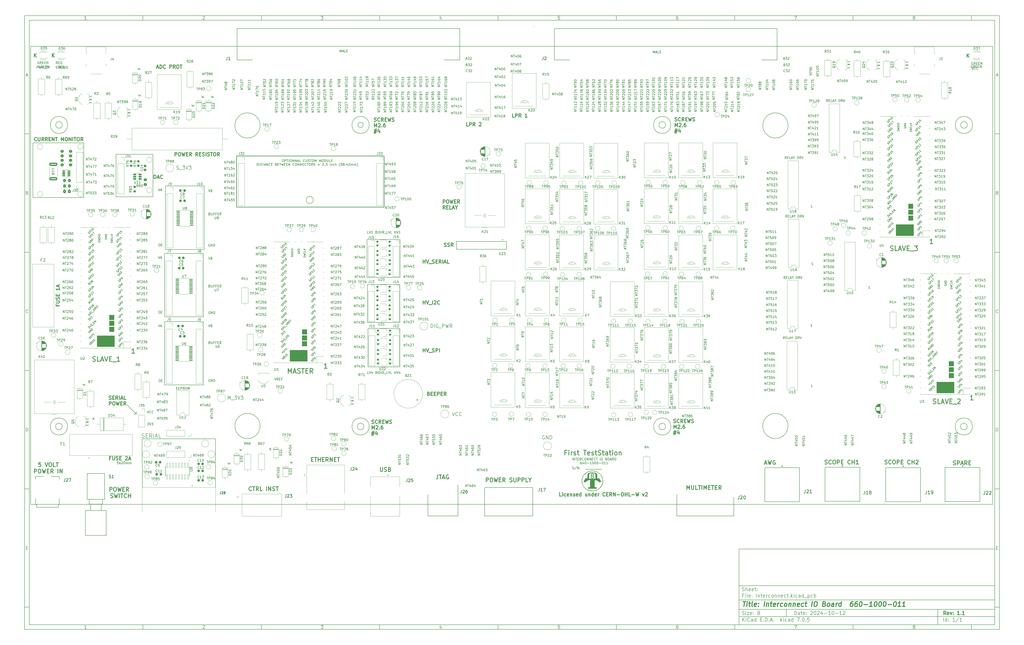
<source format=gto>
G04 #@! TF.GenerationSoftware,KiCad,Pcbnew,7.0.5*
G04 #@! TF.CreationDate,2024-12-02T15:41:14-05:00*
G04 #@! TF.ProjectId,Interconnect,496e7465-7263-46f6-9e6e-6563742e6b69,1.1*
G04 #@! TF.SameCoordinates,Original*
G04 #@! TF.FileFunction,Legend,Top*
G04 #@! TF.FilePolarity,Positive*
%FSLAX46Y46*%
G04 Gerber Fmt 4.6, Leading zero omitted, Abs format (unit mm)*
G04 Created by KiCad (PCBNEW 7.0.5) date 2024-12-02 15:41:14*
%MOMM*%
%LPD*%
G01*
G04 APERTURE LIST*
G04 Aperture macros list*
%AMRoundRect*
0 Rectangle with rounded corners*
0 $1 Rounding radius*
0 $2 $3 $4 $5 $6 $7 $8 $9 X,Y pos of 4 corners*
0 Add a 4 corners polygon primitive as box body*
4,1,4,$2,$3,$4,$5,$6,$7,$8,$9,$2,$3,0*
0 Add four circle primitives for the rounded corners*
1,1,$1+$1,$2,$3*
1,1,$1+$1,$4,$5*
1,1,$1+$1,$6,$7*
1,1,$1+$1,$8,$9*
0 Add four rect primitives between the rounded corners*
20,1,$1+$1,$2,$3,$4,$5,0*
20,1,$1+$1,$4,$5,$6,$7,0*
20,1,$1+$1,$6,$7,$8,$9,0*
20,1,$1+$1,$8,$9,$2,$3,0*%
G04 Aperture macros list end*
%ADD10C,0.100000*%
%ADD11C,0.150000*%
%ADD12C,0.300000*%
%ADD13C,0.400000*%
%ADD14C,0.254000*%
%ADD15C,0.200000*%
%ADD16C,0.280000*%
%ADD17C,0.250000*%
%ADD18C,0.280416*%
%ADD19C,0.120000*%
%ADD20C,0.127000*%
%ADD21C,0.076200*%
%ADD22C,0.240000*%
%ADD23R,1.500000X1.500000*%
%ADD24C,1.500000*%
%ADD25RoundRect,0.200000X0.275000X-0.200000X0.275000X0.200000X-0.275000X0.200000X-0.275000X-0.200000X0*%
%ADD26R,1.650000X1.650000*%
%ADD27C,1.650000*%
%ADD28C,2.400000*%
%ADD29O,2.400000X2.400000*%
%ADD30R,1.000000X0.700000*%
%ADD31R,2.400000X1.600000*%
%ADD32O,2.400000X1.600000*%
%ADD33C,1.600000*%
%ADD34O,1.600000X1.600000*%
%ADD35O,2.300000X1.600000*%
%ADD36R,1.700000X1.700000*%
%ADD37O,1.700000X1.700000*%
%ADD38RoundRect,0.250000X-0.337500X-0.475000X0.337500X-0.475000X0.337500X0.475000X-0.337500X0.475000X0*%
%ADD39RoundRect,0.237500X0.237500X-0.250000X0.237500X0.250000X-0.237500X0.250000X-0.237500X-0.250000X0*%
%ADD40RoundRect,0.100000X-0.637500X-0.100000X0.637500X-0.100000X0.637500X0.100000X-0.637500X0.100000X0*%
%ADD41RoundRect,0.250000X0.350000X0.450000X-0.350000X0.450000X-0.350000X-0.450000X0.350000X-0.450000X0*%
%ADD42RoundRect,0.237500X-0.300000X-0.237500X0.300000X-0.237500X0.300000X0.237500X-0.300000X0.237500X0*%
%ADD43R,2.025000X2.025000*%
%ADD44C,2.025000*%
%ADD45RoundRect,0.249999X1.425001X-0.450001X1.425001X0.450001X-1.425001X0.450001X-1.425001X-0.450001X0*%
%ADD46R,1.600000X1.600000*%
%ADD47C,3.000000*%
%ADD48R,1.200000X1.200000*%
%ADD49C,1.200000*%
%ADD50C,4.200000*%
%ADD51RoundRect,0.250000X-0.450000X0.350000X-0.450000X-0.350000X0.450000X-0.350000X0.450000X0.350000X0*%
%ADD52C,3.250000*%
%ADD53RoundRect,0.200000X-0.275000X0.200000X-0.275000X-0.200000X0.275000X-0.200000X0.275000X0.200000X0*%
%ADD54R,2.500000X2.500000*%
%ADD55O,2.500000X2.500000*%
%ADD56C,4.000000*%
%ADD57RoundRect,0.237500X0.300000X0.237500X-0.300000X0.237500X-0.300000X-0.237500X0.300000X-0.237500X0*%
%ADD58O,1.800000X1.800000*%
%ADD59O,1.500000X1.500000*%
%ADD60R,3.500000X1.700000*%
%ADD61R,1.700000X3.500000*%
%ADD62RoundRect,0.150000X0.512500X0.150000X-0.512500X0.150000X-0.512500X-0.150000X0.512500X-0.150000X0*%
%ADD63RoundRect,0.237500X0.237500X-0.300000X0.237500X0.300000X-0.237500X0.300000X-0.237500X-0.300000X0*%
%ADD64RoundRect,0.041300X-0.253700X0.943700X-0.253700X-0.943700X0.253700X-0.943700X0.253700X0.943700X0*%
%ADD65C,1.905000*%
%ADD66C,1.700000*%
%ADD67C,3.500000*%
%ADD68O,3.900000X1.950000*%
%ADD69C,1.398000*%
%ADD70C,3.015000*%
%ADD71R,1.800000X1.800000*%
%ADD72C,1.800000*%
%ADD73R,2.600000X2.600000*%
%ADD74O,2.600000X2.600000*%
%ADD75C,1.900000*%
%ADD76C,2.850000*%
%ADD77C,2.550000*%
%ADD78O,2.700002X1.400000*%
%ADD79O,1.750000X2.750000*%
%ADD80R,1.950000X1.950000*%
%ADD81C,1.950000*%
%ADD82R,1.725000X1.725000*%
%ADD83C,1.725000*%
%ADD84O,1.950000X3.900000*%
%ADD85RoundRect,0.125000X-0.537500X-0.125000X0.537500X-0.125000X0.537500X0.125000X-0.537500X0.125000X0*%
%ADD86R,2.000000X2.000000*%
%ADD87C,2.000000*%
G04 #@! TA.AperFunction,Profile*
%ADD88C,0.100000*%
G04 #@! TD*
G04 #@! TA.AperFunction,Profile*
%ADD89C,0.160000*%
G04 #@! TD*
G04 APERTURE END LIST*
D10*
D11*
X311800000Y-235400000D02*
X419800000Y-235400000D01*
X419800000Y-267400000D01*
X311800000Y-267400000D01*
X311800000Y-235400000D01*
D10*
D11*
X10000000Y-10000000D02*
X421800000Y-10000000D01*
X421800000Y-269400000D01*
X10000000Y-269400000D01*
X10000000Y-10000000D01*
D10*
D11*
X12000000Y-12000000D02*
X419800000Y-12000000D01*
X419800000Y-267400000D01*
X12000000Y-267400000D01*
X12000000Y-12000000D01*
D10*
D11*
X60000000Y-12000000D02*
X60000000Y-10000000D01*
D10*
D11*
X110000000Y-12000000D02*
X110000000Y-10000000D01*
D10*
D11*
X160000000Y-12000000D02*
X160000000Y-10000000D01*
D10*
D11*
X210000000Y-12000000D02*
X210000000Y-10000000D01*
D10*
D11*
X260000000Y-12000000D02*
X260000000Y-10000000D01*
D10*
D11*
X310000000Y-12000000D02*
X310000000Y-10000000D01*
D10*
D11*
X360000000Y-12000000D02*
X360000000Y-10000000D01*
D10*
D11*
X410000000Y-12000000D02*
X410000000Y-10000000D01*
D10*
D11*
X36089160Y-11593604D02*
X35346303Y-11593604D01*
X35717731Y-11593604D02*
X35717731Y-10293604D01*
X35717731Y-10293604D02*
X35593922Y-10479319D01*
X35593922Y-10479319D02*
X35470112Y-10603128D01*
X35470112Y-10603128D02*
X35346303Y-10665033D01*
D10*
D11*
X85346303Y-10417414D02*
X85408207Y-10355509D01*
X85408207Y-10355509D02*
X85532017Y-10293604D01*
X85532017Y-10293604D02*
X85841541Y-10293604D01*
X85841541Y-10293604D02*
X85965350Y-10355509D01*
X85965350Y-10355509D02*
X86027255Y-10417414D01*
X86027255Y-10417414D02*
X86089160Y-10541223D01*
X86089160Y-10541223D02*
X86089160Y-10665033D01*
X86089160Y-10665033D02*
X86027255Y-10850747D01*
X86027255Y-10850747D02*
X85284398Y-11593604D01*
X85284398Y-11593604D02*
X86089160Y-11593604D01*
D10*
D11*
X135284398Y-10293604D02*
X136089160Y-10293604D01*
X136089160Y-10293604D02*
X135655826Y-10788842D01*
X135655826Y-10788842D02*
X135841541Y-10788842D01*
X135841541Y-10788842D02*
X135965350Y-10850747D01*
X135965350Y-10850747D02*
X136027255Y-10912652D01*
X136027255Y-10912652D02*
X136089160Y-11036461D01*
X136089160Y-11036461D02*
X136089160Y-11345985D01*
X136089160Y-11345985D02*
X136027255Y-11469795D01*
X136027255Y-11469795D02*
X135965350Y-11531700D01*
X135965350Y-11531700D02*
X135841541Y-11593604D01*
X135841541Y-11593604D02*
X135470112Y-11593604D01*
X135470112Y-11593604D02*
X135346303Y-11531700D01*
X135346303Y-11531700D02*
X135284398Y-11469795D01*
D10*
D11*
X185965350Y-10726938D02*
X185965350Y-11593604D01*
X185655826Y-10231700D02*
X185346303Y-11160271D01*
X185346303Y-11160271D02*
X186151064Y-11160271D01*
D10*
D11*
X236027255Y-10293604D02*
X235408207Y-10293604D01*
X235408207Y-10293604D02*
X235346303Y-10912652D01*
X235346303Y-10912652D02*
X235408207Y-10850747D01*
X235408207Y-10850747D02*
X235532017Y-10788842D01*
X235532017Y-10788842D02*
X235841541Y-10788842D01*
X235841541Y-10788842D02*
X235965350Y-10850747D01*
X235965350Y-10850747D02*
X236027255Y-10912652D01*
X236027255Y-10912652D02*
X236089160Y-11036461D01*
X236089160Y-11036461D02*
X236089160Y-11345985D01*
X236089160Y-11345985D02*
X236027255Y-11469795D01*
X236027255Y-11469795D02*
X235965350Y-11531700D01*
X235965350Y-11531700D02*
X235841541Y-11593604D01*
X235841541Y-11593604D02*
X235532017Y-11593604D01*
X235532017Y-11593604D02*
X235408207Y-11531700D01*
X235408207Y-11531700D02*
X235346303Y-11469795D01*
D10*
D11*
X285965350Y-10293604D02*
X285717731Y-10293604D01*
X285717731Y-10293604D02*
X285593922Y-10355509D01*
X285593922Y-10355509D02*
X285532017Y-10417414D01*
X285532017Y-10417414D02*
X285408207Y-10603128D01*
X285408207Y-10603128D02*
X285346303Y-10850747D01*
X285346303Y-10850747D02*
X285346303Y-11345985D01*
X285346303Y-11345985D02*
X285408207Y-11469795D01*
X285408207Y-11469795D02*
X285470112Y-11531700D01*
X285470112Y-11531700D02*
X285593922Y-11593604D01*
X285593922Y-11593604D02*
X285841541Y-11593604D01*
X285841541Y-11593604D02*
X285965350Y-11531700D01*
X285965350Y-11531700D02*
X286027255Y-11469795D01*
X286027255Y-11469795D02*
X286089160Y-11345985D01*
X286089160Y-11345985D02*
X286089160Y-11036461D01*
X286089160Y-11036461D02*
X286027255Y-10912652D01*
X286027255Y-10912652D02*
X285965350Y-10850747D01*
X285965350Y-10850747D02*
X285841541Y-10788842D01*
X285841541Y-10788842D02*
X285593922Y-10788842D01*
X285593922Y-10788842D02*
X285470112Y-10850747D01*
X285470112Y-10850747D02*
X285408207Y-10912652D01*
X285408207Y-10912652D02*
X285346303Y-11036461D01*
D10*
D11*
X335284398Y-10293604D02*
X336151064Y-10293604D01*
X336151064Y-10293604D02*
X335593922Y-11593604D01*
D10*
D11*
X385593922Y-10850747D02*
X385470112Y-10788842D01*
X385470112Y-10788842D02*
X385408207Y-10726938D01*
X385408207Y-10726938D02*
X385346303Y-10603128D01*
X385346303Y-10603128D02*
X385346303Y-10541223D01*
X385346303Y-10541223D02*
X385408207Y-10417414D01*
X385408207Y-10417414D02*
X385470112Y-10355509D01*
X385470112Y-10355509D02*
X385593922Y-10293604D01*
X385593922Y-10293604D02*
X385841541Y-10293604D01*
X385841541Y-10293604D02*
X385965350Y-10355509D01*
X385965350Y-10355509D02*
X386027255Y-10417414D01*
X386027255Y-10417414D02*
X386089160Y-10541223D01*
X386089160Y-10541223D02*
X386089160Y-10603128D01*
X386089160Y-10603128D02*
X386027255Y-10726938D01*
X386027255Y-10726938D02*
X385965350Y-10788842D01*
X385965350Y-10788842D02*
X385841541Y-10850747D01*
X385841541Y-10850747D02*
X385593922Y-10850747D01*
X385593922Y-10850747D02*
X385470112Y-10912652D01*
X385470112Y-10912652D02*
X385408207Y-10974557D01*
X385408207Y-10974557D02*
X385346303Y-11098366D01*
X385346303Y-11098366D02*
X385346303Y-11345985D01*
X385346303Y-11345985D02*
X385408207Y-11469795D01*
X385408207Y-11469795D02*
X385470112Y-11531700D01*
X385470112Y-11531700D02*
X385593922Y-11593604D01*
X385593922Y-11593604D02*
X385841541Y-11593604D01*
X385841541Y-11593604D02*
X385965350Y-11531700D01*
X385965350Y-11531700D02*
X386027255Y-11469795D01*
X386027255Y-11469795D02*
X386089160Y-11345985D01*
X386089160Y-11345985D02*
X386089160Y-11098366D01*
X386089160Y-11098366D02*
X386027255Y-10974557D01*
X386027255Y-10974557D02*
X385965350Y-10912652D01*
X385965350Y-10912652D02*
X385841541Y-10850747D01*
D10*
D11*
X60000000Y-267400000D02*
X60000000Y-269400000D01*
D10*
D11*
X110000000Y-267400000D02*
X110000000Y-269400000D01*
D10*
D11*
X160000000Y-267400000D02*
X160000000Y-269400000D01*
D10*
D11*
X210000000Y-267400000D02*
X210000000Y-269400000D01*
D10*
D11*
X260000000Y-267400000D02*
X260000000Y-269400000D01*
D10*
D11*
X310000000Y-267400000D02*
X310000000Y-269400000D01*
D10*
D11*
X360000000Y-267400000D02*
X360000000Y-269400000D01*
D10*
D11*
X410000000Y-267400000D02*
X410000000Y-269400000D01*
D10*
D11*
X36089160Y-268993604D02*
X35346303Y-268993604D01*
X35717731Y-268993604D02*
X35717731Y-267693604D01*
X35717731Y-267693604D02*
X35593922Y-267879319D01*
X35593922Y-267879319D02*
X35470112Y-268003128D01*
X35470112Y-268003128D02*
X35346303Y-268065033D01*
D10*
D11*
X85346303Y-267817414D02*
X85408207Y-267755509D01*
X85408207Y-267755509D02*
X85532017Y-267693604D01*
X85532017Y-267693604D02*
X85841541Y-267693604D01*
X85841541Y-267693604D02*
X85965350Y-267755509D01*
X85965350Y-267755509D02*
X86027255Y-267817414D01*
X86027255Y-267817414D02*
X86089160Y-267941223D01*
X86089160Y-267941223D02*
X86089160Y-268065033D01*
X86089160Y-268065033D02*
X86027255Y-268250747D01*
X86027255Y-268250747D02*
X85284398Y-268993604D01*
X85284398Y-268993604D02*
X86089160Y-268993604D01*
D10*
D11*
X135284398Y-267693604D02*
X136089160Y-267693604D01*
X136089160Y-267693604D02*
X135655826Y-268188842D01*
X135655826Y-268188842D02*
X135841541Y-268188842D01*
X135841541Y-268188842D02*
X135965350Y-268250747D01*
X135965350Y-268250747D02*
X136027255Y-268312652D01*
X136027255Y-268312652D02*
X136089160Y-268436461D01*
X136089160Y-268436461D02*
X136089160Y-268745985D01*
X136089160Y-268745985D02*
X136027255Y-268869795D01*
X136027255Y-268869795D02*
X135965350Y-268931700D01*
X135965350Y-268931700D02*
X135841541Y-268993604D01*
X135841541Y-268993604D02*
X135470112Y-268993604D01*
X135470112Y-268993604D02*
X135346303Y-268931700D01*
X135346303Y-268931700D02*
X135284398Y-268869795D01*
D10*
D11*
X185965350Y-268126938D02*
X185965350Y-268993604D01*
X185655826Y-267631700D02*
X185346303Y-268560271D01*
X185346303Y-268560271D02*
X186151064Y-268560271D01*
D10*
D11*
X236027255Y-267693604D02*
X235408207Y-267693604D01*
X235408207Y-267693604D02*
X235346303Y-268312652D01*
X235346303Y-268312652D02*
X235408207Y-268250747D01*
X235408207Y-268250747D02*
X235532017Y-268188842D01*
X235532017Y-268188842D02*
X235841541Y-268188842D01*
X235841541Y-268188842D02*
X235965350Y-268250747D01*
X235965350Y-268250747D02*
X236027255Y-268312652D01*
X236027255Y-268312652D02*
X236089160Y-268436461D01*
X236089160Y-268436461D02*
X236089160Y-268745985D01*
X236089160Y-268745985D02*
X236027255Y-268869795D01*
X236027255Y-268869795D02*
X235965350Y-268931700D01*
X235965350Y-268931700D02*
X235841541Y-268993604D01*
X235841541Y-268993604D02*
X235532017Y-268993604D01*
X235532017Y-268993604D02*
X235408207Y-268931700D01*
X235408207Y-268931700D02*
X235346303Y-268869795D01*
D10*
D11*
X285965350Y-267693604D02*
X285717731Y-267693604D01*
X285717731Y-267693604D02*
X285593922Y-267755509D01*
X285593922Y-267755509D02*
X285532017Y-267817414D01*
X285532017Y-267817414D02*
X285408207Y-268003128D01*
X285408207Y-268003128D02*
X285346303Y-268250747D01*
X285346303Y-268250747D02*
X285346303Y-268745985D01*
X285346303Y-268745985D02*
X285408207Y-268869795D01*
X285408207Y-268869795D02*
X285470112Y-268931700D01*
X285470112Y-268931700D02*
X285593922Y-268993604D01*
X285593922Y-268993604D02*
X285841541Y-268993604D01*
X285841541Y-268993604D02*
X285965350Y-268931700D01*
X285965350Y-268931700D02*
X286027255Y-268869795D01*
X286027255Y-268869795D02*
X286089160Y-268745985D01*
X286089160Y-268745985D02*
X286089160Y-268436461D01*
X286089160Y-268436461D02*
X286027255Y-268312652D01*
X286027255Y-268312652D02*
X285965350Y-268250747D01*
X285965350Y-268250747D02*
X285841541Y-268188842D01*
X285841541Y-268188842D02*
X285593922Y-268188842D01*
X285593922Y-268188842D02*
X285470112Y-268250747D01*
X285470112Y-268250747D02*
X285408207Y-268312652D01*
X285408207Y-268312652D02*
X285346303Y-268436461D01*
D10*
D11*
X335284398Y-267693604D02*
X336151064Y-267693604D01*
X336151064Y-267693604D02*
X335593922Y-268993604D01*
D10*
D11*
X385593922Y-268250747D02*
X385470112Y-268188842D01*
X385470112Y-268188842D02*
X385408207Y-268126938D01*
X385408207Y-268126938D02*
X385346303Y-268003128D01*
X385346303Y-268003128D02*
X385346303Y-267941223D01*
X385346303Y-267941223D02*
X385408207Y-267817414D01*
X385408207Y-267817414D02*
X385470112Y-267755509D01*
X385470112Y-267755509D02*
X385593922Y-267693604D01*
X385593922Y-267693604D02*
X385841541Y-267693604D01*
X385841541Y-267693604D02*
X385965350Y-267755509D01*
X385965350Y-267755509D02*
X386027255Y-267817414D01*
X386027255Y-267817414D02*
X386089160Y-267941223D01*
X386089160Y-267941223D02*
X386089160Y-268003128D01*
X386089160Y-268003128D02*
X386027255Y-268126938D01*
X386027255Y-268126938D02*
X385965350Y-268188842D01*
X385965350Y-268188842D02*
X385841541Y-268250747D01*
X385841541Y-268250747D02*
X385593922Y-268250747D01*
X385593922Y-268250747D02*
X385470112Y-268312652D01*
X385470112Y-268312652D02*
X385408207Y-268374557D01*
X385408207Y-268374557D02*
X385346303Y-268498366D01*
X385346303Y-268498366D02*
X385346303Y-268745985D01*
X385346303Y-268745985D02*
X385408207Y-268869795D01*
X385408207Y-268869795D02*
X385470112Y-268931700D01*
X385470112Y-268931700D02*
X385593922Y-268993604D01*
X385593922Y-268993604D02*
X385841541Y-268993604D01*
X385841541Y-268993604D02*
X385965350Y-268931700D01*
X385965350Y-268931700D02*
X386027255Y-268869795D01*
X386027255Y-268869795D02*
X386089160Y-268745985D01*
X386089160Y-268745985D02*
X386089160Y-268498366D01*
X386089160Y-268498366D02*
X386027255Y-268374557D01*
X386027255Y-268374557D02*
X385965350Y-268312652D01*
X385965350Y-268312652D02*
X385841541Y-268250747D01*
D10*
D11*
X10000000Y-60000000D02*
X12000000Y-60000000D01*
D10*
D11*
X10000000Y-110000000D02*
X12000000Y-110000000D01*
D10*
D11*
X10000000Y-160000000D02*
X12000000Y-160000000D01*
D10*
D11*
X10000000Y-210000000D02*
X12000000Y-210000000D01*
D10*
D11*
X10000000Y-260000000D02*
X12000000Y-260000000D01*
D10*
D11*
X10690476Y-35222176D02*
X11309523Y-35222176D01*
X10566666Y-35593604D02*
X10999999Y-34293604D01*
X10999999Y-34293604D02*
X11433333Y-35593604D01*
D10*
D11*
X11092857Y-84912652D02*
X11278571Y-84974557D01*
X11278571Y-84974557D02*
X11340476Y-85036461D01*
X11340476Y-85036461D02*
X11402380Y-85160271D01*
X11402380Y-85160271D02*
X11402380Y-85345985D01*
X11402380Y-85345985D02*
X11340476Y-85469795D01*
X11340476Y-85469795D02*
X11278571Y-85531700D01*
X11278571Y-85531700D02*
X11154761Y-85593604D01*
X11154761Y-85593604D02*
X10659523Y-85593604D01*
X10659523Y-85593604D02*
X10659523Y-84293604D01*
X10659523Y-84293604D02*
X11092857Y-84293604D01*
X11092857Y-84293604D02*
X11216666Y-84355509D01*
X11216666Y-84355509D02*
X11278571Y-84417414D01*
X11278571Y-84417414D02*
X11340476Y-84541223D01*
X11340476Y-84541223D02*
X11340476Y-84665033D01*
X11340476Y-84665033D02*
X11278571Y-84788842D01*
X11278571Y-84788842D02*
X11216666Y-84850747D01*
X11216666Y-84850747D02*
X11092857Y-84912652D01*
X11092857Y-84912652D02*
X10659523Y-84912652D01*
D10*
D11*
X11402380Y-135469795D02*
X11340476Y-135531700D01*
X11340476Y-135531700D02*
X11154761Y-135593604D01*
X11154761Y-135593604D02*
X11030952Y-135593604D01*
X11030952Y-135593604D02*
X10845238Y-135531700D01*
X10845238Y-135531700D02*
X10721428Y-135407890D01*
X10721428Y-135407890D02*
X10659523Y-135284080D01*
X10659523Y-135284080D02*
X10597619Y-135036461D01*
X10597619Y-135036461D02*
X10597619Y-134850747D01*
X10597619Y-134850747D02*
X10659523Y-134603128D01*
X10659523Y-134603128D02*
X10721428Y-134479319D01*
X10721428Y-134479319D02*
X10845238Y-134355509D01*
X10845238Y-134355509D02*
X11030952Y-134293604D01*
X11030952Y-134293604D02*
X11154761Y-134293604D01*
X11154761Y-134293604D02*
X11340476Y-134355509D01*
X11340476Y-134355509D02*
X11402380Y-134417414D01*
D10*
D11*
X10659523Y-185593604D02*
X10659523Y-184293604D01*
X10659523Y-184293604D02*
X10969047Y-184293604D01*
X10969047Y-184293604D02*
X11154761Y-184355509D01*
X11154761Y-184355509D02*
X11278571Y-184479319D01*
X11278571Y-184479319D02*
X11340476Y-184603128D01*
X11340476Y-184603128D02*
X11402380Y-184850747D01*
X11402380Y-184850747D02*
X11402380Y-185036461D01*
X11402380Y-185036461D02*
X11340476Y-185284080D01*
X11340476Y-185284080D02*
X11278571Y-185407890D01*
X11278571Y-185407890D02*
X11154761Y-185531700D01*
X11154761Y-185531700D02*
X10969047Y-185593604D01*
X10969047Y-185593604D02*
X10659523Y-185593604D01*
D10*
D11*
X10721428Y-234912652D02*
X11154762Y-234912652D01*
X11340476Y-235593604D02*
X10721428Y-235593604D01*
X10721428Y-235593604D02*
X10721428Y-234293604D01*
X10721428Y-234293604D02*
X11340476Y-234293604D01*
D10*
D11*
X421800000Y-60000000D02*
X419800000Y-60000000D01*
D10*
D11*
X421800000Y-110000000D02*
X419800000Y-110000000D01*
D10*
D11*
X421800000Y-160000000D02*
X419800000Y-160000000D01*
D10*
D11*
X421800000Y-210000000D02*
X419800000Y-210000000D01*
D10*
D11*
X421800000Y-260000000D02*
X419800000Y-260000000D01*
D10*
D11*
X420490476Y-35222176D02*
X421109523Y-35222176D01*
X420366666Y-35593604D02*
X420799999Y-34293604D01*
X420799999Y-34293604D02*
X421233333Y-35593604D01*
D10*
D11*
X420892857Y-84912652D02*
X421078571Y-84974557D01*
X421078571Y-84974557D02*
X421140476Y-85036461D01*
X421140476Y-85036461D02*
X421202380Y-85160271D01*
X421202380Y-85160271D02*
X421202380Y-85345985D01*
X421202380Y-85345985D02*
X421140476Y-85469795D01*
X421140476Y-85469795D02*
X421078571Y-85531700D01*
X421078571Y-85531700D02*
X420954761Y-85593604D01*
X420954761Y-85593604D02*
X420459523Y-85593604D01*
X420459523Y-85593604D02*
X420459523Y-84293604D01*
X420459523Y-84293604D02*
X420892857Y-84293604D01*
X420892857Y-84293604D02*
X421016666Y-84355509D01*
X421016666Y-84355509D02*
X421078571Y-84417414D01*
X421078571Y-84417414D02*
X421140476Y-84541223D01*
X421140476Y-84541223D02*
X421140476Y-84665033D01*
X421140476Y-84665033D02*
X421078571Y-84788842D01*
X421078571Y-84788842D02*
X421016666Y-84850747D01*
X421016666Y-84850747D02*
X420892857Y-84912652D01*
X420892857Y-84912652D02*
X420459523Y-84912652D01*
D10*
D11*
X421202380Y-135469795D02*
X421140476Y-135531700D01*
X421140476Y-135531700D02*
X420954761Y-135593604D01*
X420954761Y-135593604D02*
X420830952Y-135593604D01*
X420830952Y-135593604D02*
X420645238Y-135531700D01*
X420645238Y-135531700D02*
X420521428Y-135407890D01*
X420521428Y-135407890D02*
X420459523Y-135284080D01*
X420459523Y-135284080D02*
X420397619Y-135036461D01*
X420397619Y-135036461D02*
X420397619Y-134850747D01*
X420397619Y-134850747D02*
X420459523Y-134603128D01*
X420459523Y-134603128D02*
X420521428Y-134479319D01*
X420521428Y-134479319D02*
X420645238Y-134355509D01*
X420645238Y-134355509D02*
X420830952Y-134293604D01*
X420830952Y-134293604D02*
X420954761Y-134293604D01*
X420954761Y-134293604D02*
X421140476Y-134355509D01*
X421140476Y-134355509D02*
X421202380Y-134417414D01*
D10*
D11*
X420459523Y-185593604D02*
X420459523Y-184293604D01*
X420459523Y-184293604D02*
X420769047Y-184293604D01*
X420769047Y-184293604D02*
X420954761Y-184355509D01*
X420954761Y-184355509D02*
X421078571Y-184479319D01*
X421078571Y-184479319D02*
X421140476Y-184603128D01*
X421140476Y-184603128D02*
X421202380Y-184850747D01*
X421202380Y-184850747D02*
X421202380Y-185036461D01*
X421202380Y-185036461D02*
X421140476Y-185284080D01*
X421140476Y-185284080D02*
X421078571Y-185407890D01*
X421078571Y-185407890D02*
X420954761Y-185531700D01*
X420954761Y-185531700D02*
X420769047Y-185593604D01*
X420769047Y-185593604D02*
X420459523Y-185593604D01*
D10*
D11*
X420521428Y-234912652D02*
X420954762Y-234912652D01*
X421140476Y-235593604D02*
X420521428Y-235593604D01*
X420521428Y-235593604D02*
X420521428Y-234293604D01*
X420521428Y-234293604D02*
X421140476Y-234293604D01*
D10*
D11*
X335255826Y-263186128D02*
X335255826Y-261686128D01*
X335255826Y-261686128D02*
X335612969Y-261686128D01*
X335612969Y-261686128D02*
X335827255Y-261757557D01*
X335827255Y-261757557D02*
X335970112Y-261900414D01*
X335970112Y-261900414D02*
X336041541Y-262043271D01*
X336041541Y-262043271D02*
X336112969Y-262328985D01*
X336112969Y-262328985D02*
X336112969Y-262543271D01*
X336112969Y-262543271D02*
X336041541Y-262828985D01*
X336041541Y-262828985D02*
X335970112Y-262971842D01*
X335970112Y-262971842D02*
X335827255Y-263114700D01*
X335827255Y-263114700D02*
X335612969Y-263186128D01*
X335612969Y-263186128D02*
X335255826Y-263186128D01*
X337398684Y-263186128D02*
X337398684Y-262400414D01*
X337398684Y-262400414D02*
X337327255Y-262257557D01*
X337327255Y-262257557D02*
X337184398Y-262186128D01*
X337184398Y-262186128D02*
X336898684Y-262186128D01*
X336898684Y-262186128D02*
X336755826Y-262257557D01*
X337398684Y-263114700D02*
X337255826Y-263186128D01*
X337255826Y-263186128D02*
X336898684Y-263186128D01*
X336898684Y-263186128D02*
X336755826Y-263114700D01*
X336755826Y-263114700D02*
X336684398Y-262971842D01*
X336684398Y-262971842D02*
X336684398Y-262828985D01*
X336684398Y-262828985D02*
X336755826Y-262686128D01*
X336755826Y-262686128D02*
X336898684Y-262614700D01*
X336898684Y-262614700D02*
X337255826Y-262614700D01*
X337255826Y-262614700D02*
X337398684Y-262543271D01*
X337898684Y-262186128D02*
X338470112Y-262186128D01*
X338112969Y-261686128D02*
X338112969Y-262971842D01*
X338112969Y-262971842D02*
X338184398Y-263114700D01*
X338184398Y-263114700D02*
X338327255Y-263186128D01*
X338327255Y-263186128D02*
X338470112Y-263186128D01*
X339541541Y-263114700D02*
X339398684Y-263186128D01*
X339398684Y-263186128D02*
X339112970Y-263186128D01*
X339112970Y-263186128D02*
X338970112Y-263114700D01*
X338970112Y-263114700D02*
X338898684Y-262971842D01*
X338898684Y-262971842D02*
X338898684Y-262400414D01*
X338898684Y-262400414D02*
X338970112Y-262257557D01*
X338970112Y-262257557D02*
X339112970Y-262186128D01*
X339112970Y-262186128D02*
X339398684Y-262186128D01*
X339398684Y-262186128D02*
X339541541Y-262257557D01*
X339541541Y-262257557D02*
X339612970Y-262400414D01*
X339612970Y-262400414D02*
X339612970Y-262543271D01*
X339612970Y-262543271D02*
X338898684Y-262686128D01*
X340255826Y-263043271D02*
X340327255Y-263114700D01*
X340327255Y-263114700D02*
X340255826Y-263186128D01*
X340255826Y-263186128D02*
X340184398Y-263114700D01*
X340184398Y-263114700D02*
X340255826Y-263043271D01*
X340255826Y-263043271D02*
X340255826Y-263186128D01*
X340255826Y-262257557D02*
X340327255Y-262328985D01*
X340327255Y-262328985D02*
X340255826Y-262400414D01*
X340255826Y-262400414D02*
X340184398Y-262328985D01*
X340184398Y-262328985D02*
X340255826Y-262257557D01*
X340255826Y-262257557D02*
X340255826Y-262400414D01*
X342041541Y-261828985D02*
X342112969Y-261757557D01*
X342112969Y-261757557D02*
X342255827Y-261686128D01*
X342255827Y-261686128D02*
X342612969Y-261686128D01*
X342612969Y-261686128D02*
X342755827Y-261757557D01*
X342755827Y-261757557D02*
X342827255Y-261828985D01*
X342827255Y-261828985D02*
X342898684Y-261971842D01*
X342898684Y-261971842D02*
X342898684Y-262114700D01*
X342898684Y-262114700D02*
X342827255Y-262328985D01*
X342827255Y-262328985D02*
X341970112Y-263186128D01*
X341970112Y-263186128D02*
X342898684Y-263186128D01*
X343827255Y-261686128D02*
X343970112Y-261686128D01*
X343970112Y-261686128D02*
X344112969Y-261757557D01*
X344112969Y-261757557D02*
X344184398Y-261828985D01*
X344184398Y-261828985D02*
X344255826Y-261971842D01*
X344255826Y-261971842D02*
X344327255Y-262257557D01*
X344327255Y-262257557D02*
X344327255Y-262614700D01*
X344327255Y-262614700D02*
X344255826Y-262900414D01*
X344255826Y-262900414D02*
X344184398Y-263043271D01*
X344184398Y-263043271D02*
X344112969Y-263114700D01*
X344112969Y-263114700D02*
X343970112Y-263186128D01*
X343970112Y-263186128D02*
X343827255Y-263186128D01*
X343827255Y-263186128D02*
X343684398Y-263114700D01*
X343684398Y-263114700D02*
X343612969Y-263043271D01*
X343612969Y-263043271D02*
X343541540Y-262900414D01*
X343541540Y-262900414D02*
X343470112Y-262614700D01*
X343470112Y-262614700D02*
X343470112Y-262257557D01*
X343470112Y-262257557D02*
X343541540Y-261971842D01*
X343541540Y-261971842D02*
X343612969Y-261828985D01*
X343612969Y-261828985D02*
X343684398Y-261757557D01*
X343684398Y-261757557D02*
X343827255Y-261686128D01*
X344898683Y-261828985D02*
X344970111Y-261757557D01*
X344970111Y-261757557D02*
X345112969Y-261686128D01*
X345112969Y-261686128D02*
X345470111Y-261686128D01*
X345470111Y-261686128D02*
X345612969Y-261757557D01*
X345612969Y-261757557D02*
X345684397Y-261828985D01*
X345684397Y-261828985D02*
X345755826Y-261971842D01*
X345755826Y-261971842D02*
X345755826Y-262114700D01*
X345755826Y-262114700D02*
X345684397Y-262328985D01*
X345684397Y-262328985D02*
X344827254Y-263186128D01*
X344827254Y-263186128D02*
X345755826Y-263186128D01*
X347041540Y-262186128D02*
X347041540Y-263186128D01*
X346684397Y-261614700D02*
X346327254Y-262686128D01*
X346327254Y-262686128D02*
X347255825Y-262686128D01*
X347827253Y-262614700D02*
X348970111Y-262614700D01*
X350470111Y-263186128D02*
X349612968Y-263186128D01*
X350041539Y-263186128D02*
X350041539Y-261686128D01*
X350041539Y-261686128D02*
X349898682Y-261900414D01*
X349898682Y-261900414D02*
X349755825Y-262043271D01*
X349755825Y-262043271D02*
X349612968Y-262114700D01*
X351398682Y-261686128D02*
X351541539Y-261686128D01*
X351541539Y-261686128D02*
X351684396Y-261757557D01*
X351684396Y-261757557D02*
X351755825Y-261828985D01*
X351755825Y-261828985D02*
X351827253Y-261971842D01*
X351827253Y-261971842D02*
X351898682Y-262257557D01*
X351898682Y-262257557D02*
X351898682Y-262614700D01*
X351898682Y-262614700D02*
X351827253Y-262900414D01*
X351827253Y-262900414D02*
X351755825Y-263043271D01*
X351755825Y-263043271D02*
X351684396Y-263114700D01*
X351684396Y-263114700D02*
X351541539Y-263186128D01*
X351541539Y-263186128D02*
X351398682Y-263186128D01*
X351398682Y-263186128D02*
X351255825Y-263114700D01*
X351255825Y-263114700D02*
X351184396Y-263043271D01*
X351184396Y-263043271D02*
X351112967Y-262900414D01*
X351112967Y-262900414D02*
X351041539Y-262614700D01*
X351041539Y-262614700D02*
X351041539Y-262257557D01*
X351041539Y-262257557D02*
X351112967Y-261971842D01*
X351112967Y-261971842D02*
X351184396Y-261828985D01*
X351184396Y-261828985D02*
X351255825Y-261757557D01*
X351255825Y-261757557D02*
X351398682Y-261686128D01*
X352541538Y-262614700D02*
X353684396Y-262614700D01*
X355184396Y-263186128D02*
X354327253Y-263186128D01*
X354755824Y-263186128D02*
X354755824Y-261686128D01*
X354755824Y-261686128D02*
X354612967Y-261900414D01*
X354612967Y-261900414D02*
X354470110Y-262043271D01*
X354470110Y-262043271D02*
X354327253Y-262114700D01*
X355755824Y-261828985D02*
X355827252Y-261757557D01*
X355827252Y-261757557D02*
X355970110Y-261686128D01*
X355970110Y-261686128D02*
X356327252Y-261686128D01*
X356327252Y-261686128D02*
X356470110Y-261757557D01*
X356470110Y-261757557D02*
X356541538Y-261828985D01*
X356541538Y-261828985D02*
X356612967Y-261971842D01*
X356612967Y-261971842D02*
X356612967Y-262114700D01*
X356612967Y-262114700D02*
X356541538Y-262328985D01*
X356541538Y-262328985D02*
X355684395Y-263186128D01*
X355684395Y-263186128D02*
X356612967Y-263186128D01*
D10*
D11*
X311800000Y-263900000D02*
X419800000Y-263900000D01*
D10*
D11*
X313255826Y-265986128D02*
X313255826Y-264486128D01*
X314112969Y-265986128D02*
X313470112Y-265128985D01*
X314112969Y-264486128D02*
X313255826Y-265343271D01*
X314755826Y-265986128D02*
X314755826Y-264986128D01*
X314755826Y-264486128D02*
X314684398Y-264557557D01*
X314684398Y-264557557D02*
X314755826Y-264628985D01*
X314755826Y-264628985D02*
X314827255Y-264557557D01*
X314827255Y-264557557D02*
X314755826Y-264486128D01*
X314755826Y-264486128D02*
X314755826Y-264628985D01*
X316327255Y-265843271D02*
X316255827Y-265914700D01*
X316255827Y-265914700D02*
X316041541Y-265986128D01*
X316041541Y-265986128D02*
X315898684Y-265986128D01*
X315898684Y-265986128D02*
X315684398Y-265914700D01*
X315684398Y-265914700D02*
X315541541Y-265771842D01*
X315541541Y-265771842D02*
X315470112Y-265628985D01*
X315470112Y-265628985D02*
X315398684Y-265343271D01*
X315398684Y-265343271D02*
X315398684Y-265128985D01*
X315398684Y-265128985D02*
X315470112Y-264843271D01*
X315470112Y-264843271D02*
X315541541Y-264700414D01*
X315541541Y-264700414D02*
X315684398Y-264557557D01*
X315684398Y-264557557D02*
X315898684Y-264486128D01*
X315898684Y-264486128D02*
X316041541Y-264486128D01*
X316041541Y-264486128D02*
X316255827Y-264557557D01*
X316255827Y-264557557D02*
X316327255Y-264628985D01*
X317612970Y-265986128D02*
X317612970Y-265200414D01*
X317612970Y-265200414D02*
X317541541Y-265057557D01*
X317541541Y-265057557D02*
X317398684Y-264986128D01*
X317398684Y-264986128D02*
X317112970Y-264986128D01*
X317112970Y-264986128D02*
X316970112Y-265057557D01*
X317612970Y-265914700D02*
X317470112Y-265986128D01*
X317470112Y-265986128D02*
X317112970Y-265986128D01*
X317112970Y-265986128D02*
X316970112Y-265914700D01*
X316970112Y-265914700D02*
X316898684Y-265771842D01*
X316898684Y-265771842D02*
X316898684Y-265628985D01*
X316898684Y-265628985D02*
X316970112Y-265486128D01*
X316970112Y-265486128D02*
X317112970Y-265414700D01*
X317112970Y-265414700D02*
X317470112Y-265414700D01*
X317470112Y-265414700D02*
X317612970Y-265343271D01*
X318970113Y-265986128D02*
X318970113Y-264486128D01*
X318970113Y-265914700D02*
X318827255Y-265986128D01*
X318827255Y-265986128D02*
X318541541Y-265986128D01*
X318541541Y-265986128D02*
X318398684Y-265914700D01*
X318398684Y-265914700D02*
X318327255Y-265843271D01*
X318327255Y-265843271D02*
X318255827Y-265700414D01*
X318255827Y-265700414D02*
X318255827Y-265271842D01*
X318255827Y-265271842D02*
X318327255Y-265128985D01*
X318327255Y-265128985D02*
X318398684Y-265057557D01*
X318398684Y-265057557D02*
X318541541Y-264986128D01*
X318541541Y-264986128D02*
X318827255Y-264986128D01*
X318827255Y-264986128D02*
X318970113Y-265057557D01*
X320827255Y-265200414D02*
X321327255Y-265200414D01*
X321541541Y-265986128D02*
X320827255Y-265986128D01*
X320827255Y-265986128D02*
X320827255Y-264486128D01*
X320827255Y-264486128D02*
X321541541Y-264486128D01*
X322184398Y-265843271D02*
X322255827Y-265914700D01*
X322255827Y-265914700D02*
X322184398Y-265986128D01*
X322184398Y-265986128D02*
X322112970Y-265914700D01*
X322112970Y-265914700D02*
X322184398Y-265843271D01*
X322184398Y-265843271D02*
X322184398Y-265986128D01*
X322898684Y-265986128D02*
X322898684Y-264486128D01*
X322898684Y-264486128D02*
X323255827Y-264486128D01*
X323255827Y-264486128D02*
X323470113Y-264557557D01*
X323470113Y-264557557D02*
X323612970Y-264700414D01*
X323612970Y-264700414D02*
X323684399Y-264843271D01*
X323684399Y-264843271D02*
X323755827Y-265128985D01*
X323755827Y-265128985D02*
X323755827Y-265343271D01*
X323755827Y-265343271D02*
X323684399Y-265628985D01*
X323684399Y-265628985D02*
X323612970Y-265771842D01*
X323612970Y-265771842D02*
X323470113Y-265914700D01*
X323470113Y-265914700D02*
X323255827Y-265986128D01*
X323255827Y-265986128D02*
X322898684Y-265986128D01*
X324398684Y-265843271D02*
X324470113Y-265914700D01*
X324470113Y-265914700D02*
X324398684Y-265986128D01*
X324398684Y-265986128D02*
X324327256Y-265914700D01*
X324327256Y-265914700D02*
X324398684Y-265843271D01*
X324398684Y-265843271D02*
X324398684Y-265986128D01*
X325041542Y-265557557D02*
X325755828Y-265557557D01*
X324898685Y-265986128D02*
X325398685Y-264486128D01*
X325398685Y-264486128D02*
X325898685Y-265986128D01*
X326398684Y-265843271D02*
X326470113Y-265914700D01*
X326470113Y-265914700D02*
X326398684Y-265986128D01*
X326398684Y-265986128D02*
X326327256Y-265914700D01*
X326327256Y-265914700D02*
X326398684Y-265843271D01*
X326398684Y-265843271D02*
X326398684Y-265986128D01*
X329398684Y-265986128D02*
X329398684Y-264486128D01*
X329541542Y-265414700D02*
X329970113Y-265986128D01*
X329970113Y-264986128D02*
X329398684Y-265557557D01*
X330612970Y-265986128D02*
X330612970Y-264986128D01*
X330612970Y-264486128D02*
X330541542Y-264557557D01*
X330541542Y-264557557D02*
X330612970Y-264628985D01*
X330612970Y-264628985D02*
X330684399Y-264557557D01*
X330684399Y-264557557D02*
X330612970Y-264486128D01*
X330612970Y-264486128D02*
X330612970Y-264628985D01*
X331970114Y-265914700D02*
X331827256Y-265986128D01*
X331827256Y-265986128D02*
X331541542Y-265986128D01*
X331541542Y-265986128D02*
X331398685Y-265914700D01*
X331398685Y-265914700D02*
X331327256Y-265843271D01*
X331327256Y-265843271D02*
X331255828Y-265700414D01*
X331255828Y-265700414D02*
X331255828Y-265271842D01*
X331255828Y-265271842D02*
X331327256Y-265128985D01*
X331327256Y-265128985D02*
X331398685Y-265057557D01*
X331398685Y-265057557D02*
X331541542Y-264986128D01*
X331541542Y-264986128D02*
X331827256Y-264986128D01*
X331827256Y-264986128D02*
X331970114Y-265057557D01*
X333255828Y-265986128D02*
X333255828Y-265200414D01*
X333255828Y-265200414D02*
X333184399Y-265057557D01*
X333184399Y-265057557D02*
X333041542Y-264986128D01*
X333041542Y-264986128D02*
X332755828Y-264986128D01*
X332755828Y-264986128D02*
X332612970Y-265057557D01*
X333255828Y-265914700D02*
X333112970Y-265986128D01*
X333112970Y-265986128D02*
X332755828Y-265986128D01*
X332755828Y-265986128D02*
X332612970Y-265914700D01*
X332612970Y-265914700D02*
X332541542Y-265771842D01*
X332541542Y-265771842D02*
X332541542Y-265628985D01*
X332541542Y-265628985D02*
X332612970Y-265486128D01*
X332612970Y-265486128D02*
X332755828Y-265414700D01*
X332755828Y-265414700D02*
X333112970Y-265414700D01*
X333112970Y-265414700D02*
X333255828Y-265343271D01*
X334612971Y-265986128D02*
X334612971Y-264486128D01*
X334612971Y-265914700D02*
X334470113Y-265986128D01*
X334470113Y-265986128D02*
X334184399Y-265986128D01*
X334184399Y-265986128D02*
X334041542Y-265914700D01*
X334041542Y-265914700D02*
X333970113Y-265843271D01*
X333970113Y-265843271D02*
X333898685Y-265700414D01*
X333898685Y-265700414D02*
X333898685Y-265271842D01*
X333898685Y-265271842D02*
X333970113Y-265128985D01*
X333970113Y-265128985D02*
X334041542Y-265057557D01*
X334041542Y-265057557D02*
X334184399Y-264986128D01*
X334184399Y-264986128D02*
X334470113Y-264986128D01*
X334470113Y-264986128D02*
X334612971Y-265057557D01*
X336327256Y-264486128D02*
X337327256Y-264486128D01*
X337327256Y-264486128D02*
X336684399Y-265986128D01*
X337898684Y-265843271D02*
X337970113Y-265914700D01*
X337970113Y-265914700D02*
X337898684Y-265986128D01*
X337898684Y-265986128D02*
X337827256Y-265914700D01*
X337827256Y-265914700D02*
X337898684Y-265843271D01*
X337898684Y-265843271D02*
X337898684Y-265986128D01*
X338898685Y-264486128D02*
X339041542Y-264486128D01*
X339041542Y-264486128D02*
X339184399Y-264557557D01*
X339184399Y-264557557D02*
X339255828Y-264628985D01*
X339255828Y-264628985D02*
X339327256Y-264771842D01*
X339327256Y-264771842D02*
X339398685Y-265057557D01*
X339398685Y-265057557D02*
X339398685Y-265414700D01*
X339398685Y-265414700D02*
X339327256Y-265700414D01*
X339327256Y-265700414D02*
X339255828Y-265843271D01*
X339255828Y-265843271D02*
X339184399Y-265914700D01*
X339184399Y-265914700D02*
X339041542Y-265986128D01*
X339041542Y-265986128D02*
X338898685Y-265986128D01*
X338898685Y-265986128D02*
X338755828Y-265914700D01*
X338755828Y-265914700D02*
X338684399Y-265843271D01*
X338684399Y-265843271D02*
X338612970Y-265700414D01*
X338612970Y-265700414D02*
X338541542Y-265414700D01*
X338541542Y-265414700D02*
X338541542Y-265057557D01*
X338541542Y-265057557D02*
X338612970Y-264771842D01*
X338612970Y-264771842D02*
X338684399Y-264628985D01*
X338684399Y-264628985D02*
X338755828Y-264557557D01*
X338755828Y-264557557D02*
X338898685Y-264486128D01*
X340041541Y-265843271D02*
X340112970Y-265914700D01*
X340112970Y-265914700D02*
X340041541Y-265986128D01*
X340041541Y-265986128D02*
X339970113Y-265914700D01*
X339970113Y-265914700D02*
X340041541Y-265843271D01*
X340041541Y-265843271D02*
X340041541Y-265986128D01*
X341470113Y-264486128D02*
X340755827Y-264486128D01*
X340755827Y-264486128D02*
X340684399Y-265200414D01*
X340684399Y-265200414D02*
X340755827Y-265128985D01*
X340755827Y-265128985D02*
X340898685Y-265057557D01*
X340898685Y-265057557D02*
X341255827Y-265057557D01*
X341255827Y-265057557D02*
X341398685Y-265128985D01*
X341398685Y-265128985D02*
X341470113Y-265200414D01*
X341470113Y-265200414D02*
X341541542Y-265343271D01*
X341541542Y-265343271D02*
X341541542Y-265700414D01*
X341541542Y-265700414D02*
X341470113Y-265843271D01*
X341470113Y-265843271D02*
X341398685Y-265914700D01*
X341398685Y-265914700D02*
X341255827Y-265986128D01*
X341255827Y-265986128D02*
X340898685Y-265986128D01*
X340898685Y-265986128D02*
X340755827Y-265914700D01*
X340755827Y-265914700D02*
X340684399Y-265843271D01*
D10*
D11*
X311800000Y-260900000D02*
X419800000Y-260900000D01*
D10*
D12*
X399211653Y-263178328D02*
X398711653Y-262464042D01*
X398354510Y-263178328D02*
X398354510Y-261678328D01*
X398354510Y-261678328D02*
X398925939Y-261678328D01*
X398925939Y-261678328D02*
X399068796Y-261749757D01*
X399068796Y-261749757D02*
X399140225Y-261821185D01*
X399140225Y-261821185D02*
X399211653Y-261964042D01*
X399211653Y-261964042D02*
X399211653Y-262178328D01*
X399211653Y-262178328D02*
X399140225Y-262321185D01*
X399140225Y-262321185D02*
X399068796Y-262392614D01*
X399068796Y-262392614D02*
X398925939Y-262464042D01*
X398925939Y-262464042D02*
X398354510Y-262464042D01*
X400425939Y-263106900D02*
X400283082Y-263178328D01*
X400283082Y-263178328D02*
X399997368Y-263178328D01*
X399997368Y-263178328D02*
X399854510Y-263106900D01*
X399854510Y-263106900D02*
X399783082Y-262964042D01*
X399783082Y-262964042D02*
X399783082Y-262392614D01*
X399783082Y-262392614D02*
X399854510Y-262249757D01*
X399854510Y-262249757D02*
X399997368Y-262178328D01*
X399997368Y-262178328D02*
X400283082Y-262178328D01*
X400283082Y-262178328D02*
X400425939Y-262249757D01*
X400425939Y-262249757D02*
X400497368Y-262392614D01*
X400497368Y-262392614D02*
X400497368Y-262535471D01*
X400497368Y-262535471D02*
X399783082Y-262678328D01*
X400997367Y-262178328D02*
X401354510Y-263178328D01*
X401354510Y-263178328D02*
X401711653Y-262178328D01*
X402283081Y-263035471D02*
X402354510Y-263106900D01*
X402354510Y-263106900D02*
X402283081Y-263178328D01*
X402283081Y-263178328D02*
X402211653Y-263106900D01*
X402211653Y-263106900D02*
X402283081Y-263035471D01*
X402283081Y-263035471D02*
X402283081Y-263178328D01*
X402283081Y-262249757D02*
X402354510Y-262321185D01*
X402354510Y-262321185D02*
X402283081Y-262392614D01*
X402283081Y-262392614D02*
X402211653Y-262321185D01*
X402211653Y-262321185D02*
X402283081Y-262249757D01*
X402283081Y-262249757D02*
X402283081Y-262392614D01*
X404925939Y-263178328D02*
X404068796Y-263178328D01*
X404497367Y-263178328D02*
X404497367Y-261678328D01*
X404497367Y-261678328D02*
X404354510Y-261892614D01*
X404354510Y-261892614D02*
X404211653Y-262035471D01*
X404211653Y-262035471D02*
X404068796Y-262106900D01*
X405568795Y-263035471D02*
X405640224Y-263106900D01*
X405640224Y-263106900D02*
X405568795Y-263178328D01*
X405568795Y-263178328D02*
X405497367Y-263106900D01*
X405497367Y-263106900D02*
X405568795Y-263035471D01*
X405568795Y-263035471D02*
X405568795Y-263178328D01*
X407068796Y-263178328D02*
X406211653Y-263178328D01*
X406640224Y-263178328D02*
X406640224Y-261678328D01*
X406640224Y-261678328D02*
X406497367Y-261892614D01*
X406497367Y-261892614D02*
X406354510Y-262035471D01*
X406354510Y-262035471D02*
X406211653Y-262106900D01*
D10*
D11*
X313184398Y-263114700D02*
X313398684Y-263186128D01*
X313398684Y-263186128D02*
X313755826Y-263186128D01*
X313755826Y-263186128D02*
X313898684Y-263114700D01*
X313898684Y-263114700D02*
X313970112Y-263043271D01*
X313970112Y-263043271D02*
X314041541Y-262900414D01*
X314041541Y-262900414D02*
X314041541Y-262757557D01*
X314041541Y-262757557D02*
X313970112Y-262614700D01*
X313970112Y-262614700D02*
X313898684Y-262543271D01*
X313898684Y-262543271D02*
X313755826Y-262471842D01*
X313755826Y-262471842D02*
X313470112Y-262400414D01*
X313470112Y-262400414D02*
X313327255Y-262328985D01*
X313327255Y-262328985D02*
X313255826Y-262257557D01*
X313255826Y-262257557D02*
X313184398Y-262114700D01*
X313184398Y-262114700D02*
X313184398Y-261971842D01*
X313184398Y-261971842D02*
X313255826Y-261828985D01*
X313255826Y-261828985D02*
X313327255Y-261757557D01*
X313327255Y-261757557D02*
X313470112Y-261686128D01*
X313470112Y-261686128D02*
X313827255Y-261686128D01*
X313827255Y-261686128D02*
X314041541Y-261757557D01*
X314684397Y-263186128D02*
X314684397Y-262186128D01*
X314684397Y-261686128D02*
X314612969Y-261757557D01*
X314612969Y-261757557D02*
X314684397Y-261828985D01*
X314684397Y-261828985D02*
X314755826Y-261757557D01*
X314755826Y-261757557D02*
X314684397Y-261686128D01*
X314684397Y-261686128D02*
X314684397Y-261828985D01*
X315255826Y-262186128D02*
X316041541Y-262186128D01*
X316041541Y-262186128D02*
X315255826Y-263186128D01*
X315255826Y-263186128D02*
X316041541Y-263186128D01*
X317184398Y-263114700D02*
X317041541Y-263186128D01*
X317041541Y-263186128D02*
X316755827Y-263186128D01*
X316755827Y-263186128D02*
X316612969Y-263114700D01*
X316612969Y-263114700D02*
X316541541Y-262971842D01*
X316541541Y-262971842D02*
X316541541Y-262400414D01*
X316541541Y-262400414D02*
X316612969Y-262257557D01*
X316612969Y-262257557D02*
X316755827Y-262186128D01*
X316755827Y-262186128D02*
X317041541Y-262186128D01*
X317041541Y-262186128D02*
X317184398Y-262257557D01*
X317184398Y-262257557D02*
X317255827Y-262400414D01*
X317255827Y-262400414D02*
X317255827Y-262543271D01*
X317255827Y-262543271D02*
X316541541Y-262686128D01*
X317898683Y-263043271D02*
X317970112Y-263114700D01*
X317970112Y-263114700D02*
X317898683Y-263186128D01*
X317898683Y-263186128D02*
X317827255Y-263114700D01*
X317827255Y-263114700D02*
X317898683Y-263043271D01*
X317898683Y-263043271D02*
X317898683Y-263186128D01*
X317898683Y-262257557D02*
X317970112Y-262328985D01*
X317970112Y-262328985D02*
X317898683Y-262400414D01*
X317898683Y-262400414D02*
X317827255Y-262328985D01*
X317827255Y-262328985D02*
X317898683Y-262257557D01*
X317898683Y-262257557D02*
X317898683Y-262400414D01*
X320255826Y-262400414D02*
X320470112Y-262471842D01*
X320470112Y-262471842D02*
X320541541Y-262543271D01*
X320541541Y-262543271D02*
X320612969Y-262686128D01*
X320612969Y-262686128D02*
X320612969Y-262900414D01*
X320612969Y-262900414D02*
X320541541Y-263043271D01*
X320541541Y-263043271D02*
X320470112Y-263114700D01*
X320470112Y-263114700D02*
X320327255Y-263186128D01*
X320327255Y-263186128D02*
X319755826Y-263186128D01*
X319755826Y-263186128D02*
X319755826Y-261686128D01*
X319755826Y-261686128D02*
X320255826Y-261686128D01*
X320255826Y-261686128D02*
X320398684Y-261757557D01*
X320398684Y-261757557D02*
X320470112Y-261828985D01*
X320470112Y-261828985D02*
X320541541Y-261971842D01*
X320541541Y-261971842D02*
X320541541Y-262114700D01*
X320541541Y-262114700D02*
X320470112Y-262257557D01*
X320470112Y-262257557D02*
X320398684Y-262328985D01*
X320398684Y-262328985D02*
X320255826Y-262400414D01*
X320255826Y-262400414D02*
X319755826Y-262400414D01*
D10*
D11*
X398255826Y-265986128D02*
X398255826Y-264486128D01*
X399612970Y-265986128D02*
X399612970Y-264486128D01*
X399612970Y-265914700D02*
X399470112Y-265986128D01*
X399470112Y-265986128D02*
X399184398Y-265986128D01*
X399184398Y-265986128D02*
X399041541Y-265914700D01*
X399041541Y-265914700D02*
X398970112Y-265843271D01*
X398970112Y-265843271D02*
X398898684Y-265700414D01*
X398898684Y-265700414D02*
X398898684Y-265271842D01*
X398898684Y-265271842D02*
X398970112Y-265128985D01*
X398970112Y-265128985D02*
X399041541Y-265057557D01*
X399041541Y-265057557D02*
X399184398Y-264986128D01*
X399184398Y-264986128D02*
X399470112Y-264986128D01*
X399470112Y-264986128D02*
X399612970Y-265057557D01*
X400327255Y-265843271D02*
X400398684Y-265914700D01*
X400398684Y-265914700D02*
X400327255Y-265986128D01*
X400327255Y-265986128D02*
X400255827Y-265914700D01*
X400255827Y-265914700D02*
X400327255Y-265843271D01*
X400327255Y-265843271D02*
X400327255Y-265986128D01*
X400327255Y-265057557D02*
X400398684Y-265128985D01*
X400398684Y-265128985D02*
X400327255Y-265200414D01*
X400327255Y-265200414D02*
X400255827Y-265128985D01*
X400255827Y-265128985D02*
X400327255Y-265057557D01*
X400327255Y-265057557D02*
X400327255Y-265200414D01*
X402970113Y-265986128D02*
X402112970Y-265986128D01*
X402541541Y-265986128D02*
X402541541Y-264486128D01*
X402541541Y-264486128D02*
X402398684Y-264700414D01*
X402398684Y-264700414D02*
X402255827Y-264843271D01*
X402255827Y-264843271D02*
X402112970Y-264914700D01*
X404684398Y-264414700D02*
X403398684Y-266343271D01*
X405970113Y-265986128D02*
X405112970Y-265986128D01*
X405541541Y-265986128D02*
X405541541Y-264486128D01*
X405541541Y-264486128D02*
X405398684Y-264700414D01*
X405398684Y-264700414D02*
X405255827Y-264843271D01*
X405255827Y-264843271D02*
X405112970Y-264914700D01*
D10*
D11*
X311800000Y-256900000D02*
X419800000Y-256900000D01*
D10*
D13*
X313491728Y-257604438D02*
X314634585Y-257604438D01*
X313813157Y-259604438D02*
X314063157Y-257604438D01*
X315051252Y-259604438D02*
X315217919Y-258271104D01*
X315301252Y-257604438D02*
X315194109Y-257699676D01*
X315194109Y-257699676D02*
X315277443Y-257794914D01*
X315277443Y-257794914D02*
X315384586Y-257699676D01*
X315384586Y-257699676D02*
X315301252Y-257604438D01*
X315301252Y-257604438D02*
X315277443Y-257794914D01*
X315884586Y-258271104D02*
X316646490Y-258271104D01*
X316253633Y-257604438D02*
X316039348Y-259318723D01*
X316039348Y-259318723D02*
X316110776Y-259509200D01*
X316110776Y-259509200D02*
X316289348Y-259604438D01*
X316289348Y-259604438D02*
X316479824Y-259604438D01*
X317432205Y-259604438D02*
X317253633Y-259509200D01*
X317253633Y-259509200D02*
X317182205Y-259318723D01*
X317182205Y-259318723D02*
X317396490Y-257604438D01*
X318967919Y-259509200D02*
X318765538Y-259604438D01*
X318765538Y-259604438D02*
X318384585Y-259604438D01*
X318384585Y-259604438D02*
X318206014Y-259509200D01*
X318206014Y-259509200D02*
X318134585Y-259318723D01*
X318134585Y-259318723D02*
X318229824Y-258556819D01*
X318229824Y-258556819D02*
X318348871Y-258366342D01*
X318348871Y-258366342D02*
X318551252Y-258271104D01*
X318551252Y-258271104D02*
X318932204Y-258271104D01*
X318932204Y-258271104D02*
X319110776Y-258366342D01*
X319110776Y-258366342D02*
X319182204Y-258556819D01*
X319182204Y-258556819D02*
X319158395Y-258747295D01*
X319158395Y-258747295D02*
X318182204Y-258937771D01*
X319932205Y-259413961D02*
X320015538Y-259509200D01*
X320015538Y-259509200D02*
X319908395Y-259604438D01*
X319908395Y-259604438D02*
X319825062Y-259509200D01*
X319825062Y-259509200D02*
X319932205Y-259413961D01*
X319932205Y-259413961D02*
X319908395Y-259604438D01*
X320063157Y-258366342D02*
X320146490Y-258461580D01*
X320146490Y-258461580D02*
X320039348Y-258556819D01*
X320039348Y-258556819D02*
X319956014Y-258461580D01*
X319956014Y-258461580D02*
X320063157Y-258366342D01*
X320063157Y-258366342D02*
X320039348Y-258556819D01*
X322384586Y-259604438D02*
X322634586Y-257604438D01*
X323503634Y-258271104D02*
X323336967Y-259604438D01*
X323479824Y-258461580D02*
X323586967Y-258366342D01*
X323586967Y-258366342D02*
X323789348Y-258271104D01*
X323789348Y-258271104D02*
X324075062Y-258271104D01*
X324075062Y-258271104D02*
X324253634Y-258366342D01*
X324253634Y-258366342D02*
X324325062Y-258556819D01*
X324325062Y-258556819D02*
X324194110Y-259604438D01*
X325027444Y-258271104D02*
X325789348Y-258271104D01*
X325396491Y-257604438D02*
X325182206Y-259318723D01*
X325182206Y-259318723D02*
X325253634Y-259509200D01*
X325253634Y-259509200D02*
X325432206Y-259604438D01*
X325432206Y-259604438D02*
X325622682Y-259604438D01*
X327063158Y-259509200D02*
X326860777Y-259604438D01*
X326860777Y-259604438D02*
X326479824Y-259604438D01*
X326479824Y-259604438D02*
X326301253Y-259509200D01*
X326301253Y-259509200D02*
X326229824Y-259318723D01*
X326229824Y-259318723D02*
X326325063Y-258556819D01*
X326325063Y-258556819D02*
X326444110Y-258366342D01*
X326444110Y-258366342D02*
X326646491Y-258271104D01*
X326646491Y-258271104D02*
X327027443Y-258271104D01*
X327027443Y-258271104D02*
X327206015Y-258366342D01*
X327206015Y-258366342D02*
X327277443Y-258556819D01*
X327277443Y-258556819D02*
X327253634Y-258747295D01*
X327253634Y-258747295D02*
X326277443Y-258937771D01*
X328003634Y-259604438D02*
X328170301Y-258271104D01*
X328122682Y-258652057D02*
X328241729Y-258461580D01*
X328241729Y-258461580D02*
X328348872Y-258366342D01*
X328348872Y-258366342D02*
X328551253Y-258271104D01*
X328551253Y-258271104D02*
X328741729Y-258271104D01*
X330110777Y-259509200D02*
X329908396Y-259604438D01*
X329908396Y-259604438D02*
X329527444Y-259604438D01*
X329527444Y-259604438D02*
X329348872Y-259509200D01*
X329348872Y-259509200D02*
X329265539Y-259413961D01*
X329265539Y-259413961D02*
X329194110Y-259223485D01*
X329194110Y-259223485D02*
X329265539Y-258652057D01*
X329265539Y-258652057D02*
X329384586Y-258461580D01*
X329384586Y-258461580D02*
X329491729Y-258366342D01*
X329491729Y-258366342D02*
X329694110Y-258271104D01*
X329694110Y-258271104D02*
X330075063Y-258271104D01*
X330075063Y-258271104D02*
X330253634Y-258366342D01*
X331241730Y-259604438D02*
X331063158Y-259509200D01*
X331063158Y-259509200D02*
X330979825Y-259413961D01*
X330979825Y-259413961D02*
X330908396Y-259223485D01*
X330908396Y-259223485D02*
X330979825Y-258652057D01*
X330979825Y-258652057D02*
X331098872Y-258461580D01*
X331098872Y-258461580D02*
X331206015Y-258366342D01*
X331206015Y-258366342D02*
X331408396Y-258271104D01*
X331408396Y-258271104D02*
X331694110Y-258271104D01*
X331694110Y-258271104D02*
X331872682Y-258366342D01*
X331872682Y-258366342D02*
X331956015Y-258461580D01*
X331956015Y-258461580D02*
X332027444Y-258652057D01*
X332027444Y-258652057D02*
X331956015Y-259223485D01*
X331956015Y-259223485D02*
X331836968Y-259413961D01*
X331836968Y-259413961D02*
X331729825Y-259509200D01*
X331729825Y-259509200D02*
X331527444Y-259604438D01*
X331527444Y-259604438D02*
X331241730Y-259604438D01*
X332932206Y-258271104D02*
X332765539Y-259604438D01*
X332908396Y-258461580D02*
X333015539Y-258366342D01*
X333015539Y-258366342D02*
X333217920Y-258271104D01*
X333217920Y-258271104D02*
X333503634Y-258271104D01*
X333503634Y-258271104D02*
X333682206Y-258366342D01*
X333682206Y-258366342D02*
X333753634Y-258556819D01*
X333753634Y-258556819D02*
X333622682Y-259604438D01*
X334741730Y-258271104D02*
X334575063Y-259604438D01*
X334717920Y-258461580D02*
X334825063Y-258366342D01*
X334825063Y-258366342D02*
X335027444Y-258271104D01*
X335027444Y-258271104D02*
X335313158Y-258271104D01*
X335313158Y-258271104D02*
X335491730Y-258366342D01*
X335491730Y-258366342D02*
X335563158Y-258556819D01*
X335563158Y-258556819D02*
X335432206Y-259604438D01*
X337158397Y-259509200D02*
X336956016Y-259604438D01*
X336956016Y-259604438D02*
X336575063Y-259604438D01*
X336575063Y-259604438D02*
X336396492Y-259509200D01*
X336396492Y-259509200D02*
X336325063Y-259318723D01*
X336325063Y-259318723D02*
X336420302Y-258556819D01*
X336420302Y-258556819D02*
X336539349Y-258366342D01*
X336539349Y-258366342D02*
X336741730Y-258271104D01*
X336741730Y-258271104D02*
X337122682Y-258271104D01*
X337122682Y-258271104D02*
X337301254Y-258366342D01*
X337301254Y-258366342D02*
X337372682Y-258556819D01*
X337372682Y-258556819D02*
X337348873Y-258747295D01*
X337348873Y-258747295D02*
X336372682Y-258937771D01*
X338967921Y-259509200D02*
X338765540Y-259604438D01*
X338765540Y-259604438D02*
X338384588Y-259604438D01*
X338384588Y-259604438D02*
X338206016Y-259509200D01*
X338206016Y-259509200D02*
X338122683Y-259413961D01*
X338122683Y-259413961D02*
X338051254Y-259223485D01*
X338051254Y-259223485D02*
X338122683Y-258652057D01*
X338122683Y-258652057D02*
X338241730Y-258461580D01*
X338241730Y-258461580D02*
X338348873Y-258366342D01*
X338348873Y-258366342D02*
X338551254Y-258271104D01*
X338551254Y-258271104D02*
X338932207Y-258271104D01*
X338932207Y-258271104D02*
X339110778Y-258366342D01*
X339694112Y-258271104D02*
X340456016Y-258271104D01*
X340063159Y-257604438D02*
X339848874Y-259318723D01*
X339848874Y-259318723D02*
X339920302Y-259509200D01*
X339920302Y-259509200D02*
X340098874Y-259604438D01*
X340098874Y-259604438D02*
X340289350Y-259604438D01*
X342479826Y-259604438D02*
X342729826Y-257604438D01*
X344063160Y-257604438D02*
X344444112Y-257604438D01*
X344444112Y-257604438D02*
X344622683Y-257699676D01*
X344622683Y-257699676D02*
X344789350Y-257890152D01*
X344789350Y-257890152D02*
X344836969Y-258271104D01*
X344836969Y-258271104D02*
X344753636Y-258937771D01*
X344753636Y-258937771D02*
X344610779Y-259318723D01*
X344610779Y-259318723D02*
X344396493Y-259509200D01*
X344396493Y-259509200D02*
X344194112Y-259604438D01*
X344194112Y-259604438D02*
X343813160Y-259604438D01*
X343813160Y-259604438D02*
X343634588Y-259509200D01*
X343634588Y-259509200D02*
X343467922Y-259318723D01*
X343467922Y-259318723D02*
X343420302Y-258937771D01*
X343420302Y-258937771D02*
X343503636Y-258271104D01*
X343503636Y-258271104D02*
X343646493Y-257890152D01*
X343646493Y-257890152D02*
X343860779Y-257699676D01*
X343860779Y-257699676D02*
X344063160Y-257604438D01*
X347848874Y-258556819D02*
X348122684Y-258652057D01*
X348122684Y-258652057D02*
X348206017Y-258747295D01*
X348206017Y-258747295D02*
X348277446Y-258937771D01*
X348277446Y-258937771D02*
X348241731Y-259223485D01*
X348241731Y-259223485D02*
X348122684Y-259413961D01*
X348122684Y-259413961D02*
X348015541Y-259509200D01*
X348015541Y-259509200D02*
X347813160Y-259604438D01*
X347813160Y-259604438D02*
X347051255Y-259604438D01*
X347051255Y-259604438D02*
X347301255Y-257604438D01*
X347301255Y-257604438D02*
X347967922Y-257604438D01*
X347967922Y-257604438D02*
X348146493Y-257699676D01*
X348146493Y-257699676D02*
X348229827Y-257794914D01*
X348229827Y-257794914D02*
X348301255Y-257985390D01*
X348301255Y-257985390D02*
X348277446Y-258175866D01*
X348277446Y-258175866D02*
X348158398Y-258366342D01*
X348158398Y-258366342D02*
X348051255Y-258461580D01*
X348051255Y-258461580D02*
X347848874Y-258556819D01*
X347848874Y-258556819D02*
X347182208Y-258556819D01*
X349336970Y-259604438D02*
X349158398Y-259509200D01*
X349158398Y-259509200D02*
X349075065Y-259413961D01*
X349075065Y-259413961D02*
X349003636Y-259223485D01*
X349003636Y-259223485D02*
X349075065Y-258652057D01*
X349075065Y-258652057D02*
X349194112Y-258461580D01*
X349194112Y-258461580D02*
X349301255Y-258366342D01*
X349301255Y-258366342D02*
X349503636Y-258271104D01*
X349503636Y-258271104D02*
X349789350Y-258271104D01*
X349789350Y-258271104D02*
X349967922Y-258366342D01*
X349967922Y-258366342D02*
X350051255Y-258461580D01*
X350051255Y-258461580D02*
X350122684Y-258652057D01*
X350122684Y-258652057D02*
X350051255Y-259223485D01*
X350051255Y-259223485D02*
X349932208Y-259413961D01*
X349932208Y-259413961D02*
X349825065Y-259509200D01*
X349825065Y-259509200D02*
X349622684Y-259604438D01*
X349622684Y-259604438D02*
X349336970Y-259604438D01*
X351717922Y-259604438D02*
X351848874Y-258556819D01*
X351848874Y-258556819D02*
X351777446Y-258366342D01*
X351777446Y-258366342D02*
X351598874Y-258271104D01*
X351598874Y-258271104D02*
X351217922Y-258271104D01*
X351217922Y-258271104D02*
X351015541Y-258366342D01*
X351729827Y-259509200D02*
X351527446Y-259604438D01*
X351527446Y-259604438D02*
X351051255Y-259604438D01*
X351051255Y-259604438D02*
X350872684Y-259509200D01*
X350872684Y-259509200D02*
X350801255Y-259318723D01*
X350801255Y-259318723D02*
X350825065Y-259128247D01*
X350825065Y-259128247D02*
X350944113Y-258937771D01*
X350944113Y-258937771D02*
X351146494Y-258842533D01*
X351146494Y-258842533D02*
X351622684Y-258842533D01*
X351622684Y-258842533D02*
X351825065Y-258747295D01*
X352670303Y-259604438D02*
X352836970Y-258271104D01*
X352789351Y-258652057D02*
X352908398Y-258461580D01*
X352908398Y-258461580D02*
X353015541Y-258366342D01*
X353015541Y-258366342D02*
X353217922Y-258271104D01*
X353217922Y-258271104D02*
X353408398Y-258271104D01*
X354765541Y-259604438D02*
X355015541Y-257604438D01*
X354777446Y-259509200D02*
X354575065Y-259604438D01*
X354575065Y-259604438D02*
X354194113Y-259604438D01*
X354194113Y-259604438D02*
X354015541Y-259509200D01*
X354015541Y-259509200D02*
X353932208Y-259413961D01*
X353932208Y-259413961D02*
X353860779Y-259223485D01*
X353860779Y-259223485D02*
X353932208Y-258652057D01*
X353932208Y-258652057D02*
X354051255Y-258461580D01*
X354051255Y-258461580D02*
X354158398Y-258366342D01*
X354158398Y-258366342D02*
X354360779Y-258271104D01*
X354360779Y-258271104D02*
X354741732Y-258271104D01*
X354741732Y-258271104D02*
X354920303Y-258366342D01*
X359872685Y-257604438D02*
X359491733Y-257604438D01*
X359491733Y-257604438D02*
X359289352Y-257699676D01*
X359289352Y-257699676D02*
X359182209Y-257794914D01*
X359182209Y-257794914D02*
X358956018Y-258080628D01*
X358956018Y-258080628D02*
X358813161Y-258461580D01*
X358813161Y-258461580D02*
X358717923Y-259223485D01*
X358717923Y-259223485D02*
X358789352Y-259413961D01*
X358789352Y-259413961D02*
X358872685Y-259509200D01*
X358872685Y-259509200D02*
X359051257Y-259604438D01*
X359051257Y-259604438D02*
X359432209Y-259604438D01*
X359432209Y-259604438D02*
X359634590Y-259509200D01*
X359634590Y-259509200D02*
X359741733Y-259413961D01*
X359741733Y-259413961D02*
X359860780Y-259223485D01*
X359860780Y-259223485D02*
X359920304Y-258747295D01*
X359920304Y-258747295D02*
X359848876Y-258556819D01*
X359848876Y-258556819D02*
X359765542Y-258461580D01*
X359765542Y-258461580D02*
X359586971Y-258366342D01*
X359586971Y-258366342D02*
X359206018Y-258366342D01*
X359206018Y-258366342D02*
X359003637Y-258461580D01*
X359003637Y-258461580D02*
X358896495Y-258556819D01*
X358896495Y-258556819D02*
X358777447Y-258747295D01*
X361777447Y-257604438D02*
X361396495Y-257604438D01*
X361396495Y-257604438D02*
X361194114Y-257699676D01*
X361194114Y-257699676D02*
X361086971Y-257794914D01*
X361086971Y-257794914D02*
X360860780Y-258080628D01*
X360860780Y-258080628D02*
X360717923Y-258461580D01*
X360717923Y-258461580D02*
X360622685Y-259223485D01*
X360622685Y-259223485D02*
X360694114Y-259413961D01*
X360694114Y-259413961D02*
X360777447Y-259509200D01*
X360777447Y-259509200D02*
X360956019Y-259604438D01*
X360956019Y-259604438D02*
X361336971Y-259604438D01*
X361336971Y-259604438D02*
X361539352Y-259509200D01*
X361539352Y-259509200D02*
X361646495Y-259413961D01*
X361646495Y-259413961D02*
X361765542Y-259223485D01*
X361765542Y-259223485D02*
X361825066Y-258747295D01*
X361825066Y-258747295D02*
X361753638Y-258556819D01*
X361753638Y-258556819D02*
X361670304Y-258461580D01*
X361670304Y-258461580D02*
X361491733Y-258366342D01*
X361491733Y-258366342D02*
X361110780Y-258366342D01*
X361110780Y-258366342D02*
X360908399Y-258461580D01*
X360908399Y-258461580D02*
X360801257Y-258556819D01*
X360801257Y-258556819D02*
X360682209Y-258747295D01*
X363206019Y-257604438D02*
X363396495Y-257604438D01*
X363396495Y-257604438D02*
X363575066Y-257699676D01*
X363575066Y-257699676D02*
X363658400Y-257794914D01*
X363658400Y-257794914D02*
X363729828Y-257985390D01*
X363729828Y-257985390D02*
X363777447Y-258366342D01*
X363777447Y-258366342D02*
X363717923Y-258842533D01*
X363717923Y-258842533D02*
X363575066Y-259223485D01*
X363575066Y-259223485D02*
X363456019Y-259413961D01*
X363456019Y-259413961D02*
X363348876Y-259509200D01*
X363348876Y-259509200D02*
X363146495Y-259604438D01*
X363146495Y-259604438D02*
X362956019Y-259604438D01*
X362956019Y-259604438D02*
X362777447Y-259509200D01*
X362777447Y-259509200D02*
X362694114Y-259413961D01*
X362694114Y-259413961D02*
X362622685Y-259223485D01*
X362622685Y-259223485D02*
X362575066Y-258842533D01*
X362575066Y-258842533D02*
X362634590Y-258366342D01*
X362634590Y-258366342D02*
X362777447Y-257985390D01*
X362777447Y-257985390D02*
X362896495Y-257794914D01*
X362896495Y-257794914D02*
X363003638Y-257699676D01*
X363003638Y-257699676D02*
X363206019Y-257604438D01*
X364575066Y-258842533D02*
X366098876Y-258842533D01*
X368003637Y-259604438D02*
X366860780Y-259604438D01*
X367432209Y-259604438D02*
X367682209Y-257604438D01*
X367682209Y-257604438D02*
X367456018Y-257890152D01*
X367456018Y-257890152D02*
X367241733Y-258080628D01*
X367241733Y-258080628D02*
X367039352Y-258175866D01*
X369491733Y-257604438D02*
X369682209Y-257604438D01*
X369682209Y-257604438D02*
X369860780Y-257699676D01*
X369860780Y-257699676D02*
X369944114Y-257794914D01*
X369944114Y-257794914D02*
X370015542Y-257985390D01*
X370015542Y-257985390D02*
X370063161Y-258366342D01*
X370063161Y-258366342D02*
X370003637Y-258842533D01*
X370003637Y-258842533D02*
X369860780Y-259223485D01*
X369860780Y-259223485D02*
X369741733Y-259413961D01*
X369741733Y-259413961D02*
X369634590Y-259509200D01*
X369634590Y-259509200D02*
X369432209Y-259604438D01*
X369432209Y-259604438D02*
X369241733Y-259604438D01*
X369241733Y-259604438D02*
X369063161Y-259509200D01*
X369063161Y-259509200D02*
X368979828Y-259413961D01*
X368979828Y-259413961D02*
X368908399Y-259223485D01*
X368908399Y-259223485D02*
X368860780Y-258842533D01*
X368860780Y-258842533D02*
X368920304Y-258366342D01*
X368920304Y-258366342D02*
X369063161Y-257985390D01*
X369063161Y-257985390D02*
X369182209Y-257794914D01*
X369182209Y-257794914D02*
X369289352Y-257699676D01*
X369289352Y-257699676D02*
X369491733Y-257604438D01*
X371396495Y-257604438D02*
X371586971Y-257604438D01*
X371586971Y-257604438D02*
X371765542Y-257699676D01*
X371765542Y-257699676D02*
X371848876Y-257794914D01*
X371848876Y-257794914D02*
X371920304Y-257985390D01*
X371920304Y-257985390D02*
X371967923Y-258366342D01*
X371967923Y-258366342D02*
X371908399Y-258842533D01*
X371908399Y-258842533D02*
X371765542Y-259223485D01*
X371765542Y-259223485D02*
X371646495Y-259413961D01*
X371646495Y-259413961D02*
X371539352Y-259509200D01*
X371539352Y-259509200D02*
X371336971Y-259604438D01*
X371336971Y-259604438D02*
X371146495Y-259604438D01*
X371146495Y-259604438D02*
X370967923Y-259509200D01*
X370967923Y-259509200D02*
X370884590Y-259413961D01*
X370884590Y-259413961D02*
X370813161Y-259223485D01*
X370813161Y-259223485D02*
X370765542Y-258842533D01*
X370765542Y-258842533D02*
X370825066Y-258366342D01*
X370825066Y-258366342D02*
X370967923Y-257985390D01*
X370967923Y-257985390D02*
X371086971Y-257794914D01*
X371086971Y-257794914D02*
X371194114Y-257699676D01*
X371194114Y-257699676D02*
X371396495Y-257604438D01*
X373301257Y-257604438D02*
X373491733Y-257604438D01*
X373491733Y-257604438D02*
X373670304Y-257699676D01*
X373670304Y-257699676D02*
X373753638Y-257794914D01*
X373753638Y-257794914D02*
X373825066Y-257985390D01*
X373825066Y-257985390D02*
X373872685Y-258366342D01*
X373872685Y-258366342D02*
X373813161Y-258842533D01*
X373813161Y-258842533D02*
X373670304Y-259223485D01*
X373670304Y-259223485D02*
X373551257Y-259413961D01*
X373551257Y-259413961D02*
X373444114Y-259509200D01*
X373444114Y-259509200D02*
X373241733Y-259604438D01*
X373241733Y-259604438D02*
X373051257Y-259604438D01*
X373051257Y-259604438D02*
X372872685Y-259509200D01*
X372872685Y-259509200D02*
X372789352Y-259413961D01*
X372789352Y-259413961D02*
X372717923Y-259223485D01*
X372717923Y-259223485D02*
X372670304Y-258842533D01*
X372670304Y-258842533D02*
X372729828Y-258366342D01*
X372729828Y-258366342D02*
X372872685Y-257985390D01*
X372872685Y-257985390D02*
X372991733Y-257794914D01*
X372991733Y-257794914D02*
X373098876Y-257699676D01*
X373098876Y-257699676D02*
X373301257Y-257604438D01*
X374670304Y-258842533D02*
X376194114Y-258842533D01*
X377682209Y-257604438D02*
X377872685Y-257604438D01*
X377872685Y-257604438D02*
X378051256Y-257699676D01*
X378051256Y-257699676D02*
X378134590Y-257794914D01*
X378134590Y-257794914D02*
X378206018Y-257985390D01*
X378206018Y-257985390D02*
X378253637Y-258366342D01*
X378253637Y-258366342D02*
X378194113Y-258842533D01*
X378194113Y-258842533D02*
X378051256Y-259223485D01*
X378051256Y-259223485D02*
X377932209Y-259413961D01*
X377932209Y-259413961D02*
X377825066Y-259509200D01*
X377825066Y-259509200D02*
X377622685Y-259604438D01*
X377622685Y-259604438D02*
X377432209Y-259604438D01*
X377432209Y-259604438D02*
X377253637Y-259509200D01*
X377253637Y-259509200D02*
X377170304Y-259413961D01*
X377170304Y-259413961D02*
X377098875Y-259223485D01*
X377098875Y-259223485D02*
X377051256Y-258842533D01*
X377051256Y-258842533D02*
X377110780Y-258366342D01*
X377110780Y-258366342D02*
X377253637Y-257985390D01*
X377253637Y-257985390D02*
X377372685Y-257794914D01*
X377372685Y-257794914D02*
X377479828Y-257699676D01*
X377479828Y-257699676D02*
X377682209Y-257604438D01*
X380003637Y-259604438D02*
X378860780Y-259604438D01*
X379432209Y-259604438D02*
X379682209Y-257604438D01*
X379682209Y-257604438D02*
X379456018Y-257890152D01*
X379456018Y-257890152D02*
X379241733Y-258080628D01*
X379241733Y-258080628D02*
X379039352Y-258175866D01*
X381908399Y-259604438D02*
X380765542Y-259604438D01*
X381336971Y-259604438D02*
X381586971Y-257604438D01*
X381586971Y-257604438D02*
X381360780Y-257890152D01*
X381360780Y-257890152D02*
X381146495Y-258080628D01*
X381146495Y-258080628D02*
X380944114Y-258175866D01*
D10*
D11*
X313755826Y-255000414D02*
X313255826Y-255000414D01*
X313255826Y-255786128D02*
X313255826Y-254286128D01*
X313255826Y-254286128D02*
X313970112Y-254286128D01*
X314541540Y-255786128D02*
X314541540Y-254786128D01*
X314541540Y-254286128D02*
X314470112Y-254357557D01*
X314470112Y-254357557D02*
X314541540Y-254428985D01*
X314541540Y-254428985D02*
X314612969Y-254357557D01*
X314612969Y-254357557D02*
X314541540Y-254286128D01*
X314541540Y-254286128D02*
X314541540Y-254428985D01*
X315470112Y-255786128D02*
X315327255Y-255714700D01*
X315327255Y-255714700D02*
X315255826Y-255571842D01*
X315255826Y-255571842D02*
X315255826Y-254286128D01*
X316612969Y-255714700D02*
X316470112Y-255786128D01*
X316470112Y-255786128D02*
X316184398Y-255786128D01*
X316184398Y-255786128D02*
X316041540Y-255714700D01*
X316041540Y-255714700D02*
X315970112Y-255571842D01*
X315970112Y-255571842D02*
X315970112Y-255000414D01*
X315970112Y-255000414D02*
X316041540Y-254857557D01*
X316041540Y-254857557D02*
X316184398Y-254786128D01*
X316184398Y-254786128D02*
X316470112Y-254786128D01*
X316470112Y-254786128D02*
X316612969Y-254857557D01*
X316612969Y-254857557D02*
X316684398Y-255000414D01*
X316684398Y-255000414D02*
X316684398Y-255143271D01*
X316684398Y-255143271D02*
X315970112Y-255286128D01*
X317327254Y-255643271D02*
X317398683Y-255714700D01*
X317398683Y-255714700D02*
X317327254Y-255786128D01*
X317327254Y-255786128D02*
X317255826Y-255714700D01*
X317255826Y-255714700D02*
X317327254Y-255643271D01*
X317327254Y-255643271D02*
X317327254Y-255786128D01*
X317327254Y-254857557D02*
X317398683Y-254928985D01*
X317398683Y-254928985D02*
X317327254Y-255000414D01*
X317327254Y-255000414D02*
X317255826Y-254928985D01*
X317255826Y-254928985D02*
X317327254Y-254857557D01*
X317327254Y-254857557D02*
X317327254Y-255000414D01*
X319184397Y-255786128D02*
X319184397Y-254286128D01*
X319898683Y-254786128D02*
X319898683Y-255786128D01*
X319898683Y-254928985D02*
X319970112Y-254857557D01*
X319970112Y-254857557D02*
X320112969Y-254786128D01*
X320112969Y-254786128D02*
X320327255Y-254786128D01*
X320327255Y-254786128D02*
X320470112Y-254857557D01*
X320470112Y-254857557D02*
X320541541Y-255000414D01*
X320541541Y-255000414D02*
X320541541Y-255786128D01*
X321041541Y-254786128D02*
X321612969Y-254786128D01*
X321255826Y-254286128D02*
X321255826Y-255571842D01*
X321255826Y-255571842D02*
X321327255Y-255714700D01*
X321327255Y-255714700D02*
X321470112Y-255786128D01*
X321470112Y-255786128D02*
X321612969Y-255786128D01*
X322684398Y-255714700D02*
X322541541Y-255786128D01*
X322541541Y-255786128D02*
X322255827Y-255786128D01*
X322255827Y-255786128D02*
X322112969Y-255714700D01*
X322112969Y-255714700D02*
X322041541Y-255571842D01*
X322041541Y-255571842D02*
X322041541Y-255000414D01*
X322041541Y-255000414D02*
X322112969Y-254857557D01*
X322112969Y-254857557D02*
X322255827Y-254786128D01*
X322255827Y-254786128D02*
X322541541Y-254786128D01*
X322541541Y-254786128D02*
X322684398Y-254857557D01*
X322684398Y-254857557D02*
X322755827Y-255000414D01*
X322755827Y-255000414D02*
X322755827Y-255143271D01*
X322755827Y-255143271D02*
X322041541Y-255286128D01*
X323398683Y-255786128D02*
X323398683Y-254786128D01*
X323398683Y-255071842D02*
X323470112Y-254928985D01*
X323470112Y-254928985D02*
X323541541Y-254857557D01*
X323541541Y-254857557D02*
X323684398Y-254786128D01*
X323684398Y-254786128D02*
X323827255Y-254786128D01*
X324970112Y-255714700D02*
X324827254Y-255786128D01*
X324827254Y-255786128D02*
X324541540Y-255786128D01*
X324541540Y-255786128D02*
X324398683Y-255714700D01*
X324398683Y-255714700D02*
X324327254Y-255643271D01*
X324327254Y-255643271D02*
X324255826Y-255500414D01*
X324255826Y-255500414D02*
X324255826Y-255071842D01*
X324255826Y-255071842D02*
X324327254Y-254928985D01*
X324327254Y-254928985D02*
X324398683Y-254857557D01*
X324398683Y-254857557D02*
X324541540Y-254786128D01*
X324541540Y-254786128D02*
X324827254Y-254786128D01*
X324827254Y-254786128D02*
X324970112Y-254857557D01*
X325827254Y-255786128D02*
X325684397Y-255714700D01*
X325684397Y-255714700D02*
X325612968Y-255643271D01*
X325612968Y-255643271D02*
X325541540Y-255500414D01*
X325541540Y-255500414D02*
X325541540Y-255071842D01*
X325541540Y-255071842D02*
X325612968Y-254928985D01*
X325612968Y-254928985D02*
X325684397Y-254857557D01*
X325684397Y-254857557D02*
X325827254Y-254786128D01*
X325827254Y-254786128D02*
X326041540Y-254786128D01*
X326041540Y-254786128D02*
X326184397Y-254857557D01*
X326184397Y-254857557D02*
X326255826Y-254928985D01*
X326255826Y-254928985D02*
X326327254Y-255071842D01*
X326327254Y-255071842D02*
X326327254Y-255500414D01*
X326327254Y-255500414D02*
X326255826Y-255643271D01*
X326255826Y-255643271D02*
X326184397Y-255714700D01*
X326184397Y-255714700D02*
X326041540Y-255786128D01*
X326041540Y-255786128D02*
X325827254Y-255786128D01*
X326970111Y-254786128D02*
X326970111Y-255786128D01*
X326970111Y-254928985D02*
X327041540Y-254857557D01*
X327041540Y-254857557D02*
X327184397Y-254786128D01*
X327184397Y-254786128D02*
X327398683Y-254786128D01*
X327398683Y-254786128D02*
X327541540Y-254857557D01*
X327541540Y-254857557D02*
X327612969Y-255000414D01*
X327612969Y-255000414D02*
X327612969Y-255786128D01*
X328327254Y-254786128D02*
X328327254Y-255786128D01*
X328327254Y-254928985D02*
X328398683Y-254857557D01*
X328398683Y-254857557D02*
X328541540Y-254786128D01*
X328541540Y-254786128D02*
X328755826Y-254786128D01*
X328755826Y-254786128D02*
X328898683Y-254857557D01*
X328898683Y-254857557D02*
X328970112Y-255000414D01*
X328970112Y-255000414D02*
X328970112Y-255786128D01*
X330255826Y-255714700D02*
X330112969Y-255786128D01*
X330112969Y-255786128D02*
X329827255Y-255786128D01*
X329827255Y-255786128D02*
X329684397Y-255714700D01*
X329684397Y-255714700D02*
X329612969Y-255571842D01*
X329612969Y-255571842D02*
X329612969Y-255000414D01*
X329612969Y-255000414D02*
X329684397Y-254857557D01*
X329684397Y-254857557D02*
X329827255Y-254786128D01*
X329827255Y-254786128D02*
X330112969Y-254786128D01*
X330112969Y-254786128D02*
X330255826Y-254857557D01*
X330255826Y-254857557D02*
X330327255Y-255000414D01*
X330327255Y-255000414D02*
X330327255Y-255143271D01*
X330327255Y-255143271D02*
X329612969Y-255286128D01*
X331612969Y-255714700D02*
X331470111Y-255786128D01*
X331470111Y-255786128D02*
X331184397Y-255786128D01*
X331184397Y-255786128D02*
X331041540Y-255714700D01*
X331041540Y-255714700D02*
X330970111Y-255643271D01*
X330970111Y-255643271D02*
X330898683Y-255500414D01*
X330898683Y-255500414D02*
X330898683Y-255071842D01*
X330898683Y-255071842D02*
X330970111Y-254928985D01*
X330970111Y-254928985D02*
X331041540Y-254857557D01*
X331041540Y-254857557D02*
X331184397Y-254786128D01*
X331184397Y-254786128D02*
X331470111Y-254786128D01*
X331470111Y-254786128D02*
X331612969Y-254857557D01*
X332041540Y-254786128D02*
X332612968Y-254786128D01*
X332255825Y-254286128D02*
X332255825Y-255571842D01*
X332255825Y-255571842D02*
X332327254Y-255714700D01*
X332327254Y-255714700D02*
X332470111Y-255786128D01*
X332470111Y-255786128D02*
X332612968Y-255786128D01*
X333112968Y-255643271D02*
X333184397Y-255714700D01*
X333184397Y-255714700D02*
X333112968Y-255786128D01*
X333112968Y-255786128D02*
X333041540Y-255714700D01*
X333041540Y-255714700D02*
X333112968Y-255643271D01*
X333112968Y-255643271D02*
X333112968Y-255786128D01*
X333827254Y-255786128D02*
X333827254Y-254286128D01*
X333970112Y-255214700D02*
X334398683Y-255786128D01*
X334398683Y-254786128D02*
X333827254Y-255357557D01*
X335041540Y-255786128D02*
X335041540Y-254786128D01*
X335041540Y-254286128D02*
X334970112Y-254357557D01*
X334970112Y-254357557D02*
X335041540Y-254428985D01*
X335041540Y-254428985D02*
X335112969Y-254357557D01*
X335112969Y-254357557D02*
X335041540Y-254286128D01*
X335041540Y-254286128D02*
X335041540Y-254428985D01*
X336398684Y-255714700D02*
X336255826Y-255786128D01*
X336255826Y-255786128D02*
X335970112Y-255786128D01*
X335970112Y-255786128D02*
X335827255Y-255714700D01*
X335827255Y-255714700D02*
X335755826Y-255643271D01*
X335755826Y-255643271D02*
X335684398Y-255500414D01*
X335684398Y-255500414D02*
X335684398Y-255071842D01*
X335684398Y-255071842D02*
X335755826Y-254928985D01*
X335755826Y-254928985D02*
X335827255Y-254857557D01*
X335827255Y-254857557D02*
X335970112Y-254786128D01*
X335970112Y-254786128D02*
X336255826Y-254786128D01*
X336255826Y-254786128D02*
X336398684Y-254857557D01*
X337684398Y-255786128D02*
X337684398Y-255000414D01*
X337684398Y-255000414D02*
X337612969Y-254857557D01*
X337612969Y-254857557D02*
X337470112Y-254786128D01*
X337470112Y-254786128D02*
X337184398Y-254786128D01*
X337184398Y-254786128D02*
X337041540Y-254857557D01*
X337684398Y-255714700D02*
X337541540Y-255786128D01*
X337541540Y-255786128D02*
X337184398Y-255786128D01*
X337184398Y-255786128D02*
X337041540Y-255714700D01*
X337041540Y-255714700D02*
X336970112Y-255571842D01*
X336970112Y-255571842D02*
X336970112Y-255428985D01*
X336970112Y-255428985D02*
X337041540Y-255286128D01*
X337041540Y-255286128D02*
X337184398Y-255214700D01*
X337184398Y-255214700D02*
X337541540Y-255214700D01*
X337541540Y-255214700D02*
X337684398Y-255143271D01*
X339041541Y-255786128D02*
X339041541Y-254286128D01*
X339041541Y-255714700D02*
X338898683Y-255786128D01*
X338898683Y-255786128D02*
X338612969Y-255786128D01*
X338612969Y-255786128D02*
X338470112Y-255714700D01*
X338470112Y-255714700D02*
X338398683Y-255643271D01*
X338398683Y-255643271D02*
X338327255Y-255500414D01*
X338327255Y-255500414D02*
X338327255Y-255071842D01*
X338327255Y-255071842D02*
X338398683Y-254928985D01*
X338398683Y-254928985D02*
X338470112Y-254857557D01*
X338470112Y-254857557D02*
X338612969Y-254786128D01*
X338612969Y-254786128D02*
X338898683Y-254786128D01*
X338898683Y-254786128D02*
X339041541Y-254857557D01*
X339398684Y-255928985D02*
X340541541Y-255928985D01*
X340898683Y-254786128D02*
X340898683Y-256286128D01*
X340898683Y-254857557D02*
X341041541Y-254786128D01*
X341041541Y-254786128D02*
X341327255Y-254786128D01*
X341327255Y-254786128D02*
X341470112Y-254857557D01*
X341470112Y-254857557D02*
X341541541Y-254928985D01*
X341541541Y-254928985D02*
X341612969Y-255071842D01*
X341612969Y-255071842D02*
X341612969Y-255500414D01*
X341612969Y-255500414D02*
X341541541Y-255643271D01*
X341541541Y-255643271D02*
X341470112Y-255714700D01*
X341470112Y-255714700D02*
X341327255Y-255786128D01*
X341327255Y-255786128D02*
X341041541Y-255786128D01*
X341041541Y-255786128D02*
X340898683Y-255714700D01*
X342898684Y-255714700D02*
X342755826Y-255786128D01*
X342755826Y-255786128D02*
X342470112Y-255786128D01*
X342470112Y-255786128D02*
X342327255Y-255714700D01*
X342327255Y-255714700D02*
X342255826Y-255643271D01*
X342255826Y-255643271D02*
X342184398Y-255500414D01*
X342184398Y-255500414D02*
X342184398Y-255071842D01*
X342184398Y-255071842D02*
X342255826Y-254928985D01*
X342255826Y-254928985D02*
X342327255Y-254857557D01*
X342327255Y-254857557D02*
X342470112Y-254786128D01*
X342470112Y-254786128D02*
X342755826Y-254786128D01*
X342755826Y-254786128D02*
X342898684Y-254857557D01*
X343541540Y-255786128D02*
X343541540Y-254286128D01*
X343541540Y-254857557D02*
X343684398Y-254786128D01*
X343684398Y-254786128D02*
X343970112Y-254786128D01*
X343970112Y-254786128D02*
X344112969Y-254857557D01*
X344112969Y-254857557D02*
X344184398Y-254928985D01*
X344184398Y-254928985D02*
X344255826Y-255071842D01*
X344255826Y-255071842D02*
X344255826Y-255500414D01*
X344255826Y-255500414D02*
X344184398Y-255643271D01*
X344184398Y-255643271D02*
X344112969Y-255714700D01*
X344112969Y-255714700D02*
X343970112Y-255786128D01*
X343970112Y-255786128D02*
X343684398Y-255786128D01*
X343684398Y-255786128D02*
X343541540Y-255714700D01*
D10*
D11*
X311800000Y-250900000D02*
X419800000Y-250900000D01*
D10*
D11*
X313184398Y-253014700D02*
X313398684Y-253086128D01*
X313398684Y-253086128D02*
X313755826Y-253086128D01*
X313755826Y-253086128D02*
X313898684Y-253014700D01*
X313898684Y-253014700D02*
X313970112Y-252943271D01*
X313970112Y-252943271D02*
X314041541Y-252800414D01*
X314041541Y-252800414D02*
X314041541Y-252657557D01*
X314041541Y-252657557D02*
X313970112Y-252514700D01*
X313970112Y-252514700D02*
X313898684Y-252443271D01*
X313898684Y-252443271D02*
X313755826Y-252371842D01*
X313755826Y-252371842D02*
X313470112Y-252300414D01*
X313470112Y-252300414D02*
X313327255Y-252228985D01*
X313327255Y-252228985D02*
X313255826Y-252157557D01*
X313255826Y-252157557D02*
X313184398Y-252014700D01*
X313184398Y-252014700D02*
X313184398Y-251871842D01*
X313184398Y-251871842D02*
X313255826Y-251728985D01*
X313255826Y-251728985D02*
X313327255Y-251657557D01*
X313327255Y-251657557D02*
X313470112Y-251586128D01*
X313470112Y-251586128D02*
X313827255Y-251586128D01*
X313827255Y-251586128D02*
X314041541Y-251657557D01*
X314684397Y-253086128D02*
X314684397Y-251586128D01*
X315327255Y-253086128D02*
X315327255Y-252300414D01*
X315327255Y-252300414D02*
X315255826Y-252157557D01*
X315255826Y-252157557D02*
X315112969Y-252086128D01*
X315112969Y-252086128D02*
X314898683Y-252086128D01*
X314898683Y-252086128D02*
X314755826Y-252157557D01*
X314755826Y-252157557D02*
X314684397Y-252228985D01*
X316612969Y-253014700D02*
X316470112Y-253086128D01*
X316470112Y-253086128D02*
X316184398Y-253086128D01*
X316184398Y-253086128D02*
X316041540Y-253014700D01*
X316041540Y-253014700D02*
X315970112Y-252871842D01*
X315970112Y-252871842D02*
X315970112Y-252300414D01*
X315970112Y-252300414D02*
X316041540Y-252157557D01*
X316041540Y-252157557D02*
X316184398Y-252086128D01*
X316184398Y-252086128D02*
X316470112Y-252086128D01*
X316470112Y-252086128D02*
X316612969Y-252157557D01*
X316612969Y-252157557D02*
X316684398Y-252300414D01*
X316684398Y-252300414D02*
X316684398Y-252443271D01*
X316684398Y-252443271D02*
X315970112Y-252586128D01*
X317898683Y-253014700D02*
X317755826Y-253086128D01*
X317755826Y-253086128D02*
X317470112Y-253086128D01*
X317470112Y-253086128D02*
X317327254Y-253014700D01*
X317327254Y-253014700D02*
X317255826Y-252871842D01*
X317255826Y-252871842D02*
X317255826Y-252300414D01*
X317255826Y-252300414D02*
X317327254Y-252157557D01*
X317327254Y-252157557D02*
X317470112Y-252086128D01*
X317470112Y-252086128D02*
X317755826Y-252086128D01*
X317755826Y-252086128D02*
X317898683Y-252157557D01*
X317898683Y-252157557D02*
X317970112Y-252300414D01*
X317970112Y-252300414D02*
X317970112Y-252443271D01*
X317970112Y-252443271D02*
X317255826Y-252586128D01*
X318398683Y-252086128D02*
X318970111Y-252086128D01*
X318612968Y-251586128D02*
X318612968Y-252871842D01*
X318612968Y-252871842D02*
X318684397Y-253014700D01*
X318684397Y-253014700D02*
X318827254Y-253086128D01*
X318827254Y-253086128D02*
X318970111Y-253086128D01*
X319470111Y-252943271D02*
X319541540Y-253014700D01*
X319541540Y-253014700D02*
X319470111Y-253086128D01*
X319470111Y-253086128D02*
X319398683Y-253014700D01*
X319398683Y-253014700D02*
X319470111Y-252943271D01*
X319470111Y-252943271D02*
X319470111Y-253086128D01*
X319470111Y-252157557D02*
X319541540Y-252228985D01*
X319541540Y-252228985D02*
X319470111Y-252300414D01*
X319470111Y-252300414D02*
X319398683Y-252228985D01*
X319398683Y-252228985D02*
X319470111Y-252157557D01*
X319470111Y-252157557D02*
X319470111Y-252300414D01*
D10*
D12*
D10*
D11*
D10*
D11*
D10*
D11*
D10*
D11*
D10*
D11*
X331800000Y-260900000D02*
X331800000Y-263900000D01*
D10*
D11*
X395800000Y-260900000D02*
X395800000Y-267400000D01*
X148471647Y-174169944D02*
X148471647Y-173919944D01*
X148890695Y-173812801D02*
X148890695Y-174169944D01*
X148890695Y-174169944D02*
X148090695Y-174169944D01*
X148090695Y-174169944D02*
X148090695Y-173812801D01*
X148471647Y-172669944D02*
X148509742Y-172562801D01*
X148509742Y-172562801D02*
X148547838Y-172527087D01*
X148547838Y-172527087D02*
X148624028Y-172491373D01*
X148624028Y-172491373D02*
X148738314Y-172491373D01*
X148738314Y-172491373D02*
X148814504Y-172527087D01*
X148814504Y-172527087D02*
X148852600Y-172562801D01*
X148852600Y-172562801D02*
X148890695Y-172634230D01*
X148890695Y-172634230D02*
X148890695Y-172919944D01*
X148890695Y-172919944D02*
X148090695Y-172919944D01*
X148090695Y-172919944D02*
X148090695Y-172669944D01*
X148090695Y-172669944D02*
X148128790Y-172598516D01*
X148128790Y-172598516D02*
X148166885Y-172562801D01*
X148166885Y-172562801D02*
X148243076Y-172527087D01*
X148243076Y-172527087D02*
X148319266Y-172527087D01*
X148319266Y-172527087D02*
X148395457Y-172562801D01*
X148395457Y-172562801D02*
X148433552Y-172598516D01*
X148433552Y-172598516D02*
X148471647Y-172669944D01*
X148471647Y-172669944D02*
X148471647Y-172919944D01*
X148814504Y-171169944D02*
X148852600Y-171205658D01*
X148852600Y-171205658D02*
X148890695Y-171312801D01*
X148890695Y-171312801D02*
X148890695Y-171384229D01*
X148890695Y-171384229D02*
X148852600Y-171491372D01*
X148852600Y-171491372D02*
X148776409Y-171562801D01*
X148776409Y-171562801D02*
X148700219Y-171598515D01*
X148700219Y-171598515D02*
X148547838Y-171634229D01*
X148547838Y-171634229D02*
X148433552Y-171634229D01*
X148433552Y-171634229D02*
X148281171Y-171598515D01*
X148281171Y-171598515D02*
X148204980Y-171562801D01*
X148204980Y-171562801D02*
X148128790Y-171491372D01*
X148128790Y-171491372D02*
X148090695Y-171384229D01*
X148090695Y-171384229D02*
X148090695Y-171312801D01*
X148090695Y-171312801D02*
X148128790Y-171205658D01*
X148128790Y-171205658D02*
X148166885Y-171169944D01*
X168549278Y-142149880D02*
X155087278Y-142149880D01*
X168549278Y-158405880D02*
X168549278Y-142149880D01*
X154800778Y-123607880D02*
X154800778Y-139609880D01*
D14*
X99533000Y-69299135D02*
X161873000Y-69299135D01*
X161873000Y-90879135D01*
X99533000Y-90879135D01*
X99533000Y-69299135D01*
D11*
X59720000Y-209360000D02*
X59654500Y-188880000D01*
X90666000Y-209367669D02*
X90630000Y-188880000D01*
X48615600Y-68607535D02*
X64211200Y-68607535D01*
X64211200Y-86539935D01*
X48615600Y-86539935D01*
X48615600Y-68607535D01*
X13589000Y-63806935D02*
X34899600Y-63806935D01*
X154636522Y-104586135D02*
X154636522Y-120588135D01*
X154636522Y-120588135D02*
X168606522Y-120588135D01*
X53213000Y-174447200D02*
X57175400Y-178409600D01*
X69138800Y-139295735D02*
X85598000Y-139295735D01*
X85598000Y-166067335D01*
X69138800Y-166067335D01*
X69138800Y-139295735D01*
X168516778Y-123607880D02*
X154800778Y-123607880D01*
X168606522Y-120588135D02*
X168606522Y-104586135D01*
X168516778Y-139609880D02*
X168516778Y-123607880D01*
X168606522Y-104586135D02*
X154636522Y-104586135D01*
X155087278Y-142149880D02*
X155087278Y-158405880D01*
X410382500Y-183625135D02*
G75*
G03*
X410382500Y-183625135I-3619500J0D01*
G01*
X69443600Y-82018735D02*
X85902800Y-82018735D01*
X85902800Y-108790335D01*
X69443600Y-108790335D01*
X69443600Y-82018735D01*
X13512800Y-86844735D02*
X13512800Y-63806935D01*
X155562300Y-56207335D02*
G75*
G03*
X155562300Y-56207335I-3619500J0D01*
G01*
X56108600Y-178384200D02*
X57175400Y-178384200D01*
X154800778Y-139609880D02*
X168516778Y-139609880D01*
X69113400Y-110492135D02*
X85572600Y-110492135D01*
X85572600Y-137263735D01*
X69113400Y-137263735D01*
X69113400Y-110492135D01*
X28112500Y-183625135D02*
G75*
G03*
X28112500Y-183625135I-3619500J0D01*
G01*
X155087278Y-158405880D02*
X168549278Y-158405880D01*
X90585500Y-188880000D02*
X59654500Y-188880000D01*
X282972500Y-56207335D02*
G75*
G03*
X282972500Y-56207335I-3619500J0D01*
G01*
X410441500Y-56207335D02*
G75*
G03*
X410441500Y-56207335I-3619500J0D01*
G01*
X28162500Y-56207335D02*
G75*
G03*
X28162500Y-56207335I-3619500J0D01*
G01*
X34961600Y-86933535D02*
X13538200Y-86933535D01*
X57175400Y-177342800D02*
X57175400Y-178409600D01*
X57175400Y-178409600D02*
X57175400Y-177342800D01*
X34987000Y-63819535D02*
X35037800Y-86882735D01*
X283002500Y-183625135D02*
G75*
G03*
X283002500Y-183625135I-3619500J0D01*
G01*
X155562300Y-183625135D02*
G75*
G03*
X155562300Y-183625135I-3619500J0D01*
G01*
X159518579Y-120993019D02*
X159518579Y-121802542D01*
X159518579Y-121802542D02*
X159566198Y-121897780D01*
X159566198Y-121897780D02*
X159613817Y-121945400D01*
X159613817Y-121945400D02*
X159709055Y-121993019D01*
X159709055Y-121993019D02*
X159899531Y-121993019D01*
X159899531Y-121993019D02*
X159994769Y-121945400D01*
X159994769Y-121945400D02*
X160042388Y-121897780D01*
X160042388Y-121897780D02*
X160090007Y-121802542D01*
X160090007Y-121802542D02*
X160090007Y-120993019D01*
X160518579Y-121088257D02*
X160566198Y-121040638D01*
X160566198Y-121040638D02*
X160661436Y-120993019D01*
X160661436Y-120993019D02*
X160899531Y-120993019D01*
X160899531Y-120993019D02*
X160994769Y-121040638D01*
X160994769Y-121040638D02*
X161042388Y-121088257D01*
X161042388Y-121088257D02*
X161090007Y-121183495D01*
X161090007Y-121183495D02*
X161090007Y-121278733D01*
X161090007Y-121278733D02*
X161042388Y-121421590D01*
X161042388Y-121421590D02*
X160470960Y-121993019D01*
X160470960Y-121993019D02*
X161090007Y-121993019D01*
X161709055Y-120993019D02*
X161804293Y-120993019D01*
X161804293Y-120993019D02*
X161899531Y-121040638D01*
X161899531Y-121040638D02*
X161947150Y-121088257D01*
X161947150Y-121088257D02*
X161994769Y-121183495D01*
X161994769Y-121183495D02*
X162042388Y-121373971D01*
X162042388Y-121373971D02*
X162042388Y-121612066D01*
X162042388Y-121612066D02*
X161994769Y-121802542D01*
X161994769Y-121802542D02*
X161947150Y-121897780D01*
X161947150Y-121897780D02*
X161899531Y-121945400D01*
X161899531Y-121945400D02*
X161804293Y-121993019D01*
X161804293Y-121993019D02*
X161709055Y-121993019D01*
X161709055Y-121993019D02*
X161613817Y-121945400D01*
X161613817Y-121945400D02*
X161566198Y-121897780D01*
X161566198Y-121897780D02*
X161518579Y-121802542D01*
X161518579Y-121802542D02*
X161470960Y-121612066D01*
X161470960Y-121612066D02*
X161470960Y-121373971D01*
X161470960Y-121373971D02*
X161518579Y-121183495D01*
X161518579Y-121183495D02*
X161566198Y-121088257D01*
X161566198Y-121088257D02*
X161613817Y-121040638D01*
X161613817Y-121040638D02*
X161709055Y-120993019D01*
D12*
X178329110Y-131982428D02*
X178329110Y-130482428D01*
X178329110Y-131196714D02*
X179186253Y-131196714D01*
X179186253Y-131982428D02*
X179186253Y-130482428D01*
X179686254Y-130482428D02*
X180186254Y-131982428D01*
X180186254Y-131982428D02*
X180686254Y-130482428D01*
X180829111Y-132125285D02*
X181971968Y-132125285D01*
X182329110Y-131982428D02*
X182329110Y-130482428D01*
X182971968Y-130625285D02*
X183043396Y-130553857D01*
X183043396Y-130553857D02*
X183186254Y-130482428D01*
X183186254Y-130482428D02*
X183543396Y-130482428D01*
X183543396Y-130482428D02*
X183686254Y-130553857D01*
X183686254Y-130553857D02*
X183757682Y-130625285D01*
X183757682Y-130625285D02*
X183829111Y-130768142D01*
X183829111Y-130768142D02*
X183829111Y-130911000D01*
X183829111Y-130911000D02*
X183757682Y-131125285D01*
X183757682Y-131125285D02*
X182900539Y-131982428D01*
X182900539Y-131982428D02*
X183829111Y-131982428D01*
X185329110Y-131839571D02*
X185257682Y-131911000D01*
X185257682Y-131911000D02*
X185043396Y-131982428D01*
X185043396Y-131982428D02*
X184900539Y-131982428D01*
X184900539Y-131982428D02*
X184686253Y-131911000D01*
X184686253Y-131911000D02*
X184543396Y-131768142D01*
X184543396Y-131768142D02*
X184471967Y-131625285D01*
X184471967Y-131625285D02*
X184400539Y-131339571D01*
X184400539Y-131339571D02*
X184400539Y-131125285D01*
X184400539Y-131125285D02*
X184471967Y-130839571D01*
X184471967Y-130839571D02*
X184543396Y-130696714D01*
X184543396Y-130696714D02*
X184686253Y-130553857D01*
X184686253Y-130553857D02*
X184900539Y-130482428D01*
X184900539Y-130482428D02*
X185043396Y-130482428D01*
X185043396Y-130482428D02*
X185257682Y-130553857D01*
X185257682Y-130553857D02*
X185329110Y-130625285D01*
X408148310Y-27664628D02*
X408148310Y-26164628D01*
X409005453Y-27664628D02*
X408362596Y-26807485D01*
X409005453Y-26164628D02*
X408148310Y-27021771D01*
D15*
X190647435Y-177630028D02*
X191147435Y-179130028D01*
X191147435Y-179130028D02*
X191647435Y-177630028D01*
X193004577Y-178987171D02*
X192933149Y-179058600D01*
X192933149Y-179058600D02*
X192718863Y-179130028D01*
X192718863Y-179130028D02*
X192576006Y-179130028D01*
X192576006Y-179130028D02*
X192361720Y-179058600D01*
X192361720Y-179058600D02*
X192218863Y-178915742D01*
X192218863Y-178915742D02*
X192147434Y-178772885D01*
X192147434Y-178772885D02*
X192076006Y-178487171D01*
X192076006Y-178487171D02*
X192076006Y-178272885D01*
X192076006Y-178272885D02*
X192147434Y-177987171D01*
X192147434Y-177987171D02*
X192218863Y-177844314D01*
X192218863Y-177844314D02*
X192361720Y-177701457D01*
X192361720Y-177701457D02*
X192576006Y-177630028D01*
X192576006Y-177630028D02*
X192718863Y-177630028D01*
X192718863Y-177630028D02*
X192933149Y-177701457D01*
X192933149Y-177701457D02*
X193004577Y-177772885D01*
X194504577Y-178987171D02*
X194433149Y-179058600D01*
X194433149Y-179058600D02*
X194218863Y-179130028D01*
X194218863Y-179130028D02*
X194076006Y-179130028D01*
X194076006Y-179130028D02*
X193861720Y-179058600D01*
X193861720Y-179058600D02*
X193718863Y-178915742D01*
X193718863Y-178915742D02*
X193647434Y-178772885D01*
X193647434Y-178772885D02*
X193576006Y-178487171D01*
X193576006Y-178487171D02*
X193576006Y-178272885D01*
X193576006Y-178272885D02*
X193647434Y-177987171D01*
X193647434Y-177987171D02*
X193718863Y-177844314D01*
X193718863Y-177844314D02*
X193861720Y-177701457D01*
X193861720Y-177701457D02*
X194076006Y-177630028D01*
X194076006Y-177630028D02*
X194218863Y-177630028D01*
X194218863Y-177630028D02*
X194433149Y-177701457D01*
X194433149Y-177701457D02*
X194504577Y-177772885D01*
D11*
X356841588Y-70431019D02*
X356270160Y-70431019D01*
X356555874Y-70431019D02*
X356555874Y-69431019D01*
X356555874Y-69431019D02*
X356460636Y-69573876D01*
X356460636Y-69573876D02*
X356365398Y-69669114D01*
X356365398Y-69669114D02*
X356270160Y-69716733D01*
D15*
X229620435Y-187582057D02*
X229477578Y-187510628D01*
X229477578Y-187510628D02*
X229263292Y-187510628D01*
X229263292Y-187510628D02*
X229049006Y-187582057D01*
X229049006Y-187582057D02*
X228906149Y-187724914D01*
X228906149Y-187724914D02*
X228834720Y-187867771D01*
X228834720Y-187867771D02*
X228763292Y-188153485D01*
X228763292Y-188153485D02*
X228763292Y-188367771D01*
X228763292Y-188367771D02*
X228834720Y-188653485D01*
X228834720Y-188653485D02*
X228906149Y-188796342D01*
X228906149Y-188796342D02*
X229049006Y-188939200D01*
X229049006Y-188939200D02*
X229263292Y-189010628D01*
X229263292Y-189010628D02*
X229406149Y-189010628D01*
X229406149Y-189010628D02*
X229620435Y-188939200D01*
X229620435Y-188939200D02*
X229691863Y-188867771D01*
X229691863Y-188867771D02*
X229691863Y-188367771D01*
X229691863Y-188367771D02*
X229406149Y-188367771D01*
X230334720Y-189010628D02*
X230334720Y-187510628D01*
X230334720Y-187510628D02*
X231191863Y-189010628D01*
X231191863Y-189010628D02*
X231191863Y-187510628D01*
X231906149Y-189010628D02*
X231906149Y-187510628D01*
X231906149Y-187510628D02*
X232263292Y-187510628D01*
X232263292Y-187510628D02*
X232477578Y-187582057D01*
X232477578Y-187582057D02*
X232620435Y-187724914D01*
X232620435Y-187724914D02*
X232691864Y-187867771D01*
X232691864Y-187867771D02*
X232763292Y-188153485D01*
X232763292Y-188153485D02*
X232763292Y-188367771D01*
X232763292Y-188367771D02*
X232691864Y-188653485D01*
X232691864Y-188653485D02*
X232620435Y-188796342D01*
X232620435Y-188796342D02*
X232477578Y-188939200D01*
X232477578Y-188939200D02*
X232263292Y-189010628D01*
X232263292Y-189010628D02*
X231906149Y-189010628D01*
D12*
X184579667Y-204099653D02*
X184579667Y-205313939D01*
X184579667Y-205313939D02*
X184498714Y-205556796D01*
X184498714Y-205556796D02*
X184336810Y-205718701D01*
X184336810Y-205718701D02*
X184093952Y-205799653D01*
X184093952Y-205799653D02*
X183932048Y-205799653D01*
X185146333Y-204099653D02*
X186117762Y-204099653D01*
X185632048Y-205799653D02*
X185632048Y-204099653D01*
X186603476Y-205313939D02*
X187413000Y-205313939D01*
X186441571Y-205799653D02*
X187008238Y-204099653D01*
X187008238Y-204099653D02*
X187574905Y-205799653D01*
X189032048Y-204180605D02*
X188870143Y-204099653D01*
X188870143Y-204099653D02*
X188627286Y-204099653D01*
X188627286Y-204099653D02*
X188384429Y-204180605D01*
X188384429Y-204180605D02*
X188222524Y-204342510D01*
X188222524Y-204342510D02*
X188141571Y-204504415D01*
X188141571Y-204504415D02*
X188060619Y-204828224D01*
X188060619Y-204828224D02*
X188060619Y-205071081D01*
X188060619Y-205071081D02*
X188141571Y-205394891D01*
X188141571Y-205394891D02*
X188222524Y-205556796D01*
X188222524Y-205556796D02*
X188384429Y-205718701D01*
X188384429Y-205718701D02*
X188627286Y-205799653D01*
X188627286Y-205799653D02*
X188789190Y-205799653D01*
X188789190Y-205799653D02*
X189032048Y-205718701D01*
X189032048Y-205718701D02*
X189113000Y-205637748D01*
X189113000Y-205637748D02*
X189113000Y-205071081D01*
X189113000Y-205071081D02*
X188789190Y-205071081D01*
D11*
X61884086Y-182080819D02*
X62503133Y-182080819D01*
X62503133Y-182080819D02*
X62169800Y-182461771D01*
X62169800Y-182461771D02*
X62312657Y-182461771D01*
X62312657Y-182461771D02*
X62407895Y-182509390D01*
X62407895Y-182509390D02*
X62455514Y-182557009D01*
X62455514Y-182557009D02*
X62503133Y-182652247D01*
X62503133Y-182652247D02*
X62503133Y-182890342D01*
X62503133Y-182890342D02*
X62455514Y-182985580D01*
X62455514Y-182985580D02*
X62407895Y-183033200D01*
X62407895Y-183033200D02*
X62312657Y-183080819D01*
X62312657Y-183080819D02*
X62026943Y-183080819D01*
X62026943Y-183080819D02*
X61931705Y-183033200D01*
X61931705Y-183033200D02*
X61884086Y-182985580D01*
X62788848Y-182080819D02*
X63122181Y-183080819D01*
X63122181Y-183080819D02*
X63455514Y-182080819D01*
X63693610Y-182080819D02*
X64312657Y-182080819D01*
X64312657Y-182080819D02*
X63979324Y-182461771D01*
X63979324Y-182461771D02*
X64122181Y-182461771D01*
X64122181Y-182461771D02*
X64217419Y-182509390D01*
X64217419Y-182509390D02*
X64265038Y-182557009D01*
X64265038Y-182557009D02*
X64312657Y-182652247D01*
X64312657Y-182652247D02*
X64312657Y-182890342D01*
X64312657Y-182890342D02*
X64265038Y-182985580D01*
X64265038Y-182985580D02*
X64217419Y-183033200D01*
X64217419Y-183033200D02*
X64122181Y-183080819D01*
X64122181Y-183080819D02*
X63836467Y-183080819D01*
X63836467Y-183080819D02*
X63741229Y-183033200D01*
X63741229Y-183033200D02*
X63693610Y-182985580D01*
D12*
X56458177Y-152723838D02*
X55315320Y-152723838D01*
X55886748Y-152723838D02*
X55886748Y-150723838D01*
X55886748Y-150723838D02*
X55696272Y-151009552D01*
X55696272Y-151009552D02*
X55505796Y-151200028D01*
X55505796Y-151200028D02*
X55315320Y-151295266D01*
X157734482Y-54640200D02*
X157948768Y-54711628D01*
X157948768Y-54711628D02*
X158305910Y-54711628D01*
X158305910Y-54711628D02*
X158448768Y-54640200D01*
X158448768Y-54640200D02*
X158520196Y-54568771D01*
X158520196Y-54568771D02*
X158591625Y-54425914D01*
X158591625Y-54425914D02*
X158591625Y-54283057D01*
X158591625Y-54283057D02*
X158520196Y-54140200D01*
X158520196Y-54140200D02*
X158448768Y-54068771D01*
X158448768Y-54068771D02*
X158305910Y-53997342D01*
X158305910Y-53997342D02*
X158020196Y-53925914D01*
X158020196Y-53925914D02*
X157877339Y-53854485D01*
X157877339Y-53854485D02*
X157805910Y-53783057D01*
X157805910Y-53783057D02*
X157734482Y-53640200D01*
X157734482Y-53640200D02*
X157734482Y-53497342D01*
X157734482Y-53497342D02*
X157805910Y-53354485D01*
X157805910Y-53354485D02*
X157877339Y-53283057D01*
X157877339Y-53283057D02*
X158020196Y-53211628D01*
X158020196Y-53211628D02*
X158377339Y-53211628D01*
X158377339Y-53211628D02*
X158591625Y-53283057D01*
X160091624Y-54568771D02*
X160020196Y-54640200D01*
X160020196Y-54640200D02*
X159805910Y-54711628D01*
X159805910Y-54711628D02*
X159663053Y-54711628D01*
X159663053Y-54711628D02*
X159448767Y-54640200D01*
X159448767Y-54640200D02*
X159305910Y-54497342D01*
X159305910Y-54497342D02*
X159234481Y-54354485D01*
X159234481Y-54354485D02*
X159163053Y-54068771D01*
X159163053Y-54068771D02*
X159163053Y-53854485D01*
X159163053Y-53854485D02*
X159234481Y-53568771D01*
X159234481Y-53568771D02*
X159305910Y-53425914D01*
X159305910Y-53425914D02*
X159448767Y-53283057D01*
X159448767Y-53283057D02*
X159663053Y-53211628D01*
X159663053Y-53211628D02*
X159805910Y-53211628D01*
X159805910Y-53211628D02*
X160020196Y-53283057D01*
X160020196Y-53283057D02*
X160091624Y-53354485D01*
X161591624Y-54711628D02*
X161091624Y-53997342D01*
X160734481Y-54711628D02*
X160734481Y-53211628D01*
X160734481Y-53211628D02*
X161305910Y-53211628D01*
X161305910Y-53211628D02*
X161448767Y-53283057D01*
X161448767Y-53283057D02*
X161520196Y-53354485D01*
X161520196Y-53354485D02*
X161591624Y-53497342D01*
X161591624Y-53497342D02*
X161591624Y-53711628D01*
X161591624Y-53711628D02*
X161520196Y-53854485D01*
X161520196Y-53854485D02*
X161448767Y-53925914D01*
X161448767Y-53925914D02*
X161305910Y-53997342D01*
X161305910Y-53997342D02*
X160734481Y-53997342D01*
X162234481Y-53925914D02*
X162734481Y-53925914D01*
X162948767Y-54711628D02*
X162234481Y-54711628D01*
X162234481Y-54711628D02*
X162234481Y-53211628D01*
X162234481Y-53211628D02*
X162948767Y-53211628D01*
X163448767Y-53211628D02*
X163805910Y-54711628D01*
X163805910Y-54711628D02*
X164091624Y-53640200D01*
X164091624Y-53640200D02*
X164377339Y-54711628D01*
X164377339Y-54711628D02*
X164734482Y-53211628D01*
X165234482Y-54640200D02*
X165448768Y-54711628D01*
X165448768Y-54711628D02*
X165805910Y-54711628D01*
X165805910Y-54711628D02*
X165948768Y-54640200D01*
X165948768Y-54640200D02*
X166020196Y-54568771D01*
X166020196Y-54568771D02*
X166091625Y-54425914D01*
X166091625Y-54425914D02*
X166091625Y-54283057D01*
X166091625Y-54283057D02*
X166020196Y-54140200D01*
X166020196Y-54140200D02*
X165948768Y-54068771D01*
X165948768Y-54068771D02*
X165805910Y-53997342D01*
X165805910Y-53997342D02*
X165520196Y-53925914D01*
X165520196Y-53925914D02*
X165377339Y-53854485D01*
X165377339Y-53854485D02*
X165305910Y-53783057D01*
X165305910Y-53783057D02*
X165234482Y-53640200D01*
X165234482Y-53640200D02*
X165234482Y-53497342D01*
X165234482Y-53497342D02*
X165305910Y-53354485D01*
X165305910Y-53354485D02*
X165377339Y-53283057D01*
X165377339Y-53283057D02*
X165520196Y-53211628D01*
X165520196Y-53211628D02*
X165877339Y-53211628D01*
X165877339Y-53211628D02*
X166091625Y-53283057D01*
X157805910Y-57126628D02*
X157805910Y-55626628D01*
X157805910Y-55626628D02*
X158305910Y-56698057D01*
X158305910Y-56698057D02*
X158805910Y-55626628D01*
X158805910Y-55626628D02*
X158805910Y-57126628D01*
X159448768Y-55769485D02*
X159520196Y-55698057D01*
X159520196Y-55698057D02*
X159663054Y-55626628D01*
X159663054Y-55626628D02*
X160020196Y-55626628D01*
X160020196Y-55626628D02*
X160163054Y-55698057D01*
X160163054Y-55698057D02*
X160234482Y-55769485D01*
X160234482Y-55769485D02*
X160305911Y-55912342D01*
X160305911Y-55912342D02*
X160305911Y-56055200D01*
X160305911Y-56055200D02*
X160234482Y-56269485D01*
X160234482Y-56269485D02*
X159377339Y-57126628D01*
X159377339Y-57126628D02*
X160305911Y-57126628D01*
X160948767Y-56983771D02*
X161020196Y-57055200D01*
X161020196Y-57055200D02*
X160948767Y-57126628D01*
X160948767Y-57126628D02*
X160877339Y-57055200D01*
X160877339Y-57055200D02*
X160948767Y-56983771D01*
X160948767Y-56983771D02*
X160948767Y-57126628D01*
X162305911Y-55626628D02*
X162020196Y-55626628D01*
X162020196Y-55626628D02*
X161877339Y-55698057D01*
X161877339Y-55698057D02*
X161805911Y-55769485D01*
X161805911Y-55769485D02*
X161663053Y-55983771D01*
X161663053Y-55983771D02*
X161591625Y-56269485D01*
X161591625Y-56269485D02*
X161591625Y-56840914D01*
X161591625Y-56840914D02*
X161663053Y-56983771D01*
X161663053Y-56983771D02*
X161734482Y-57055200D01*
X161734482Y-57055200D02*
X161877339Y-57126628D01*
X161877339Y-57126628D02*
X162163053Y-57126628D01*
X162163053Y-57126628D02*
X162305911Y-57055200D01*
X162305911Y-57055200D02*
X162377339Y-56983771D01*
X162377339Y-56983771D02*
X162448768Y-56840914D01*
X162448768Y-56840914D02*
X162448768Y-56483771D01*
X162448768Y-56483771D02*
X162377339Y-56340914D01*
X162377339Y-56340914D02*
X162305911Y-56269485D01*
X162305911Y-56269485D02*
X162163053Y-56198057D01*
X162163053Y-56198057D02*
X161877339Y-56198057D01*
X161877339Y-56198057D02*
X161734482Y-56269485D01*
X161734482Y-56269485D02*
X161663053Y-56340914D01*
X161663053Y-56340914D02*
X161591625Y-56483771D01*
X157734482Y-58541628D02*
X158805910Y-58541628D01*
X158163053Y-57898771D02*
X157734482Y-59827342D01*
X158663053Y-59184485D02*
X157591625Y-59184485D01*
X158234482Y-59827342D02*
X158663053Y-57898771D01*
X159948768Y-58541628D02*
X159948768Y-59541628D01*
X159591625Y-57970200D02*
X159234482Y-59041628D01*
X159234482Y-59041628D02*
X160163053Y-59041628D01*
D11*
X410175322Y-31788219D02*
X410508655Y-32788219D01*
X410508655Y-32788219D02*
X410841988Y-31788219D01*
X411746750Y-32692980D02*
X411699131Y-32740600D01*
X411699131Y-32740600D02*
X411556274Y-32788219D01*
X411556274Y-32788219D02*
X411461036Y-32788219D01*
X411461036Y-32788219D02*
X411318179Y-32740600D01*
X411318179Y-32740600D02*
X411222941Y-32645361D01*
X411222941Y-32645361D02*
X411175322Y-32550123D01*
X411175322Y-32550123D02*
X411127703Y-32359647D01*
X411127703Y-32359647D02*
X411127703Y-32216790D01*
X411127703Y-32216790D02*
X411175322Y-32026314D01*
X411175322Y-32026314D02*
X411222941Y-31931076D01*
X411222941Y-31931076D02*
X411318179Y-31835838D01*
X411318179Y-31835838D02*
X411461036Y-31788219D01*
X411461036Y-31788219D02*
X411556274Y-31788219D01*
X411556274Y-31788219D02*
X411699131Y-31835838D01*
X411699131Y-31835838D02*
X411746750Y-31883457D01*
X412746750Y-32692980D02*
X412699131Y-32740600D01*
X412699131Y-32740600D02*
X412556274Y-32788219D01*
X412556274Y-32788219D02*
X412461036Y-32788219D01*
X412461036Y-32788219D02*
X412318179Y-32740600D01*
X412318179Y-32740600D02*
X412222941Y-32645361D01*
X412222941Y-32645361D02*
X412175322Y-32550123D01*
X412175322Y-32550123D02*
X412127703Y-32359647D01*
X412127703Y-32359647D02*
X412127703Y-32216790D01*
X412127703Y-32216790D02*
X412175322Y-32026314D01*
X412175322Y-32026314D02*
X412222941Y-31931076D01*
X412222941Y-31931076D02*
X412318179Y-31835838D01*
X412318179Y-31835838D02*
X412461036Y-31788219D01*
X412461036Y-31788219D02*
X412556274Y-31788219D01*
X412556274Y-31788219D02*
X412699131Y-31835838D01*
X412699131Y-31835838D02*
X412746750Y-31883457D01*
D12*
X322673809Y-199185139D02*
X323483333Y-199185139D01*
X322511904Y-199670853D02*
X323078571Y-197970853D01*
X323078571Y-197970853D02*
X323645238Y-199670853D01*
X324050000Y-197970853D02*
X324454762Y-199670853D01*
X324454762Y-199670853D02*
X324778571Y-198456567D01*
X324778571Y-198456567D02*
X325102381Y-199670853D01*
X325102381Y-199670853D02*
X325507143Y-197970853D01*
X327045238Y-198051805D02*
X326883333Y-197970853D01*
X326883333Y-197970853D02*
X326640476Y-197970853D01*
X326640476Y-197970853D02*
X326397619Y-198051805D01*
X326397619Y-198051805D02*
X326235714Y-198213710D01*
X326235714Y-198213710D02*
X326154761Y-198375615D01*
X326154761Y-198375615D02*
X326073809Y-198699424D01*
X326073809Y-198699424D02*
X326073809Y-198942281D01*
X326073809Y-198942281D02*
X326154761Y-199266091D01*
X326154761Y-199266091D02*
X326235714Y-199427996D01*
X326235714Y-199427996D02*
X326397619Y-199589901D01*
X326397619Y-199589901D02*
X326640476Y-199670853D01*
X326640476Y-199670853D02*
X326802380Y-199670853D01*
X326802380Y-199670853D02*
X327045238Y-199589901D01*
X327045238Y-199589901D02*
X327126190Y-199508948D01*
X327126190Y-199508948D02*
X327126190Y-198942281D01*
X327126190Y-198942281D02*
X326802380Y-198942281D01*
D11*
X331819407Y-70507219D02*
X331486074Y-70031028D01*
X331247979Y-70507219D02*
X331247979Y-69507219D01*
X331247979Y-69507219D02*
X331628931Y-69507219D01*
X331628931Y-69507219D02*
X331724169Y-69554838D01*
X331724169Y-69554838D02*
X331771788Y-69602457D01*
X331771788Y-69602457D02*
X331819407Y-69697695D01*
X331819407Y-69697695D02*
X331819407Y-69840552D01*
X331819407Y-69840552D02*
X331771788Y-69935790D01*
X331771788Y-69935790D02*
X331724169Y-69983409D01*
X331724169Y-69983409D02*
X331628931Y-70031028D01*
X331628931Y-70031028D02*
X331247979Y-70031028D01*
X332247979Y-69983409D02*
X332581312Y-69983409D01*
X332724169Y-70507219D02*
X332247979Y-70507219D01*
X332247979Y-70507219D02*
X332247979Y-69507219D01*
X332247979Y-69507219D02*
X332724169Y-69507219D01*
X333628931Y-70507219D02*
X333152741Y-70507219D01*
X333152741Y-70507219D02*
X333152741Y-69507219D01*
X333914646Y-70221504D02*
X334390836Y-70221504D01*
X333819408Y-70507219D02*
X334152741Y-69507219D01*
X334152741Y-69507219D02*
X334486074Y-70507219D01*
X335009884Y-70031028D02*
X335009884Y-70507219D01*
X334676551Y-69507219D02*
X335009884Y-70031028D01*
X335009884Y-70031028D02*
X335343217Y-69507219D01*
X336438456Y-70507219D02*
X336438456Y-69507219D01*
X336438456Y-69507219D02*
X336676551Y-69507219D01*
X336676551Y-69507219D02*
X336819408Y-69554838D01*
X336819408Y-69554838D02*
X336914646Y-69650076D01*
X336914646Y-69650076D02*
X336962265Y-69745314D01*
X336962265Y-69745314D02*
X337009884Y-69935790D01*
X337009884Y-69935790D02*
X337009884Y-70078647D01*
X337009884Y-70078647D02*
X336962265Y-70269123D01*
X336962265Y-70269123D02*
X336914646Y-70364361D01*
X336914646Y-70364361D02*
X336819408Y-70459600D01*
X336819408Y-70459600D02*
X336676551Y-70507219D01*
X336676551Y-70507219D02*
X336438456Y-70507219D01*
X338009884Y-70507219D02*
X337676551Y-70031028D01*
X337438456Y-70507219D02*
X337438456Y-69507219D01*
X337438456Y-69507219D02*
X337819408Y-69507219D01*
X337819408Y-69507219D02*
X337914646Y-69554838D01*
X337914646Y-69554838D02*
X337962265Y-69602457D01*
X337962265Y-69602457D02*
X338009884Y-69697695D01*
X338009884Y-69697695D02*
X338009884Y-69840552D01*
X338009884Y-69840552D02*
X337962265Y-69935790D01*
X337962265Y-69935790D02*
X337914646Y-69983409D01*
X337914646Y-69983409D02*
X337819408Y-70031028D01*
X337819408Y-70031028D02*
X337438456Y-70031028D01*
X338295599Y-69507219D02*
X338628932Y-70507219D01*
X338628932Y-70507219D02*
X338962265Y-69507219D01*
X241405542Y-201600600D02*
X241548399Y-201648219D01*
X241548399Y-201648219D02*
X241786494Y-201648219D01*
X241786494Y-201648219D02*
X241881732Y-201600600D01*
X241881732Y-201600600D02*
X241929351Y-201552980D01*
X241929351Y-201552980D02*
X241976970Y-201457742D01*
X241976970Y-201457742D02*
X241976970Y-201362504D01*
X241976970Y-201362504D02*
X241929351Y-201267266D01*
X241929351Y-201267266D02*
X241881732Y-201219647D01*
X241881732Y-201219647D02*
X241786494Y-201172028D01*
X241786494Y-201172028D02*
X241596018Y-201124409D01*
X241596018Y-201124409D02*
X241500780Y-201076790D01*
X241500780Y-201076790D02*
X241453161Y-201029171D01*
X241453161Y-201029171D02*
X241405542Y-200933933D01*
X241405542Y-200933933D02*
X241405542Y-200838695D01*
X241405542Y-200838695D02*
X241453161Y-200743457D01*
X241453161Y-200743457D02*
X241500780Y-200695838D01*
X241500780Y-200695838D02*
X241596018Y-200648219D01*
X241596018Y-200648219D02*
X241834113Y-200648219D01*
X241834113Y-200648219D02*
X241976970Y-200695838D01*
X243119827Y-200600600D02*
X242262685Y-201886314D01*
X243453161Y-201648219D02*
X243453161Y-200648219D01*
X243453161Y-200648219D02*
X244024589Y-201648219D01*
X244024589Y-201648219D02*
X244024589Y-200648219D01*
X244500780Y-201552980D02*
X244548399Y-201600600D01*
X244548399Y-201600600D02*
X244500780Y-201648219D01*
X244500780Y-201648219D02*
X244453161Y-201600600D01*
X244453161Y-201600600D02*
X244500780Y-201552980D01*
X244500780Y-201552980D02*
X244500780Y-201648219D01*
X244500780Y-201029171D02*
X244548399Y-201076790D01*
X244548399Y-201076790D02*
X244500780Y-201124409D01*
X244500780Y-201124409D02*
X244453161Y-201076790D01*
X244453161Y-201076790D02*
X244500780Y-201029171D01*
X244500780Y-201029171D02*
X244500780Y-201124409D01*
X247024590Y-201743457D02*
X247786494Y-201743457D01*
X247786495Y-201743457D02*
X248548399Y-201743457D01*
X248548400Y-201743457D02*
X249310304Y-201743457D01*
X249310305Y-201743457D02*
X250072209Y-201743457D01*
X250072210Y-201743457D02*
X250834114Y-201743457D01*
X250834115Y-201743457D02*
X251596019Y-201743457D01*
X251596020Y-201743457D02*
X252357924Y-201743457D01*
X252357925Y-201743457D02*
X253119829Y-201743457D01*
X253119830Y-201743457D02*
X253881734Y-201743457D01*
X241340905Y-197910219D02*
X241340905Y-196910219D01*
X241817095Y-197910219D02*
X241817095Y-196910219D01*
X241817095Y-196910219D02*
X242388523Y-197910219D01*
X242388523Y-197910219D02*
X242388523Y-196910219D01*
X242721857Y-196910219D02*
X243293285Y-196910219D01*
X243007571Y-197910219D02*
X243007571Y-196910219D01*
X243626619Y-197386409D02*
X243959952Y-197386409D01*
X244102809Y-197910219D02*
X243626619Y-197910219D01*
X243626619Y-197910219D02*
X243626619Y-196910219D01*
X243626619Y-196910219D02*
X244102809Y-196910219D01*
X245102809Y-197910219D02*
X244769476Y-197434028D01*
X244531381Y-197910219D02*
X244531381Y-196910219D01*
X244531381Y-196910219D02*
X244912333Y-196910219D01*
X244912333Y-196910219D02*
X245007571Y-196957838D01*
X245007571Y-196957838D02*
X245055190Y-197005457D01*
X245055190Y-197005457D02*
X245102809Y-197100695D01*
X245102809Y-197100695D02*
X245102809Y-197243552D01*
X245102809Y-197243552D02*
X245055190Y-197338790D01*
X245055190Y-197338790D02*
X245007571Y-197386409D01*
X245007571Y-197386409D02*
X244912333Y-197434028D01*
X244912333Y-197434028D02*
X244531381Y-197434028D01*
X246102809Y-197814980D02*
X246055190Y-197862600D01*
X246055190Y-197862600D02*
X245912333Y-197910219D01*
X245912333Y-197910219D02*
X245817095Y-197910219D01*
X245817095Y-197910219D02*
X245674238Y-197862600D01*
X245674238Y-197862600D02*
X245579000Y-197767361D01*
X245579000Y-197767361D02*
X245531381Y-197672123D01*
X245531381Y-197672123D02*
X245483762Y-197481647D01*
X245483762Y-197481647D02*
X245483762Y-197338790D01*
X245483762Y-197338790D02*
X245531381Y-197148314D01*
X245531381Y-197148314D02*
X245579000Y-197053076D01*
X245579000Y-197053076D02*
X245674238Y-196957838D01*
X245674238Y-196957838D02*
X245817095Y-196910219D01*
X245817095Y-196910219D02*
X245912333Y-196910219D01*
X245912333Y-196910219D02*
X246055190Y-196957838D01*
X246055190Y-196957838D02*
X246102809Y-197005457D01*
X246721857Y-196910219D02*
X246912333Y-196910219D01*
X246912333Y-196910219D02*
X247007571Y-196957838D01*
X247007571Y-196957838D02*
X247102809Y-197053076D01*
X247102809Y-197053076D02*
X247150428Y-197243552D01*
X247150428Y-197243552D02*
X247150428Y-197576885D01*
X247150428Y-197576885D02*
X247102809Y-197767361D01*
X247102809Y-197767361D02*
X247007571Y-197862600D01*
X247007571Y-197862600D02*
X246912333Y-197910219D01*
X246912333Y-197910219D02*
X246721857Y-197910219D01*
X246721857Y-197910219D02*
X246626619Y-197862600D01*
X246626619Y-197862600D02*
X246531381Y-197767361D01*
X246531381Y-197767361D02*
X246483762Y-197576885D01*
X246483762Y-197576885D02*
X246483762Y-197243552D01*
X246483762Y-197243552D02*
X246531381Y-197053076D01*
X246531381Y-197053076D02*
X246626619Y-196957838D01*
X246626619Y-196957838D02*
X246721857Y-196910219D01*
X247579000Y-197910219D02*
X247579000Y-196910219D01*
X247579000Y-196910219D02*
X248150428Y-197910219D01*
X248150428Y-197910219D02*
X248150428Y-196910219D01*
X248626619Y-197910219D02*
X248626619Y-196910219D01*
X248626619Y-196910219D02*
X249198047Y-197910219D01*
X249198047Y-197910219D02*
X249198047Y-196910219D01*
X249674238Y-197386409D02*
X250007571Y-197386409D01*
X250150428Y-197910219D02*
X249674238Y-197910219D01*
X249674238Y-197910219D02*
X249674238Y-196910219D01*
X249674238Y-196910219D02*
X250150428Y-196910219D01*
X251150428Y-197814980D02*
X251102809Y-197862600D01*
X251102809Y-197862600D02*
X250959952Y-197910219D01*
X250959952Y-197910219D02*
X250864714Y-197910219D01*
X250864714Y-197910219D02*
X250721857Y-197862600D01*
X250721857Y-197862600D02*
X250626619Y-197767361D01*
X250626619Y-197767361D02*
X250579000Y-197672123D01*
X250579000Y-197672123D02*
X250531381Y-197481647D01*
X250531381Y-197481647D02*
X250531381Y-197338790D01*
X250531381Y-197338790D02*
X250579000Y-197148314D01*
X250579000Y-197148314D02*
X250626619Y-197053076D01*
X250626619Y-197053076D02*
X250721857Y-196957838D01*
X250721857Y-196957838D02*
X250864714Y-196910219D01*
X250864714Y-196910219D02*
X250959952Y-196910219D01*
X250959952Y-196910219D02*
X251102809Y-196957838D01*
X251102809Y-196957838D02*
X251150428Y-197005457D01*
X251436143Y-196910219D02*
X252007571Y-196910219D01*
X251721857Y-197910219D02*
X251721857Y-196910219D01*
X253102810Y-197910219D02*
X253102810Y-196910219D01*
X253769476Y-196910219D02*
X253959952Y-196910219D01*
X253959952Y-196910219D02*
X254055190Y-196957838D01*
X254055190Y-196957838D02*
X254150428Y-197053076D01*
X254150428Y-197053076D02*
X254198047Y-197243552D01*
X254198047Y-197243552D02*
X254198047Y-197576885D01*
X254198047Y-197576885D02*
X254150428Y-197767361D01*
X254150428Y-197767361D02*
X254055190Y-197862600D01*
X254055190Y-197862600D02*
X253959952Y-197910219D01*
X253959952Y-197910219D02*
X253769476Y-197910219D01*
X253769476Y-197910219D02*
X253674238Y-197862600D01*
X253674238Y-197862600D02*
X253579000Y-197767361D01*
X253579000Y-197767361D02*
X253531381Y-197576885D01*
X253531381Y-197576885D02*
X253531381Y-197243552D01*
X253531381Y-197243552D02*
X253579000Y-197053076D01*
X253579000Y-197053076D02*
X253674238Y-196957838D01*
X253674238Y-196957838D02*
X253769476Y-196910219D01*
X255721857Y-197386409D02*
X255864714Y-197434028D01*
X255864714Y-197434028D02*
X255912333Y-197481647D01*
X255912333Y-197481647D02*
X255959952Y-197576885D01*
X255959952Y-197576885D02*
X255959952Y-197719742D01*
X255959952Y-197719742D02*
X255912333Y-197814980D01*
X255912333Y-197814980D02*
X255864714Y-197862600D01*
X255864714Y-197862600D02*
X255769476Y-197910219D01*
X255769476Y-197910219D02*
X255388524Y-197910219D01*
X255388524Y-197910219D02*
X255388524Y-196910219D01*
X255388524Y-196910219D02*
X255721857Y-196910219D01*
X255721857Y-196910219D02*
X255817095Y-196957838D01*
X255817095Y-196957838D02*
X255864714Y-197005457D01*
X255864714Y-197005457D02*
X255912333Y-197100695D01*
X255912333Y-197100695D02*
X255912333Y-197195933D01*
X255912333Y-197195933D02*
X255864714Y-197291171D01*
X255864714Y-197291171D02*
X255817095Y-197338790D01*
X255817095Y-197338790D02*
X255721857Y-197386409D01*
X255721857Y-197386409D02*
X255388524Y-197386409D01*
X256579000Y-196910219D02*
X256769476Y-196910219D01*
X256769476Y-196910219D02*
X256864714Y-196957838D01*
X256864714Y-196957838D02*
X256959952Y-197053076D01*
X256959952Y-197053076D02*
X257007571Y-197243552D01*
X257007571Y-197243552D02*
X257007571Y-197576885D01*
X257007571Y-197576885D02*
X256959952Y-197767361D01*
X256959952Y-197767361D02*
X256864714Y-197862600D01*
X256864714Y-197862600D02*
X256769476Y-197910219D01*
X256769476Y-197910219D02*
X256579000Y-197910219D01*
X256579000Y-197910219D02*
X256483762Y-197862600D01*
X256483762Y-197862600D02*
X256388524Y-197767361D01*
X256388524Y-197767361D02*
X256340905Y-197576885D01*
X256340905Y-197576885D02*
X256340905Y-197243552D01*
X256340905Y-197243552D02*
X256388524Y-197053076D01*
X256388524Y-197053076D02*
X256483762Y-196957838D01*
X256483762Y-196957838D02*
X256579000Y-196910219D01*
X257388524Y-197624504D02*
X257864714Y-197624504D01*
X257293286Y-197910219D02*
X257626619Y-196910219D01*
X257626619Y-196910219D02*
X257959952Y-197910219D01*
X258864714Y-197910219D02*
X258531381Y-197434028D01*
X258293286Y-197910219D02*
X258293286Y-196910219D01*
X258293286Y-196910219D02*
X258674238Y-196910219D01*
X258674238Y-196910219D02*
X258769476Y-196957838D01*
X258769476Y-196957838D02*
X258817095Y-197005457D01*
X258817095Y-197005457D02*
X258864714Y-197100695D01*
X258864714Y-197100695D02*
X258864714Y-197243552D01*
X258864714Y-197243552D02*
X258817095Y-197338790D01*
X258817095Y-197338790D02*
X258769476Y-197386409D01*
X258769476Y-197386409D02*
X258674238Y-197434028D01*
X258674238Y-197434028D02*
X258293286Y-197434028D01*
X259293286Y-197910219D02*
X259293286Y-196910219D01*
X259293286Y-196910219D02*
X259531381Y-196910219D01*
X259531381Y-196910219D02*
X259674238Y-196957838D01*
X259674238Y-196957838D02*
X259769476Y-197053076D01*
X259769476Y-197053076D02*
X259817095Y-197148314D01*
X259817095Y-197148314D02*
X259864714Y-197338790D01*
X259864714Y-197338790D02*
X259864714Y-197481647D01*
X259864714Y-197481647D02*
X259817095Y-197672123D01*
X259817095Y-197672123D02*
X259769476Y-197767361D01*
X259769476Y-197767361D02*
X259674238Y-197862600D01*
X259674238Y-197862600D02*
X259531381Y-197910219D01*
X259531381Y-197910219D02*
X259293286Y-197910219D01*
X245245666Y-198520219D02*
X245055190Y-198520219D01*
X245055190Y-198520219D02*
X244959952Y-198567838D01*
X244959952Y-198567838D02*
X244912333Y-198615457D01*
X244912333Y-198615457D02*
X244817095Y-198758314D01*
X244817095Y-198758314D02*
X244769476Y-198948790D01*
X244769476Y-198948790D02*
X244769476Y-199329742D01*
X244769476Y-199329742D02*
X244817095Y-199424980D01*
X244817095Y-199424980D02*
X244864714Y-199472600D01*
X244864714Y-199472600D02*
X244959952Y-199520219D01*
X244959952Y-199520219D02*
X245150428Y-199520219D01*
X245150428Y-199520219D02*
X245245666Y-199472600D01*
X245245666Y-199472600D02*
X245293285Y-199424980D01*
X245293285Y-199424980D02*
X245340904Y-199329742D01*
X245340904Y-199329742D02*
X245340904Y-199091647D01*
X245340904Y-199091647D02*
X245293285Y-198996409D01*
X245293285Y-198996409D02*
X245245666Y-198948790D01*
X245245666Y-198948790D02*
X245150428Y-198901171D01*
X245150428Y-198901171D02*
X244959952Y-198901171D01*
X244959952Y-198901171D02*
X244864714Y-198948790D01*
X244864714Y-198948790D02*
X244817095Y-198996409D01*
X244817095Y-198996409D02*
X244769476Y-199091647D01*
X246198047Y-198853552D02*
X246198047Y-199520219D01*
X245959952Y-198472600D02*
X245721857Y-199186885D01*
X245721857Y-199186885D02*
X246340904Y-199186885D01*
X246912333Y-198520219D02*
X247007571Y-198520219D01*
X247007571Y-198520219D02*
X247102809Y-198567838D01*
X247102809Y-198567838D02*
X247150428Y-198615457D01*
X247150428Y-198615457D02*
X247198047Y-198710695D01*
X247198047Y-198710695D02*
X247245666Y-198901171D01*
X247245666Y-198901171D02*
X247245666Y-199139266D01*
X247245666Y-199139266D02*
X247198047Y-199329742D01*
X247198047Y-199329742D02*
X247150428Y-199424980D01*
X247150428Y-199424980D02*
X247102809Y-199472600D01*
X247102809Y-199472600D02*
X247007571Y-199520219D01*
X247007571Y-199520219D02*
X246912333Y-199520219D01*
X246912333Y-199520219D02*
X246817095Y-199472600D01*
X246817095Y-199472600D02*
X246769476Y-199424980D01*
X246769476Y-199424980D02*
X246721857Y-199329742D01*
X246721857Y-199329742D02*
X246674238Y-199139266D01*
X246674238Y-199139266D02*
X246674238Y-198901171D01*
X246674238Y-198901171D02*
X246721857Y-198710695D01*
X246721857Y-198710695D02*
X246769476Y-198615457D01*
X246769476Y-198615457D02*
X246817095Y-198567838D01*
X246817095Y-198567838D02*
X246912333Y-198520219D01*
X247674238Y-199139266D02*
X248436143Y-199139266D01*
X249436142Y-199520219D02*
X248864714Y-199520219D01*
X249150428Y-199520219D02*
X249150428Y-198520219D01*
X249150428Y-198520219D02*
X249055190Y-198663076D01*
X249055190Y-198663076D02*
X248959952Y-198758314D01*
X248959952Y-198758314D02*
X248864714Y-198805933D01*
X250055190Y-198520219D02*
X250150428Y-198520219D01*
X250150428Y-198520219D02*
X250245666Y-198567838D01*
X250245666Y-198567838D02*
X250293285Y-198615457D01*
X250293285Y-198615457D02*
X250340904Y-198710695D01*
X250340904Y-198710695D02*
X250388523Y-198901171D01*
X250388523Y-198901171D02*
X250388523Y-199139266D01*
X250388523Y-199139266D02*
X250340904Y-199329742D01*
X250340904Y-199329742D02*
X250293285Y-199424980D01*
X250293285Y-199424980D02*
X250245666Y-199472600D01*
X250245666Y-199472600D02*
X250150428Y-199520219D01*
X250150428Y-199520219D02*
X250055190Y-199520219D01*
X250055190Y-199520219D02*
X249959952Y-199472600D01*
X249959952Y-199472600D02*
X249912333Y-199424980D01*
X249912333Y-199424980D02*
X249864714Y-199329742D01*
X249864714Y-199329742D02*
X249817095Y-199139266D01*
X249817095Y-199139266D02*
X249817095Y-198901171D01*
X249817095Y-198901171D02*
X249864714Y-198710695D01*
X249864714Y-198710695D02*
X249912333Y-198615457D01*
X249912333Y-198615457D02*
X249959952Y-198567838D01*
X249959952Y-198567838D02*
X250055190Y-198520219D01*
X251007571Y-198520219D02*
X251102809Y-198520219D01*
X251102809Y-198520219D02*
X251198047Y-198567838D01*
X251198047Y-198567838D02*
X251245666Y-198615457D01*
X251245666Y-198615457D02*
X251293285Y-198710695D01*
X251293285Y-198710695D02*
X251340904Y-198901171D01*
X251340904Y-198901171D02*
X251340904Y-199139266D01*
X251340904Y-199139266D02*
X251293285Y-199329742D01*
X251293285Y-199329742D02*
X251245666Y-199424980D01*
X251245666Y-199424980D02*
X251198047Y-199472600D01*
X251198047Y-199472600D02*
X251102809Y-199520219D01*
X251102809Y-199520219D02*
X251007571Y-199520219D01*
X251007571Y-199520219D02*
X250912333Y-199472600D01*
X250912333Y-199472600D02*
X250864714Y-199424980D01*
X250864714Y-199424980D02*
X250817095Y-199329742D01*
X250817095Y-199329742D02*
X250769476Y-199139266D01*
X250769476Y-199139266D02*
X250769476Y-198901171D01*
X250769476Y-198901171D02*
X250817095Y-198710695D01*
X250817095Y-198710695D02*
X250864714Y-198615457D01*
X250864714Y-198615457D02*
X250912333Y-198567838D01*
X250912333Y-198567838D02*
X251007571Y-198520219D01*
X251959952Y-198520219D02*
X252055190Y-198520219D01*
X252055190Y-198520219D02*
X252150428Y-198567838D01*
X252150428Y-198567838D02*
X252198047Y-198615457D01*
X252198047Y-198615457D02*
X252245666Y-198710695D01*
X252245666Y-198710695D02*
X252293285Y-198901171D01*
X252293285Y-198901171D02*
X252293285Y-199139266D01*
X252293285Y-199139266D02*
X252245666Y-199329742D01*
X252245666Y-199329742D02*
X252198047Y-199424980D01*
X252198047Y-199424980D02*
X252150428Y-199472600D01*
X252150428Y-199472600D02*
X252055190Y-199520219D01*
X252055190Y-199520219D02*
X251959952Y-199520219D01*
X251959952Y-199520219D02*
X251864714Y-199472600D01*
X251864714Y-199472600D02*
X251817095Y-199424980D01*
X251817095Y-199424980D02*
X251769476Y-199329742D01*
X251769476Y-199329742D02*
X251721857Y-199139266D01*
X251721857Y-199139266D02*
X251721857Y-198901171D01*
X251721857Y-198901171D02*
X251769476Y-198710695D01*
X251769476Y-198710695D02*
X251817095Y-198615457D01*
X251817095Y-198615457D02*
X251864714Y-198567838D01*
X251864714Y-198567838D02*
X251959952Y-198520219D01*
X252721857Y-199139266D02*
X253483762Y-199139266D01*
X254150428Y-198520219D02*
X254245666Y-198520219D01*
X254245666Y-198520219D02*
X254340904Y-198567838D01*
X254340904Y-198567838D02*
X254388523Y-198615457D01*
X254388523Y-198615457D02*
X254436142Y-198710695D01*
X254436142Y-198710695D02*
X254483761Y-198901171D01*
X254483761Y-198901171D02*
X254483761Y-199139266D01*
X254483761Y-199139266D02*
X254436142Y-199329742D01*
X254436142Y-199329742D02*
X254388523Y-199424980D01*
X254388523Y-199424980D02*
X254340904Y-199472600D01*
X254340904Y-199472600D02*
X254245666Y-199520219D01*
X254245666Y-199520219D02*
X254150428Y-199520219D01*
X254150428Y-199520219D02*
X254055190Y-199472600D01*
X254055190Y-199472600D02*
X254007571Y-199424980D01*
X254007571Y-199424980D02*
X253959952Y-199329742D01*
X253959952Y-199329742D02*
X253912333Y-199139266D01*
X253912333Y-199139266D02*
X253912333Y-198901171D01*
X253912333Y-198901171D02*
X253959952Y-198710695D01*
X253959952Y-198710695D02*
X254007571Y-198615457D01*
X254007571Y-198615457D02*
X254055190Y-198567838D01*
X254055190Y-198567838D02*
X254150428Y-198520219D01*
X255436142Y-199520219D02*
X254864714Y-199520219D01*
X255150428Y-199520219D02*
X255150428Y-198520219D01*
X255150428Y-198520219D02*
X255055190Y-198663076D01*
X255055190Y-198663076D02*
X254959952Y-198758314D01*
X254959952Y-198758314D02*
X254864714Y-198805933D01*
X256388523Y-199520219D02*
X255817095Y-199520219D01*
X256102809Y-199520219D02*
X256102809Y-198520219D01*
X256102809Y-198520219D02*
X256007571Y-198663076D01*
X256007571Y-198663076D02*
X255912333Y-198758314D01*
X255912333Y-198758314D02*
X255817095Y-198805933D01*
X49657169Y-198488419D02*
X49180979Y-198488419D01*
X49180979Y-198488419D02*
X49133360Y-198964609D01*
X49133360Y-198964609D02*
X49180979Y-198916990D01*
X49180979Y-198916990D02*
X49276217Y-198869371D01*
X49276217Y-198869371D02*
X49514312Y-198869371D01*
X49514312Y-198869371D02*
X49609550Y-198916990D01*
X49609550Y-198916990D02*
X49657169Y-198964609D01*
X49657169Y-198964609D02*
X49704788Y-199059847D01*
X49704788Y-199059847D02*
X49704788Y-199297942D01*
X49704788Y-199297942D02*
X49657169Y-199393180D01*
X49657169Y-199393180D02*
X49609550Y-199440800D01*
X49609550Y-199440800D02*
X49514312Y-199488419D01*
X49514312Y-199488419D02*
X49276217Y-199488419D01*
X49276217Y-199488419D02*
X49180979Y-199440800D01*
X49180979Y-199440800D02*
X49133360Y-199393180D01*
X50038122Y-199488419D02*
X50561931Y-198821752D01*
X50038122Y-198821752D02*
X50561931Y-199488419D01*
X50895265Y-198583657D02*
X50942884Y-198536038D01*
X50942884Y-198536038D02*
X51038122Y-198488419D01*
X51038122Y-198488419D02*
X51276217Y-198488419D01*
X51276217Y-198488419D02*
X51371455Y-198536038D01*
X51371455Y-198536038D02*
X51419074Y-198583657D01*
X51419074Y-198583657D02*
X51466693Y-198678895D01*
X51466693Y-198678895D02*
X51466693Y-198774133D01*
X51466693Y-198774133D02*
X51419074Y-198916990D01*
X51419074Y-198916990D02*
X50847646Y-199488419D01*
X50847646Y-199488419D02*
X51466693Y-199488419D01*
X52085741Y-198488419D02*
X52180979Y-198488419D01*
X52180979Y-198488419D02*
X52276217Y-198536038D01*
X52276217Y-198536038D02*
X52323836Y-198583657D01*
X52323836Y-198583657D02*
X52371455Y-198678895D01*
X52371455Y-198678895D02*
X52419074Y-198869371D01*
X52419074Y-198869371D02*
X52419074Y-199107466D01*
X52419074Y-199107466D02*
X52371455Y-199297942D01*
X52371455Y-199297942D02*
X52323836Y-199393180D01*
X52323836Y-199393180D02*
X52276217Y-199440800D01*
X52276217Y-199440800D02*
X52180979Y-199488419D01*
X52180979Y-199488419D02*
X52085741Y-199488419D01*
X52085741Y-199488419D02*
X51990503Y-199440800D01*
X51990503Y-199440800D02*
X51942884Y-199393180D01*
X51942884Y-199393180D02*
X51895265Y-199297942D01*
X51895265Y-199297942D02*
X51847646Y-199107466D01*
X51847646Y-199107466D02*
X51847646Y-198869371D01*
X51847646Y-198869371D02*
X51895265Y-198678895D01*
X51895265Y-198678895D02*
X51942884Y-198583657D01*
X51942884Y-198583657D02*
X51990503Y-198536038D01*
X51990503Y-198536038D02*
X52085741Y-198488419D01*
X52847646Y-199488419D02*
X52847646Y-198821752D01*
X52847646Y-198916990D02*
X52895265Y-198869371D01*
X52895265Y-198869371D02*
X52990503Y-198821752D01*
X52990503Y-198821752D02*
X53133360Y-198821752D01*
X53133360Y-198821752D02*
X53228598Y-198869371D01*
X53228598Y-198869371D02*
X53276217Y-198964609D01*
X53276217Y-198964609D02*
X53276217Y-199488419D01*
X53276217Y-198964609D02*
X53323836Y-198869371D01*
X53323836Y-198869371D02*
X53419074Y-198821752D01*
X53419074Y-198821752D02*
X53561931Y-198821752D01*
X53561931Y-198821752D02*
X53657170Y-198869371D01*
X53657170Y-198869371D02*
X53704789Y-198964609D01*
X53704789Y-198964609D02*
X53704789Y-199488419D01*
X54180979Y-199488419D02*
X54180979Y-198821752D01*
X54180979Y-198916990D02*
X54228598Y-198869371D01*
X54228598Y-198869371D02*
X54323836Y-198821752D01*
X54323836Y-198821752D02*
X54466693Y-198821752D01*
X54466693Y-198821752D02*
X54561931Y-198869371D01*
X54561931Y-198869371D02*
X54609550Y-198964609D01*
X54609550Y-198964609D02*
X54609550Y-199488419D01*
X54609550Y-198964609D02*
X54657169Y-198869371D01*
X54657169Y-198869371D02*
X54752407Y-198821752D01*
X54752407Y-198821752D02*
X54895264Y-198821752D01*
X54895264Y-198821752D02*
X54990503Y-198869371D01*
X54990503Y-198869371D02*
X55038122Y-198964609D01*
X55038122Y-198964609D02*
X55038122Y-199488419D01*
D12*
X393617777Y-106394238D02*
X392474920Y-106394238D01*
X393046348Y-106394238D02*
X393046348Y-104394238D01*
X393046348Y-104394238D02*
X392855872Y-104679952D01*
X392855872Y-104679952D02*
X392665396Y-104870428D01*
X392665396Y-104870428D02*
X392474920Y-104965666D01*
X16832381Y-198902353D02*
X16022857Y-198902353D01*
X16022857Y-198902353D02*
X15941905Y-199711877D01*
X15941905Y-199711877D02*
X16022857Y-199630924D01*
X16022857Y-199630924D02*
X16184762Y-199549972D01*
X16184762Y-199549972D02*
X16589524Y-199549972D01*
X16589524Y-199549972D02*
X16751429Y-199630924D01*
X16751429Y-199630924D02*
X16832381Y-199711877D01*
X16832381Y-199711877D02*
X16913334Y-199873781D01*
X16913334Y-199873781D02*
X16913334Y-200278543D01*
X16913334Y-200278543D02*
X16832381Y-200440448D01*
X16832381Y-200440448D02*
X16751429Y-200521401D01*
X16751429Y-200521401D02*
X16589524Y-200602353D01*
X16589524Y-200602353D02*
X16184762Y-200602353D01*
X16184762Y-200602353D02*
X16022857Y-200521401D01*
X16022857Y-200521401D02*
X15941905Y-200440448D01*
X18694286Y-198902353D02*
X19260953Y-200602353D01*
X19260953Y-200602353D02*
X19827620Y-198902353D01*
X20718096Y-198902353D02*
X21041905Y-198902353D01*
X21041905Y-198902353D02*
X21203810Y-198983305D01*
X21203810Y-198983305D02*
X21365715Y-199145210D01*
X21365715Y-199145210D02*
X21446667Y-199469020D01*
X21446667Y-199469020D02*
X21446667Y-200035686D01*
X21446667Y-200035686D02*
X21365715Y-200359496D01*
X21365715Y-200359496D02*
X21203810Y-200521401D01*
X21203810Y-200521401D02*
X21041905Y-200602353D01*
X21041905Y-200602353D02*
X20718096Y-200602353D01*
X20718096Y-200602353D02*
X20556191Y-200521401D01*
X20556191Y-200521401D02*
X20394286Y-200359496D01*
X20394286Y-200359496D02*
X20313334Y-200035686D01*
X20313334Y-200035686D02*
X20313334Y-199469020D01*
X20313334Y-199469020D02*
X20394286Y-199145210D01*
X20394286Y-199145210D02*
X20556191Y-198983305D01*
X20556191Y-198983305D02*
X20718096Y-198902353D01*
X22984762Y-200602353D02*
X22175238Y-200602353D01*
X22175238Y-200602353D02*
X22175238Y-198902353D01*
X23308571Y-198902353D02*
X24280000Y-198902353D01*
X23794286Y-200602353D02*
X23794286Y-198902353D01*
X14160952Y-203339353D02*
X14160952Y-201639353D01*
X14160952Y-201639353D02*
X14808571Y-201639353D01*
X14808571Y-201639353D02*
X14970476Y-201720305D01*
X14970476Y-201720305D02*
X15051429Y-201801258D01*
X15051429Y-201801258D02*
X15132381Y-201963162D01*
X15132381Y-201963162D02*
X15132381Y-202206020D01*
X15132381Y-202206020D02*
X15051429Y-202367924D01*
X15051429Y-202367924D02*
X14970476Y-202448877D01*
X14970476Y-202448877D02*
X14808571Y-202529829D01*
X14808571Y-202529829D02*
X14160952Y-202529829D01*
X16184762Y-201639353D02*
X16508571Y-201639353D01*
X16508571Y-201639353D02*
X16670476Y-201720305D01*
X16670476Y-201720305D02*
X16832381Y-201882210D01*
X16832381Y-201882210D02*
X16913333Y-202206020D01*
X16913333Y-202206020D02*
X16913333Y-202772686D01*
X16913333Y-202772686D02*
X16832381Y-203096496D01*
X16832381Y-203096496D02*
X16670476Y-203258401D01*
X16670476Y-203258401D02*
X16508571Y-203339353D01*
X16508571Y-203339353D02*
X16184762Y-203339353D01*
X16184762Y-203339353D02*
X16022857Y-203258401D01*
X16022857Y-203258401D02*
X15860952Y-203096496D01*
X15860952Y-203096496D02*
X15780000Y-202772686D01*
X15780000Y-202772686D02*
X15780000Y-202206020D01*
X15780000Y-202206020D02*
X15860952Y-201882210D01*
X15860952Y-201882210D02*
X16022857Y-201720305D01*
X16022857Y-201720305D02*
X16184762Y-201639353D01*
X17480000Y-201639353D02*
X17884762Y-203339353D01*
X17884762Y-203339353D02*
X18208571Y-202125067D01*
X18208571Y-202125067D02*
X18532381Y-203339353D01*
X18532381Y-203339353D02*
X18937143Y-201639353D01*
X19584761Y-202448877D02*
X20151428Y-202448877D01*
X20394285Y-203339353D02*
X19584761Y-203339353D01*
X19584761Y-203339353D02*
X19584761Y-201639353D01*
X19584761Y-201639353D02*
X20394285Y-201639353D01*
X22094285Y-203339353D02*
X21527618Y-202529829D01*
X21122856Y-203339353D02*
X21122856Y-201639353D01*
X21122856Y-201639353D02*
X21770475Y-201639353D01*
X21770475Y-201639353D02*
X21932380Y-201720305D01*
X21932380Y-201720305D02*
X22013333Y-201801258D01*
X22013333Y-201801258D02*
X22094285Y-201963162D01*
X22094285Y-201963162D02*
X22094285Y-202206020D01*
X22094285Y-202206020D02*
X22013333Y-202367924D01*
X22013333Y-202367924D02*
X21932380Y-202448877D01*
X21932380Y-202448877D02*
X21770475Y-202529829D01*
X21770475Y-202529829D02*
X21122856Y-202529829D01*
X24118094Y-203339353D02*
X24118094Y-201639353D01*
X24927618Y-203339353D02*
X24927618Y-201639353D01*
X24927618Y-201639353D02*
X25899047Y-203339353D01*
X25899047Y-203339353D02*
X25899047Y-201639353D01*
D11*
X331336807Y-121154819D02*
X331003474Y-120678628D01*
X330765379Y-121154819D02*
X330765379Y-120154819D01*
X330765379Y-120154819D02*
X331146331Y-120154819D01*
X331146331Y-120154819D02*
X331241569Y-120202438D01*
X331241569Y-120202438D02*
X331289188Y-120250057D01*
X331289188Y-120250057D02*
X331336807Y-120345295D01*
X331336807Y-120345295D02*
X331336807Y-120488152D01*
X331336807Y-120488152D02*
X331289188Y-120583390D01*
X331289188Y-120583390D02*
X331241569Y-120631009D01*
X331241569Y-120631009D02*
X331146331Y-120678628D01*
X331146331Y-120678628D02*
X330765379Y-120678628D01*
X331765379Y-120631009D02*
X332098712Y-120631009D01*
X332241569Y-121154819D02*
X331765379Y-121154819D01*
X331765379Y-121154819D02*
X331765379Y-120154819D01*
X331765379Y-120154819D02*
X332241569Y-120154819D01*
X333146331Y-121154819D02*
X332670141Y-121154819D01*
X332670141Y-121154819D02*
X332670141Y-120154819D01*
X333432046Y-120869104D02*
X333908236Y-120869104D01*
X333336808Y-121154819D02*
X333670141Y-120154819D01*
X333670141Y-120154819D02*
X334003474Y-121154819D01*
X334527284Y-120678628D02*
X334527284Y-121154819D01*
X334193951Y-120154819D02*
X334527284Y-120678628D01*
X334527284Y-120678628D02*
X334860617Y-120154819D01*
X335955856Y-121154819D02*
X335955856Y-120154819D01*
X335955856Y-120154819D02*
X336193951Y-120154819D01*
X336193951Y-120154819D02*
X336336808Y-120202438D01*
X336336808Y-120202438D02*
X336432046Y-120297676D01*
X336432046Y-120297676D02*
X336479665Y-120392914D01*
X336479665Y-120392914D02*
X336527284Y-120583390D01*
X336527284Y-120583390D02*
X336527284Y-120726247D01*
X336527284Y-120726247D02*
X336479665Y-120916723D01*
X336479665Y-120916723D02*
X336432046Y-121011961D01*
X336432046Y-121011961D02*
X336336808Y-121107200D01*
X336336808Y-121107200D02*
X336193951Y-121154819D01*
X336193951Y-121154819D02*
X335955856Y-121154819D01*
X337527284Y-121154819D02*
X337193951Y-120678628D01*
X336955856Y-121154819D02*
X336955856Y-120154819D01*
X336955856Y-120154819D02*
X337336808Y-120154819D01*
X337336808Y-120154819D02*
X337432046Y-120202438D01*
X337432046Y-120202438D02*
X337479665Y-120250057D01*
X337479665Y-120250057D02*
X337527284Y-120345295D01*
X337527284Y-120345295D02*
X337527284Y-120488152D01*
X337527284Y-120488152D02*
X337479665Y-120583390D01*
X337479665Y-120583390D02*
X337432046Y-120631009D01*
X337432046Y-120631009D02*
X337336808Y-120678628D01*
X337336808Y-120678628D02*
X336955856Y-120678628D01*
X337812999Y-120154819D02*
X338146332Y-121154819D01*
X338146332Y-121154819D02*
X338479665Y-120154819D01*
D12*
X15078570Y-62835471D02*
X15007142Y-62906900D01*
X15007142Y-62906900D02*
X14792856Y-62978328D01*
X14792856Y-62978328D02*
X14649999Y-62978328D01*
X14649999Y-62978328D02*
X14435713Y-62906900D01*
X14435713Y-62906900D02*
X14292856Y-62764042D01*
X14292856Y-62764042D02*
X14221427Y-62621185D01*
X14221427Y-62621185D02*
X14149999Y-62335471D01*
X14149999Y-62335471D02*
X14149999Y-62121185D01*
X14149999Y-62121185D02*
X14221427Y-61835471D01*
X14221427Y-61835471D02*
X14292856Y-61692614D01*
X14292856Y-61692614D02*
X14435713Y-61549757D01*
X14435713Y-61549757D02*
X14649999Y-61478328D01*
X14649999Y-61478328D02*
X14792856Y-61478328D01*
X14792856Y-61478328D02*
X15007142Y-61549757D01*
X15007142Y-61549757D02*
X15078570Y-61621185D01*
X15721427Y-61478328D02*
X15721427Y-62692614D01*
X15721427Y-62692614D02*
X15792856Y-62835471D01*
X15792856Y-62835471D02*
X15864285Y-62906900D01*
X15864285Y-62906900D02*
X16007142Y-62978328D01*
X16007142Y-62978328D02*
X16292856Y-62978328D01*
X16292856Y-62978328D02*
X16435713Y-62906900D01*
X16435713Y-62906900D02*
X16507142Y-62835471D01*
X16507142Y-62835471D02*
X16578570Y-62692614D01*
X16578570Y-62692614D02*
X16578570Y-61478328D01*
X18149999Y-62978328D02*
X17649999Y-62264042D01*
X17292856Y-62978328D02*
X17292856Y-61478328D01*
X17292856Y-61478328D02*
X17864285Y-61478328D01*
X17864285Y-61478328D02*
X18007142Y-61549757D01*
X18007142Y-61549757D02*
X18078571Y-61621185D01*
X18078571Y-61621185D02*
X18149999Y-61764042D01*
X18149999Y-61764042D02*
X18149999Y-61978328D01*
X18149999Y-61978328D02*
X18078571Y-62121185D01*
X18078571Y-62121185D02*
X18007142Y-62192614D01*
X18007142Y-62192614D02*
X17864285Y-62264042D01*
X17864285Y-62264042D02*
X17292856Y-62264042D01*
X19649999Y-62978328D02*
X19149999Y-62264042D01*
X18792856Y-62978328D02*
X18792856Y-61478328D01*
X18792856Y-61478328D02*
X19364285Y-61478328D01*
X19364285Y-61478328D02*
X19507142Y-61549757D01*
X19507142Y-61549757D02*
X19578571Y-61621185D01*
X19578571Y-61621185D02*
X19649999Y-61764042D01*
X19649999Y-61764042D02*
X19649999Y-61978328D01*
X19649999Y-61978328D02*
X19578571Y-62121185D01*
X19578571Y-62121185D02*
X19507142Y-62192614D01*
X19507142Y-62192614D02*
X19364285Y-62264042D01*
X19364285Y-62264042D02*
X18792856Y-62264042D01*
X20292856Y-62192614D02*
X20792856Y-62192614D01*
X21007142Y-62978328D02*
X20292856Y-62978328D01*
X20292856Y-62978328D02*
X20292856Y-61478328D01*
X20292856Y-61478328D02*
X21007142Y-61478328D01*
X21649999Y-62978328D02*
X21649999Y-61478328D01*
X21649999Y-61478328D02*
X22507142Y-62978328D01*
X22507142Y-62978328D02*
X22507142Y-61478328D01*
X23007143Y-61478328D02*
X23864286Y-61478328D01*
X23435714Y-62978328D02*
X23435714Y-61478328D01*
X25507142Y-62978328D02*
X25507142Y-61478328D01*
X25507142Y-61478328D02*
X26007142Y-62549757D01*
X26007142Y-62549757D02*
X26507142Y-61478328D01*
X26507142Y-61478328D02*
X26507142Y-62978328D01*
X27507143Y-61478328D02*
X27792857Y-61478328D01*
X27792857Y-61478328D02*
X27935714Y-61549757D01*
X27935714Y-61549757D02*
X28078571Y-61692614D01*
X28078571Y-61692614D02*
X28150000Y-61978328D01*
X28150000Y-61978328D02*
X28150000Y-62478328D01*
X28150000Y-62478328D02*
X28078571Y-62764042D01*
X28078571Y-62764042D02*
X27935714Y-62906900D01*
X27935714Y-62906900D02*
X27792857Y-62978328D01*
X27792857Y-62978328D02*
X27507143Y-62978328D01*
X27507143Y-62978328D02*
X27364286Y-62906900D01*
X27364286Y-62906900D02*
X27221428Y-62764042D01*
X27221428Y-62764042D02*
X27150000Y-62478328D01*
X27150000Y-62478328D02*
X27150000Y-61978328D01*
X27150000Y-61978328D02*
X27221428Y-61692614D01*
X27221428Y-61692614D02*
X27364286Y-61549757D01*
X27364286Y-61549757D02*
X27507143Y-61478328D01*
X28792857Y-62978328D02*
X28792857Y-61478328D01*
X28792857Y-61478328D02*
X29650000Y-62978328D01*
X29650000Y-62978328D02*
X29650000Y-61478328D01*
X30364286Y-62978328D02*
X30364286Y-61478328D01*
X30864287Y-61478328D02*
X31721430Y-61478328D01*
X31292858Y-62978328D02*
X31292858Y-61478328D01*
X32507144Y-61478328D02*
X32792858Y-61478328D01*
X32792858Y-61478328D02*
X32935715Y-61549757D01*
X32935715Y-61549757D02*
X33078572Y-61692614D01*
X33078572Y-61692614D02*
X33150001Y-61978328D01*
X33150001Y-61978328D02*
X33150001Y-62478328D01*
X33150001Y-62478328D02*
X33078572Y-62764042D01*
X33078572Y-62764042D02*
X32935715Y-62906900D01*
X32935715Y-62906900D02*
X32792858Y-62978328D01*
X32792858Y-62978328D02*
X32507144Y-62978328D01*
X32507144Y-62978328D02*
X32364287Y-62906900D01*
X32364287Y-62906900D02*
X32221429Y-62764042D01*
X32221429Y-62764042D02*
X32150001Y-62478328D01*
X32150001Y-62478328D02*
X32150001Y-61978328D01*
X32150001Y-61978328D02*
X32221429Y-61692614D01*
X32221429Y-61692614D02*
X32364287Y-61549757D01*
X32364287Y-61549757D02*
X32507144Y-61478328D01*
X34650001Y-62978328D02*
X34150001Y-62264042D01*
X33792858Y-62978328D02*
X33792858Y-61478328D01*
X33792858Y-61478328D02*
X34364287Y-61478328D01*
X34364287Y-61478328D02*
X34507144Y-61549757D01*
X34507144Y-61549757D02*
X34578573Y-61621185D01*
X34578573Y-61621185D02*
X34650001Y-61764042D01*
X34650001Y-61764042D02*
X34650001Y-61978328D01*
X34650001Y-61978328D02*
X34578573Y-62121185D01*
X34578573Y-62121185D02*
X34507144Y-62192614D01*
X34507144Y-62192614D02*
X34364287Y-62264042D01*
X34364287Y-62264042D02*
X33792858Y-62264042D01*
X24008714Y-132219289D02*
X24008714Y-132719289D01*
X24794428Y-132719289D02*
X23294428Y-132719289D01*
X23294428Y-132719289D02*
X23294428Y-132005003D01*
X23294428Y-131433575D02*
X24508714Y-131433575D01*
X24508714Y-131433575D02*
X24651571Y-131362146D01*
X24651571Y-131362146D02*
X24723000Y-131290718D01*
X24723000Y-131290718D02*
X24794428Y-131147860D01*
X24794428Y-131147860D02*
X24794428Y-130862146D01*
X24794428Y-130862146D02*
X24723000Y-130719289D01*
X24723000Y-130719289D02*
X24651571Y-130647860D01*
X24651571Y-130647860D02*
X24508714Y-130576432D01*
X24508714Y-130576432D02*
X23294428Y-130576432D01*
X24723000Y-129933574D02*
X24794428Y-129719289D01*
X24794428Y-129719289D02*
X24794428Y-129362146D01*
X24794428Y-129362146D02*
X24723000Y-129219289D01*
X24723000Y-129219289D02*
X24651571Y-129147860D01*
X24651571Y-129147860D02*
X24508714Y-129076431D01*
X24508714Y-129076431D02*
X24365857Y-129076431D01*
X24365857Y-129076431D02*
X24223000Y-129147860D01*
X24223000Y-129147860D02*
X24151571Y-129219289D01*
X24151571Y-129219289D02*
X24080142Y-129362146D01*
X24080142Y-129362146D02*
X24008714Y-129647860D01*
X24008714Y-129647860D02*
X23937285Y-129790717D01*
X23937285Y-129790717D02*
X23865857Y-129862146D01*
X23865857Y-129862146D02*
X23723000Y-129933574D01*
X23723000Y-129933574D02*
X23580142Y-129933574D01*
X23580142Y-129933574D02*
X23437285Y-129862146D01*
X23437285Y-129862146D02*
X23365857Y-129790717D01*
X23365857Y-129790717D02*
X23294428Y-129647860D01*
X23294428Y-129647860D02*
X23294428Y-129290717D01*
X23294428Y-129290717D02*
X23365857Y-129076431D01*
X24008714Y-128433575D02*
X24008714Y-127933575D01*
X24794428Y-127719289D02*
X24794428Y-128433575D01*
X24794428Y-128433575D02*
X23294428Y-128433575D01*
X23294428Y-128433575D02*
X23294428Y-127719289D01*
X24794428Y-125147860D02*
X24794428Y-126005003D01*
X24794428Y-125576432D02*
X23294428Y-125576432D01*
X23294428Y-125576432D02*
X23508714Y-125719289D01*
X23508714Y-125719289D02*
X23651571Y-125862146D01*
X23651571Y-125862146D02*
X23723000Y-126005003D01*
X24365857Y-124576432D02*
X24365857Y-123862147D01*
X24794428Y-124719289D02*
X23294428Y-124219289D01*
X23294428Y-124219289D02*
X24794428Y-123719289D01*
X64686085Y-78884928D02*
X64686085Y-77384928D01*
X64686085Y-77384928D02*
X65043228Y-77384928D01*
X65043228Y-77384928D02*
X65257514Y-77456357D01*
X65257514Y-77456357D02*
X65400371Y-77599214D01*
X65400371Y-77599214D02*
X65471800Y-77742071D01*
X65471800Y-77742071D02*
X65543228Y-78027785D01*
X65543228Y-78027785D02*
X65543228Y-78242071D01*
X65543228Y-78242071D02*
X65471800Y-78527785D01*
X65471800Y-78527785D02*
X65400371Y-78670642D01*
X65400371Y-78670642D02*
X65257514Y-78813500D01*
X65257514Y-78813500D02*
X65043228Y-78884928D01*
X65043228Y-78884928D02*
X64686085Y-78884928D01*
X66114657Y-78456357D02*
X66828943Y-78456357D01*
X65971800Y-78884928D02*
X66471800Y-77384928D01*
X66471800Y-77384928D02*
X66971800Y-78884928D01*
X68328942Y-78742071D02*
X68257514Y-78813500D01*
X68257514Y-78813500D02*
X68043228Y-78884928D01*
X68043228Y-78884928D02*
X67900371Y-78884928D01*
X67900371Y-78884928D02*
X67686085Y-78813500D01*
X67686085Y-78813500D02*
X67543228Y-78670642D01*
X67543228Y-78670642D02*
X67471799Y-78527785D01*
X67471799Y-78527785D02*
X67400371Y-78242071D01*
X67400371Y-78242071D02*
X67400371Y-78027785D01*
X67400371Y-78027785D02*
X67471799Y-77742071D01*
X67471799Y-77742071D02*
X67543228Y-77599214D01*
X67543228Y-77599214D02*
X67686085Y-77456357D01*
X67686085Y-77456357D02*
X67900371Y-77384928D01*
X67900371Y-77384928D02*
X68043228Y-77384928D01*
X68043228Y-77384928D02*
X68257514Y-77456357D01*
X68257514Y-77456357D02*
X68328942Y-77527785D01*
X284734482Y-54513200D02*
X284948768Y-54584628D01*
X284948768Y-54584628D02*
X285305910Y-54584628D01*
X285305910Y-54584628D02*
X285448768Y-54513200D01*
X285448768Y-54513200D02*
X285520196Y-54441771D01*
X285520196Y-54441771D02*
X285591625Y-54298914D01*
X285591625Y-54298914D02*
X285591625Y-54156057D01*
X285591625Y-54156057D02*
X285520196Y-54013200D01*
X285520196Y-54013200D02*
X285448768Y-53941771D01*
X285448768Y-53941771D02*
X285305910Y-53870342D01*
X285305910Y-53870342D02*
X285020196Y-53798914D01*
X285020196Y-53798914D02*
X284877339Y-53727485D01*
X284877339Y-53727485D02*
X284805910Y-53656057D01*
X284805910Y-53656057D02*
X284734482Y-53513200D01*
X284734482Y-53513200D02*
X284734482Y-53370342D01*
X284734482Y-53370342D02*
X284805910Y-53227485D01*
X284805910Y-53227485D02*
X284877339Y-53156057D01*
X284877339Y-53156057D02*
X285020196Y-53084628D01*
X285020196Y-53084628D02*
X285377339Y-53084628D01*
X285377339Y-53084628D02*
X285591625Y-53156057D01*
X287091624Y-54441771D02*
X287020196Y-54513200D01*
X287020196Y-54513200D02*
X286805910Y-54584628D01*
X286805910Y-54584628D02*
X286663053Y-54584628D01*
X286663053Y-54584628D02*
X286448767Y-54513200D01*
X286448767Y-54513200D02*
X286305910Y-54370342D01*
X286305910Y-54370342D02*
X286234481Y-54227485D01*
X286234481Y-54227485D02*
X286163053Y-53941771D01*
X286163053Y-53941771D02*
X286163053Y-53727485D01*
X286163053Y-53727485D02*
X286234481Y-53441771D01*
X286234481Y-53441771D02*
X286305910Y-53298914D01*
X286305910Y-53298914D02*
X286448767Y-53156057D01*
X286448767Y-53156057D02*
X286663053Y-53084628D01*
X286663053Y-53084628D02*
X286805910Y-53084628D01*
X286805910Y-53084628D02*
X287020196Y-53156057D01*
X287020196Y-53156057D02*
X287091624Y-53227485D01*
X288591624Y-54584628D02*
X288091624Y-53870342D01*
X287734481Y-54584628D02*
X287734481Y-53084628D01*
X287734481Y-53084628D02*
X288305910Y-53084628D01*
X288305910Y-53084628D02*
X288448767Y-53156057D01*
X288448767Y-53156057D02*
X288520196Y-53227485D01*
X288520196Y-53227485D02*
X288591624Y-53370342D01*
X288591624Y-53370342D02*
X288591624Y-53584628D01*
X288591624Y-53584628D02*
X288520196Y-53727485D01*
X288520196Y-53727485D02*
X288448767Y-53798914D01*
X288448767Y-53798914D02*
X288305910Y-53870342D01*
X288305910Y-53870342D02*
X287734481Y-53870342D01*
X289234481Y-53798914D02*
X289734481Y-53798914D01*
X289948767Y-54584628D02*
X289234481Y-54584628D01*
X289234481Y-54584628D02*
X289234481Y-53084628D01*
X289234481Y-53084628D02*
X289948767Y-53084628D01*
X290448767Y-53084628D02*
X290805910Y-54584628D01*
X290805910Y-54584628D02*
X291091624Y-53513200D01*
X291091624Y-53513200D02*
X291377339Y-54584628D01*
X291377339Y-54584628D02*
X291734482Y-53084628D01*
X292234482Y-54513200D02*
X292448768Y-54584628D01*
X292448768Y-54584628D02*
X292805910Y-54584628D01*
X292805910Y-54584628D02*
X292948768Y-54513200D01*
X292948768Y-54513200D02*
X293020196Y-54441771D01*
X293020196Y-54441771D02*
X293091625Y-54298914D01*
X293091625Y-54298914D02*
X293091625Y-54156057D01*
X293091625Y-54156057D02*
X293020196Y-54013200D01*
X293020196Y-54013200D02*
X292948768Y-53941771D01*
X292948768Y-53941771D02*
X292805910Y-53870342D01*
X292805910Y-53870342D02*
X292520196Y-53798914D01*
X292520196Y-53798914D02*
X292377339Y-53727485D01*
X292377339Y-53727485D02*
X292305910Y-53656057D01*
X292305910Y-53656057D02*
X292234482Y-53513200D01*
X292234482Y-53513200D02*
X292234482Y-53370342D01*
X292234482Y-53370342D02*
X292305910Y-53227485D01*
X292305910Y-53227485D02*
X292377339Y-53156057D01*
X292377339Y-53156057D02*
X292520196Y-53084628D01*
X292520196Y-53084628D02*
X292877339Y-53084628D01*
X292877339Y-53084628D02*
X293091625Y-53156057D01*
X284805910Y-56999628D02*
X284805910Y-55499628D01*
X284805910Y-55499628D02*
X285305910Y-56571057D01*
X285305910Y-56571057D02*
X285805910Y-55499628D01*
X285805910Y-55499628D02*
X285805910Y-56999628D01*
X286448768Y-55642485D02*
X286520196Y-55571057D01*
X286520196Y-55571057D02*
X286663054Y-55499628D01*
X286663054Y-55499628D02*
X287020196Y-55499628D01*
X287020196Y-55499628D02*
X287163054Y-55571057D01*
X287163054Y-55571057D02*
X287234482Y-55642485D01*
X287234482Y-55642485D02*
X287305911Y-55785342D01*
X287305911Y-55785342D02*
X287305911Y-55928200D01*
X287305911Y-55928200D02*
X287234482Y-56142485D01*
X287234482Y-56142485D02*
X286377339Y-56999628D01*
X286377339Y-56999628D02*
X287305911Y-56999628D01*
X287948767Y-56856771D02*
X288020196Y-56928200D01*
X288020196Y-56928200D02*
X287948767Y-56999628D01*
X287948767Y-56999628D02*
X287877339Y-56928200D01*
X287877339Y-56928200D02*
X287948767Y-56856771D01*
X287948767Y-56856771D02*
X287948767Y-56999628D01*
X289305911Y-55499628D02*
X289020196Y-55499628D01*
X289020196Y-55499628D02*
X288877339Y-55571057D01*
X288877339Y-55571057D02*
X288805911Y-55642485D01*
X288805911Y-55642485D02*
X288663053Y-55856771D01*
X288663053Y-55856771D02*
X288591625Y-56142485D01*
X288591625Y-56142485D02*
X288591625Y-56713914D01*
X288591625Y-56713914D02*
X288663053Y-56856771D01*
X288663053Y-56856771D02*
X288734482Y-56928200D01*
X288734482Y-56928200D02*
X288877339Y-56999628D01*
X288877339Y-56999628D02*
X289163053Y-56999628D01*
X289163053Y-56999628D02*
X289305911Y-56928200D01*
X289305911Y-56928200D02*
X289377339Y-56856771D01*
X289377339Y-56856771D02*
X289448768Y-56713914D01*
X289448768Y-56713914D02*
X289448768Y-56356771D01*
X289448768Y-56356771D02*
X289377339Y-56213914D01*
X289377339Y-56213914D02*
X289305911Y-56142485D01*
X289305911Y-56142485D02*
X289163053Y-56071057D01*
X289163053Y-56071057D02*
X288877339Y-56071057D01*
X288877339Y-56071057D02*
X288734482Y-56142485D01*
X288734482Y-56142485D02*
X288663053Y-56213914D01*
X288663053Y-56213914D02*
X288591625Y-56356771D01*
X284734482Y-58414628D02*
X285805910Y-58414628D01*
X285163053Y-57771771D02*
X284734482Y-59700342D01*
X285663053Y-59057485D02*
X284591625Y-59057485D01*
X285234482Y-59700342D02*
X285663053Y-57771771D01*
X286948768Y-58414628D02*
X286948768Y-59414628D01*
X286591625Y-57843200D02*
X286234482Y-58914628D01*
X286234482Y-58914628D02*
X287163053Y-58914628D01*
D15*
X74255092Y-74918600D02*
X74469378Y-74990028D01*
X74469378Y-74990028D02*
X74826520Y-74990028D01*
X74826520Y-74990028D02*
X74969378Y-74918600D01*
X74969378Y-74918600D02*
X75040806Y-74847171D01*
X75040806Y-74847171D02*
X75112235Y-74704314D01*
X75112235Y-74704314D02*
X75112235Y-74561457D01*
X75112235Y-74561457D02*
X75040806Y-74418600D01*
X75040806Y-74418600D02*
X74969378Y-74347171D01*
X74969378Y-74347171D02*
X74826520Y-74275742D01*
X74826520Y-74275742D02*
X74540806Y-74204314D01*
X74540806Y-74204314D02*
X74397949Y-74132885D01*
X74397949Y-74132885D02*
X74326520Y-74061457D01*
X74326520Y-74061457D02*
X74255092Y-73918600D01*
X74255092Y-73918600D02*
X74255092Y-73775742D01*
X74255092Y-73775742D02*
X74326520Y-73632885D01*
X74326520Y-73632885D02*
X74397949Y-73561457D01*
X74397949Y-73561457D02*
X74540806Y-73490028D01*
X74540806Y-73490028D02*
X74897949Y-73490028D01*
X74897949Y-73490028D02*
X75112235Y-73561457D01*
X75397949Y-75132885D02*
X76540806Y-75132885D01*
X76755091Y-73490028D02*
X77683663Y-73490028D01*
X77683663Y-73490028D02*
X77183663Y-74061457D01*
X77183663Y-74061457D02*
X77397948Y-74061457D01*
X77397948Y-74061457D02*
X77540806Y-74132885D01*
X77540806Y-74132885D02*
X77612234Y-74204314D01*
X77612234Y-74204314D02*
X77683663Y-74347171D01*
X77683663Y-74347171D02*
X77683663Y-74704314D01*
X77683663Y-74704314D02*
X77612234Y-74847171D01*
X77612234Y-74847171D02*
X77540806Y-74918600D01*
X77540806Y-74918600D02*
X77397948Y-74990028D01*
X77397948Y-74990028D02*
X76969377Y-74990028D01*
X76969377Y-74990028D02*
X76826520Y-74918600D01*
X76826520Y-74918600D02*
X76755091Y-74847171D01*
X78112234Y-73490028D02*
X78612234Y-74990028D01*
X78612234Y-74990028D02*
X79112234Y-73490028D01*
X79469376Y-73490028D02*
X80397948Y-73490028D01*
X80397948Y-73490028D02*
X79897948Y-74061457D01*
X79897948Y-74061457D02*
X80112233Y-74061457D01*
X80112233Y-74061457D02*
X80255091Y-74132885D01*
X80255091Y-74132885D02*
X80326519Y-74204314D01*
X80326519Y-74204314D02*
X80397948Y-74347171D01*
X80397948Y-74347171D02*
X80397948Y-74704314D01*
X80397948Y-74704314D02*
X80326519Y-74847171D01*
X80326519Y-74847171D02*
X80255091Y-74918600D01*
X80255091Y-74918600D02*
X80112233Y-74990028D01*
X80112233Y-74990028D02*
X79683662Y-74990028D01*
X79683662Y-74990028D02*
X79540805Y-74918600D01*
X79540805Y-74918600D02*
X79469376Y-74847171D01*
D11*
X155391647Y-161338419D02*
X154915457Y-161338419D01*
X154915457Y-161338419D02*
X154915457Y-160338419D01*
X155582124Y-160338419D02*
X155915457Y-161338419D01*
X155915457Y-161338419D02*
X156248790Y-160338419D01*
X157010695Y-160671752D02*
X157010695Y-161338419D01*
X156772600Y-160290800D02*
X156534505Y-161005085D01*
X156534505Y-161005085D02*
X157153552Y-161005085D01*
X158629743Y-160814609D02*
X158772600Y-160862228D01*
X158772600Y-160862228D02*
X158820219Y-160909847D01*
X158820219Y-160909847D02*
X158867838Y-161005085D01*
X158867838Y-161005085D02*
X158867838Y-161147942D01*
X158867838Y-161147942D02*
X158820219Y-161243180D01*
X158820219Y-161243180D02*
X158772600Y-161290800D01*
X158772600Y-161290800D02*
X158677362Y-161338419D01*
X158677362Y-161338419D02*
X158296410Y-161338419D01*
X158296410Y-161338419D02*
X158296410Y-160338419D01*
X158296410Y-160338419D02*
X158629743Y-160338419D01*
X158629743Y-160338419D02*
X158724981Y-160386038D01*
X158724981Y-160386038D02*
X158772600Y-160433657D01*
X158772600Y-160433657D02*
X158820219Y-160528895D01*
X158820219Y-160528895D02*
X158820219Y-160624133D01*
X158820219Y-160624133D02*
X158772600Y-160719371D01*
X158772600Y-160719371D02*
X158724981Y-160766990D01*
X158724981Y-160766990D02*
X158629743Y-160814609D01*
X158629743Y-160814609D02*
X158296410Y-160814609D01*
X159296410Y-161338419D02*
X159296410Y-160338419D01*
X159772600Y-161338419D02*
X159772600Y-160338419D01*
X159772600Y-160338419D02*
X160010695Y-160338419D01*
X160010695Y-160338419D02*
X160153552Y-160386038D01*
X160153552Y-160386038D02*
X160248790Y-160481276D01*
X160248790Y-160481276D02*
X160296409Y-160576514D01*
X160296409Y-160576514D02*
X160344028Y-160766990D01*
X160344028Y-160766990D02*
X160344028Y-160909847D01*
X160344028Y-160909847D02*
X160296409Y-161100323D01*
X160296409Y-161100323D02*
X160248790Y-161195561D01*
X160248790Y-161195561D02*
X160153552Y-161290800D01*
X160153552Y-161290800D02*
X160010695Y-161338419D01*
X160010695Y-161338419D02*
X159772600Y-161338419D01*
X160772600Y-161338419D02*
X160772600Y-160338419D01*
X161820218Y-161338419D02*
X161486885Y-160862228D01*
X161248790Y-161338419D02*
X161248790Y-160338419D01*
X161248790Y-160338419D02*
X161629742Y-160338419D01*
X161629742Y-160338419D02*
X161724980Y-160386038D01*
X161724980Y-160386038D02*
X161772599Y-160433657D01*
X161772599Y-160433657D02*
X161820218Y-160528895D01*
X161820218Y-160528895D02*
X161820218Y-160671752D01*
X161820218Y-160671752D02*
X161772599Y-160766990D01*
X161772599Y-160766990D02*
X161724980Y-160814609D01*
X161724980Y-160814609D02*
X161629742Y-160862228D01*
X161629742Y-160862228D02*
X161248790Y-160862228D01*
X162010695Y-161433657D02*
X162772599Y-161433657D01*
X163486885Y-161338419D02*
X163010695Y-161338419D01*
X163010695Y-161338419D02*
X163010695Y-160338419D01*
X163677362Y-160338419D02*
X164010695Y-161338419D01*
X164010695Y-161338419D02*
X164344028Y-160338419D01*
X165153552Y-161338419D02*
X164677362Y-161338419D01*
X164677362Y-161338419D02*
X164677362Y-160338419D01*
X166248791Y-161338419D02*
X166248791Y-160338419D01*
X166248791Y-160814609D02*
X166820219Y-160814609D01*
X166820219Y-161338419D02*
X166820219Y-160338419D01*
X167153553Y-160338419D02*
X167486886Y-161338419D01*
X167486886Y-161338419D02*
X167820219Y-160338419D01*
X168582124Y-160671752D02*
X168582124Y-161338419D01*
X168344029Y-160290800D02*
X168105934Y-161005085D01*
X168105934Y-161005085D02*
X168724981Y-161005085D01*
X23250760Y-32334200D02*
X23393617Y-32381819D01*
X23393617Y-32381819D02*
X23631712Y-32381819D01*
X23631712Y-32381819D02*
X23726950Y-32334200D01*
X23726950Y-32334200D02*
X23774569Y-32286580D01*
X23774569Y-32286580D02*
X23822188Y-32191342D01*
X23822188Y-32191342D02*
X23822188Y-32096104D01*
X23822188Y-32096104D02*
X23774569Y-32000866D01*
X23774569Y-32000866D02*
X23726950Y-31953247D01*
X23726950Y-31953247D02*
X23631712Y-31905628D01*
X23631712Y-31905628D02*
X23441236Y-31858009D01*
X23441236Y-31858009D02*
X23345998Y-31810390D01*
X23345998Y-31810390D02*
X23298379Y-31762771D01*
X23298379Y-31762771D02*
X23250760Y-31667533D01*
X23250760Y-31667533D02*
X23250760Y-31572295D01*
X23250760Y-31572295D02*
X23298379Y-31477057D01*
X23298379Y-31477057D02*
X23345998Y-31429438D01*
X23345998Y-31429438D02*
X23441236Y-31381819D01*
X23441236Y-31381819D02*
X23679331Y-31381819D01*
X23679331Y-31381819D02*
X23822188Y-31429438D01*
X24107903Y-31381819D02*
X24679331Y-31381819D01*
X24393617Y-32381819D02*
X24393617Y-31381819D01*
X24965046Y-32096104D02*
X25441236Y-32096104D01*
X24869808Y-32381819D02*
X25203141Y-31381819D01*
X25203141Y-31381819D02*
X25536474Y-32381819D01*
X25726951Y-31381819D02*
X26298379Y-31381819D01*
X26012665Y-32381819D02*
X26012665Y-31381819D01*
X26631713Y-31381819D02*
X26631713Y-32191342D01*
X26631713Y-32191342D02*
X26679332Y-32286580D01*
X26679332Y-32286580D02*
X26726951Y-32334200D01*
X26726951Y-32334200D02*
X26822189Y-32381819D01*
X26822189Y-32381819D02*
X27012665Y-32381819D01*
X27012665Y-32381819D02*
X27107903Y-32334200D01*
X27107903Y-32334200D02*
X27155522Y-32286580D01*
X27155522Y-32286580D02*
X27203141Y-32191342D01*
X27203141Y-32191342D02*
X27203141Y-31381819D01*
X27631713Y-32334200D02*
X27774570Y-32381819D01*
X27774570Y-32381819D02*
X28012665Y-32381819D01*
X28012665Y-32381819D02*
X28107903Y-32334200D01*
X28107903Y-32334200D02*
X28155522Y-32286580D01*
X28155522Y-32286580D02*
X28203141Y-32191342D01*
X28203141Y-32191342D02*
X28203141Y-32096104D01*
X28203141Y-32096104D02*
X28155522Y-32000866D01*
X28155522Y-32000866D02*
X28107903Y-31953247D01*
X28107903Y-31953247D02*
X28012665Y-31905628D01*
X28012665Y-31905628D02*
X27822189Y-31858009D01*
X27822189Y-31858009D02*
X27726951Y-31810390D01*
X27726951Y-31810390D02*
X27679332Y-31762771D01*
X27679332Y-31762771D02*
X27631713Y-31667533D01*
X27631713Y-31667533D02*
X27631713Y-31572295D01*
X27631713Y-31572295D02*
X27679332Y-31477057D01*
X27679332Y-31477057D02*
X27726951Y-31429438D01*
X27726951Y-31429438D02*
X27822189Y-31381819D01*
X27822189Y-31381819D02*
X28060284Y-31381819D01*
X28060284Y-31381819D02*
X28203141Y-31429438D01*
D12*
X73554110Y-69346028D02*
X73554110Y-67846028D01*
X73554110Y-67846028D02*
X74125539Y-67846028D01*
X74125539Y-67846028D02*
X74268396Y-67917457D01*
X74268396Y-67917457D02*
X74339825Y-67988885D01*
X74339825Y-67988885D02*
X74411253Y-68131742D01*
X74411253Y-68131742D02*
X74411253Y-68346028D01*
X74411253Y-68346028D02*
X74339825Y-68488885D01*
X74339825Y-68488885D02*
X74268396Y-68560314D01*
X74268396Y-68560314D02*
X74125539Y-68631742D01*
X74125539Y-68631742D02*
X73554110Y-68631742D01*
X75339825Y-67846028D02*
X75625539Y-67846028D01*
X75625539Y-67846028D02*
X75768396Y-67917457D01*
X75768396Y-67917457D02*
X75911253Y-68060314D01*
X75911253Y-68060314D02*
X75982682Y-68346028D01*
X75982682Y-68346028D02*
X75982682Y-68846028D01*
X75982682Y-68846028D02*
X75911253Y-69131742D01*
X75911253Y-69131742D02*
X75768396Y-69274600D01*
X75768396Y-69274600D02*
X75625539Y-69346028D01*
X75625539Y-69346028D02*
X75339825Y-69346028D01*
X75339825Y-69346028D02*
X75196968Y-69274600D01*
X75196968Y-69274600D02*
X75054110Y-69131742D01*
X75054110Y-69131742D02*
X74982682Y-68846028D01*
X74982682Y-68846028D02*
X74982682Y-68346028D01*
X74982682Y-68346028D02*
X75054110Y-68060314D01*
X75054110Y-68060314D02*
X75196968Y-67917457D01*
X75196968Y-67917457D02*
X75339825Y-67846028D01*
X76482682Y-67846028D02*
X76839825Y-69346028D01*
X76839825Y-69346028D02*
X77125539Y-68274600D01*
X77125539Y-68274600D02*
X77411254Y-69346028D01*
X77411254Y-69346028D02*
X77768397Y-67846028D01*
X78339825Y-68560314D02*
X78839825Y-68560314D01*
X79054111Y-69346028D02*
X78339825Y-69346028D01*
X78339825Y-69346028D02*
X78339825Y-67846028D01*
X78339825Y-67846028D02*
X79054111Y-67846028D01*
X80554111Y-69346028D02*
X80054111Y-68631742D01*
X79696968Y-69346028D02*
X79696968Y-67846028D01*
X79696968Y-67846028D02*
X80268397Y-67846028D01*
X80268397Y-67846028D02*
X80411254Y-67917457D01*
X80411254Y-67917457D02*
X80482683Y-67988885D01*
X80482683Y-67988885D02*
X80554111Y-68131742D01*
X80554111Y-68131742D02*
X80554111Y-68346028D01*
X80554111Y-68346028D02*
X80482683Y-68488885D01*
X80482683Y-68488885D02*
X80411254Y-68560314D01*
X80411254Y-68560314D02*
X80268397Y-68631742D01*
X80268397Y-68631742D02*
X79696968Y-68631742D01*
X83196968Y-69346028D02*
X82696968Y-68631742D01*
X82339825Y-69346028D02*
X82339825Y-67846028D01*
X82339825Y-67846028D02*
X82911254Y-67846028D01*
X82911254Y-67846028D02*
X83054111Y-67917457D01*
X83054111Y-67917457D02*
X83125540Y-67988885D01*
X83125540Y-67988885D02*
X83196968Y-68131742D01*
X83196968Y-68131742D02*
X83196968Y-68346028D01*
X83196968Y-68346028D02*
X83125540Y-68488885D01*
X83125540Y-68488885D02*
X83054111Y-68560314D01*
X83054111Y-68560314D02*
X82911254Y-68631742D01*
X82911254Y-68631742D02*
X82339825Y-68631742D01*
X83839825Y-68560314D02*
X84339825Y-68560314D01*
X84554111Y-69346028D02*
X83839825Y-69346028D01*
X83839825Y-69346028D02*
X83839825Y-67846028D01*
X83839825Y-67846028D02*
X84554111Y-67846028D01*
X85125540Y-69274600D02*
X85339826Y-69346028D01*
X85339826Y-69346028D02*
X85696968Y-69346028D01*
X85696968Y-69346028D02*
X85839826Y-69274600D01*
X85839826Y-69274600D02*
X85911254Y-69203171D01*
X85911254Y-69203171D02*
X85982683Y-69060314D01*
X85982683Y-69060314D02*
X85982683Y-68917457D01*
X85982683Y-68917457D02*
X85911254Y-68774600D01*
X85911254Y-68774600D02*
X85839826Y-68703171D01*
X85839826Y-68703171D02*
X85696968Y-68631742D01*
X85696968Y-68631742D02*
X85411254Y-68560314D01*
X85411254Y-68560314D02*
X85268397Y-68488885D01*
X85268397Y-68488885D02*
X85196968Y-68417457D01*
X85196968Y-68417457D02*
X85125540Y-68274600D01*
X85125540Y-68274600D02*
X85125540Y-68131742D01*
X85125540Y-68131742D02*
X85196968Y-67988885D01*
X85196968Y-67988885D02*
X85268397Y-67917457D01*
X85268397Y-67917457D02*
X85411254Y-67846028D01*
X85411254Y-67846028D02*
X85768397Y-67846028D01*
X85768397Y-67846028D02*
X85982683Y-67917457D01*
X86625539Y-69346028D02*
X86625539Y-67846028D01*
X87268397Y-69274600D02*
X87482683Y-69346028D01*
X87482683Y-69346028D02*
X87839825Y-69346028D01*
X87839825Y-69346028D02*
X87982683Y-69274600D01*
X87982683Y-69274600D02*
X88054111Y-69203171D01*
X88054111Y-69203171D02*
X88125540Y-69060314D01*
X88125540Y-69060314D02*
X88125540Y-68917457D01*
X88125540Y-68917457D02*
X88054111Y-68774600D01*
X88054111Y-68774600D02*
X87982683Y-68703171D01*
X87982683Y-68703171D02*
X87839825Y-68631742D01*
X87839825Y-68631742D02*
X87554111Y-68560314D01*
X87554111Y-68560314D02*
X87411254Y-68488885D01*
X87411254Y-68488885D02*
X87339825Y-68417457D01*
X87339825Y-68417457D02*
X87268397Y-68274600D01*
X87268397Y-68274600D02*
X87268397Y-68131742D01*
X87268397Y-68131742D02*
X87339825Y-67988885D01*
X87339825Y-67988885D02*
X87411254Y-67917457D01*
X87411254Y-67917457D02*
X87554111Y-67846028D01*
X87554111Y-67846028D02*
X87911254Y-67846028D01*
X87911254Y-67846028D02*
X88125540Y-67917457D01*
X88554111Y-67846028D02*
X89411254Y-67846028D01*
X88982682Y-69346028D02*
X88982682Y-67846028D01*
X90196968Y-67846028D02*
X90482682Y-67846028D01*
X90482682Y-67846028D02*
X90625539Y-67917457D01*
X90625539Y-67917457D02*
X90768396Y-68060314D01*
X90768396Y-68060314D02*
X90839825Y-68346028D01*
X90839825Y-68346028D02*
X90839825Y-68846028D01*
X90839825Y-68846028D02*
X90768396Y-69131742D01*
X90768396Y-69131742D02*
X90625539Y-69274600D01*
X90625539Y-69274600D02*
X90482682Y-69346028D01*
X90482682Y-69346028D02*
X90196968Y-69346028D01*
X90196968Y-69346028D02*
X90054111Y-69274600D01*
X90054111Y-69274600D02*
X89911253Y-69131742D01*
X89911253Y-69131742D02*
X89839825Y-68846028D01*
X89839825Y-68846028D02*
X89839825Y-68346028D01*
X89839825Y-68346028D02*
X89911253Y-68060314D01*
X89911253Y-68060314D02*
X90054111Y-67917457D01*
X90054111Y-67917457D02*
X90196968Y-67846028D01*
X92339825Y-69346028D02*
X91839825Y-68631742D01*
X91482682Y-69346028D02*
X91482682Y-67846028D01*
X91482682Y-67846028D02*
X92054111Y-67846028D01*
X92054111Y-67846028D02*
X92196968Y-67917457D01*
X92196968Y-67917457D02*
X92268397Y-67988885D01*
X92268397Y-67988885D02*
X92339825Y-68131742D01*
X92339825Y-68131742D02*
X92339825Y-68346028D01*
X92339825Y-68346028D02*
X92268397Y-68488885D01*
X92268397Y-68488885D02*
X92196968Y-68560314D01*
X92196968Y-68560314D02*
X92054111Y-68631742D01*
X92054111Y-68631742D02*
X91482682Y-68631742D01*
D11*
X196820112Y-30781344D02*
X196962969Y-30828963D01*
X196962969Y-30828963D02*
X197010588Y-30876582D01*
X197010588Y-30876582D02*
X197058207Y-30971820D01*
X197058207Y-30971820D02*
X197058207Y-31114677D01*
X197058207Y-31114677D02*
X197010588Y-31209915D01*
X197010588Y-31209915D02*
X196962969Y-31257535D01*
X196962969Y-31257535D02*
X196867731Y-31305154D01*
X196867731Y-31305154D02*
X196486779Y-31305154D01*
X196486779Y-31305154D02*
X196486779Y-30305154D01*
X196486779Y-30305154D02*
X196820112Y-30305154D01*
X196820112Y-30305154D02*
X196915350Y-30352773D01*
X196915350Y-30352773D02*
X196962969Y-30400392D01*
X196962969Y-30400392D02*
X197010588Y-30495630D01*
X197010588Y-30495630D02*
X197010588Y-30590868D01*
X197010588Y-30590868D02*
X196962969Y-30686106D01*
X196962969Y-30686106D02*
X196915350Y-30733725D01*
X196915350Y-30733725D02*
X196820112Y-30781344D01*
X196820112Y-30781344D02*
X196486779Y-30781344D01*
X197391541Y-30305154D02*
X198010588Y-30305154D01*
X198010588Y-30305154D02*
X197677255Y-30686106D01*
X197677255Y-30686106D02*
X197820112Y-30686106D01*
X197820112Y-30686106D02*
X197915350Y-30733725D01*
X197915350Y-30733725D02*
X197962969Y-30781344D01*
X197962969Y-30781344D02*
X198010588Y-30876582D01*
X198010588Y-30876582D02*
X198010588Y-31114677D01*
X198010588Y-31114677D02*
X197962969Y-31209915D01*
X197962969Y-31209915D02*
X197915350Y-31257535D01*
X197915350Y-31257535D02*
X197820112Y-31305154D01*
X197820112Y-31305154D02*
X197534398Y-31305154D01*
X197534398Y-31305154D02*
X197439160Y-31257535D01*
X197439160Y-31257535D02*
X197391541Y-31209915D01*
X198391541Y-30400392D02*
X198439160Y-30352773D01*
X198439160Y-30352773D02*
X198534398Y-30305154D01*
X198534398Y-30305154D02*
X198772493Y-30305154D01*
X198772493Y-30305154D02*
X198867731Y-30352773D01*
X198867731Y-30352773D02*
X198915350Y-30400392D01*
X198915350Y-30400392D02*
X198962969Y-30495630D01*
X198962969Y-30495630D02*
X198962969Y-30590868D01*
X198962969Y-30590868D02*
X198915350Y-30733725D01*
X198915350Y-30733725D02*
X198343922Y-31305154D01*
X198343922Y-31305154D02*
X198962969Y-31305154D01*
X16087933Y-29425773D02*
X15992695Y-29378154D01*
X15992695Y-29378154D02*
X15849838Y-29378154D01*
X15849838Y-29378154D02*
X15706981Y-29425773D01*
X15706981Y-29425773D02*
X15611743Y-29521011D01*
X15611743Y-29521011D02*
X15564124Y-29616249D01*
X15564124Y-29616249D02*
X15516505Y-29806725D01*
X15516505Y-29806725D02*
X15516505Y-29949582D01*
X15516505Y-29949582D02*
X15564124Y-30140058D01*
X15564124Y-30140058D02*
X15611743Y-30235296D01*
X15611743Y-30235296D02*
X15706981Y-30330535D01*
X15706981Y-30330535D02*
X15849838Y-30378154D01*
X15849838Y-30378154D02*
X15945076Y-30378154D01*
X15945076Y-30378154D02*
X16087933Y-30330535D01*
X16087933Y-30330535D02*
X16135552Y-30282915D01*
X16135552Y-30282915D02*
X16135552Y-29949582D01*
X16135552Y-29949582D02*
X15945076Y-29949582D01*
X17135552Y-30378154D02*
X16802219Y-29901963D01*
X16564124Y-30378154D02*
X16564124Y-29378154D01*
X16564124Y-29378154D02*
X16945076Y-29378154D01*
X16945076Y-29378154D02*
X17040314Y-29425773D01*
X17040314Y-29425773D02*
X17087933Y-29473392D01*
X17087933Y-29473392D02*
X17135552Y-29568630D01*
X17135552Y-29568630D02*
X17135552Y-29711487D01*
X17135552Y-29711487D02*
X17087933Y-29806725D01*
X17087933Y-29806725D02*
X17040314Y-29854344D01*
X17040314Y-29854344D02*
X16945076Y-29901963D01*
X16945076Y-29901963D02*
X16564124Y-29901963D01*
X17564124Y-29854344D02*
X17897457Y-29854344D01*
X18040314Y-30378154D02*
X17564124Y-30378154D01*
X17564124Y-30378154D02*
X17564124Y-29378154D01*
X17564124Y-29378154D02*
X18040314Y-29378154D01*
X18468886Y-29854344D02*
X18802219Y-29854344D01*
X18945076Y-30378154D02*
X18468886Y-30378154D01*
X18468886Y-30378154D02*
X18468886Y-29378154D01*
X18468886Y-29378154D02*
X18945076Y-29378154D01*
X19373648Y-30378154D02*
X19373648Y-29378154D01*
X19373648Y-29378154D02*
X19945076Y-30378154D01*
X19945076Y-30378154D02*
X19945076Y-29378154D01*
D12*
X21687310Y-27537628D02*
X21687310Y-26037628D01*
X22544453Y-27537628D02*
X21901596Y-26680485D01*
X22544453Y-26037628D02*
X21687310Y-26894771D01*
D11*
X87661905Y-112107684D02*
X87995238Y-113107684D01*
X87995238Y-113107684D02*
X88328571Y-112107684D01*
X88995238Y-112583874D02*
X89138095Y-112631493D01*
X89138095Y-112631493D02*
X89185714Y-112679112D01*
X89185714Y-112679112D02*
X89233333Y-112774350D01*
X89233333Y-112774350D02*
X89233333Y-112917207D01*
X89233333Y-112917207D02*
X89185714Y-113012445D01*
X89185714Y-113012445D02*
X89138095Y-113060065D01*
X89138095Y-113060065D02*
X89042857Y-113107684D01*
X89042857Y-113107684D02*
X88661905Y-113107684D01*
X88661905Y-113107684D02*
X88661905Y-112107684D01*
X88661905Y-112107684D02*
X88995238Y-112107684D01*
X88995238Y-112107684D02*
X89090476Y-112155303D01*
X89090476Y-112155303D02*
X89138095Y-112202922D01*
X89138095Y-112202922D02*
X89185714Y-112298160D01*
X89185714Y-112298160D02*
X89185714Y-112393398D01*
X89185714Y-112393398D02*
X89138095Y-112488636D01*
X89138095Y-112488636D02*
X89090476Y-112536255D01*
X89090476Y-112536255D02*
X88995238Y-112583874D01*
X88995238Y-112583874D02*
X88661905Y-112583874D01*
X331258207Y-33719915D02*
X331210588Y-33767535D01*
X331210588Y-33767535D02*
X331067731Y-33815154D01*
X331067731Y-33815154D02*
X330972493Y-33815154D01*
X330972493Y-33815154D02*
X330829636Y-33767535D01*
X330829636Y-33767535D02*
X330734398Y-33672296D01*
X330734398Y-33672296D02*
X330686779Y-33577058D01*
X330686779Y-33577058D02*
X330639160Y-33386582D01*
X330639160Y-33386582D02*
X330639160Y-33243725D01*
X330639160Y-33243725D02*
X330686779Y-33053249D01*
X330686779Y-33053249D02*
X330734398Y-32958011D01*
X330734398Y-32958011D02*
X330829636Y-32862773D01*
X330829636Y-32862773D02*
X330972493Y-32815154D01*
X330972493Y-32815154D02*
X331067731Y-32815154D01*
X331067731Y-32815154D02*
X331210588Y-32862773D01*
X331210588Y-32862773D02*
X331258207Y-32910392D01*
X331591541Y-32815154D02*
X332210588Y-32815154D01*
X332210588Y-32815154D02*
X331877255Y-33196106D01*
X331877255Y-33196106D02*
X332020112Y-33196106D01*
X332020112Y-33196106D02*
X332115350Y-33243725D01*
X332115350Y-33243725D02*
X332162969Y-33291344D01*
X332162969Y-33291344D02*
X332210588Y-33386582D01*
X332210588Y-33386582D02*
X332210588Y-33624677D01*
X332210588Y-33624677D02*
X332162969Y-33719915D01*
X332162969Y-33719915D02*
X332115350Y-33767535D01*
X332115350Y-33767535D02*
X332020112Y-33815154D01*
X332020112Y-33815154D02*
X331734398Y-33815154D01*
X331734398Y-33815154D02*
X331639160Y-33767535D01*
X331639160Y-33767535D02*
X331591541Y-33719915D01*
X332591541Y-32910392D02*
X332639160Y-32862773D01*
X332639160Y-32862773D02*
X332734398Y-32815154D01*
X332734398Y-32815154D02*
X332972493Y-32815154D01*
X332972493Y-32815154D02*
X333067731Y-32862773D01*
X333067731Y-32862773D02*
X333115350Y-32910392D01*
X333115350Y-32910392D02*
X333162969Y-33005630D01*
X333162969Y-33005630D02*
X333162969Y-33100868D01*
X333162969Y-33100868D02*
X333115350Y-33243725D01*
X333115350Y-33243725D02*
X332543922Y-33815154D01*
X332543922Y-33815154D02*
X333162969Y-33815154D01*
X66872381Y-134834819D02*
X67062857Y-134834819D01*
X67062857Y-134834819D02*
X67158095Y-134882438D01*
X67158095Y-134882438D02*
X67253333Y-134977676D01*
X67253333Y-134977676D02*
X67300952Y-135168152D01*
X67300952Y-135168152D02*
X67300952Y-135501485D01*
X67300952Y-135501485D02*
X67253333Y-135691961D01*
X67253333Y-135691961D02*
X67158095Y-135787200D01*
X67158095Y-135787200D02*
X67062857Y-135834819D01*
X67062857Y-135834819D02*
X66872381Y-135834819D01*
X66872381Y-135834819D02*
X66777143Y-135787200D01*
X66777143Y-135787200D02*
X66681905Y-135691961D01*
X66681905Y-135691961D02*
X66634286Y-135501485D01*
X66634286Y-135501485D02*
X66634286Y-135168152D01*
X66634286Y-135168152D02*
X66681905Y-134977676D01*
X66681905Y-134977676D02*
X66777143Y-134882438D01*
X66777143Y-134882438D02*
X66872381Y-134834819D01*
X67729524Y-135311009D02*
X68062857Y-135311009D01*
X68205714Y-135834819D02*
X67729524Y-135834819D01*
X67729524Y-135834819D02*
X67729524Y-134834819D01*
X67729524Y-134834819D02*
X68205714Y-134834819D01*
X23944342Y-30454354D02*
X23611009Y-29978163D01*
X23372914Y-30454354D02*
X23372914Y-29454354D01*
X23372914Y-29454354D02*
X23753866Y-29454354D01*
X23753866Y-29454354D02*
X23849104Y-29501973D01*
X23849104Y-29501973D02*
X23896723Y-29549592D01*
X23896723Y-29549592D02*
X23944342Y-29644830D01*
X23944342Y-29644830D02*
X23944342Y-29787687D01*
X23944342Y-29787687D02*
X23896723Y-29882925D01*
X23896723Y-29882925D02*
X23849104Y-29930544D01*
X23849104Y-29930544D02*
X23753866Y-29978163D01*
X23753866Y-29978163D02*
X23372914Y-29978163D01*
X24372914Y-29930544D02*
X24706247Y-29930544D01*
X24849104Y-30454354D02*
X24372914Y-30454354D01*
X24372914Y-30454354D02*
X24372914Y-29454354D01*
X24372914Y-29454354D02*
X24849104Y-29454354D01*
X25277676Y-30454354D02*
X25277676Y-29454354D01*
X25277676Y-29454354D02*
X25515771Y-29454354D01*
X25515771Y-29454354D02*
X25658628Y-29501973D01*
X25658628Y-29501973D02*
X25753866Y-29597211D01*
X25753866Y-29597211D02*
X25801485Y-29692449D01*
X25801485Y-29692449D02*
X25849104Y-29882925D01*
X25849104Y-29882925D02*
X25849104Y-30025782D01*
X25849104Y-30025782D02*
X25801485Y-30216258D01*
X25801485Y-30216258D02*
X25753866Y-30311496D01*
X25753866Y-30311496D02*
X25658628Y-30406735D01*
X25658628Y-30406735D02*
X25515771Y-30454354D01*
X25515771Y-30454354D02*
X25277676Y-30454354D01*
D12*
X236768796Y-213050828D02*
X236054510Y-213050828D01*
X236054510Y-213050828D02*
X236054510Y-211550828D01*
X237268796Y-213050828D02*
X237268796Y-212050828D01*
X237268796Y-211550828D02*
X237197368Y-211622257D01*
X237197368Y-211622257D02*
X237268796Y-211693685D01*
X237268796Y-211693685D02*
X237340225Y-211622257D01*
X237340225Y-211622257D02*
X237268796Y-211550828D01*
X237268796Y-211550828D02*
X237268796Y-211693685D01*
X238625940Y-212979400D02*
X238483082Y-213050828D01*
X238483082Y-213050828D02*
X238197368Y-213050828D01*
X238197368Y-213050828D02*
X238054511Y-212979400D01*
X238054511Y-212979400D02*
X237983082Y-212907971D01*
X237983082Y-212907971D02*
X237911654Y-212765114D01*
X237911654Y-212765114D02*
X237911654Y-212336542D01*
X237911654Y-212336542D02*
X237983082Y-212193685D01*
X237983082Y-212193685D02*
X238054511Y-212122257D01*
X238054511Y-212122257D02*
X238197368Y-212050828D01*
X238197368Y-212050828D02*
X238483082Y-212050828D01*
X238483082Y-212050828D02*
X238625940Y-212122257D01*
X239840225Y-212979400D02*
X239697368Y-213050828D01*
X239697368Y-213050828D02*
X239411654Y-213050828D01*
X239411654Y-213050828D02*
X239268796Y-212979400D01*
X239268796Y-212979400D02*
X239197368Y-212836542D01*
X239197368Y-212836542D02*
X239197368Y-212265114D01*
X239197368Y-212265114D02*
X239268796Y-212122257D01*
X239268796Y-212122257D02*
X239411654Y-212050828D01*
X239411654Y-212050828D02*
X239697368Y-212050828D01*
X239697368Y-212050828D02*
X239840225Y-212122257D01*
X239840225Y-212122257D02*
X239911654Y-212265114D01*
X239911654Y-212265114D02*
X239911654Y-212407971D01*
X239911654Y-212407971D02*
X239197368Y-212550828D01*
X240554510Y-212050828D02*
X240554510Y-213050828D01*
X240554510Y-212193685D02*
X240625939Y-212122257D01*
X240625939Y-212122257D02*
X240768796Y-212050828D01*
X240768796Y-212050828D02*
X240983082Y-212050828D01*
X240983082Y-212050828D02*
X241125939Y-212122257D01*
X241125939Y-212122257D02*
X241197368Y-212265114D01*
X241197368Y-212265114D02*
X241197368Y-213050828D01*
X241840225Y-212979400D02*
X241983082Y-213050828D01*
X241983082Y-213050828D02*
X242268796Y-213050828D01*
X242268796Y-213050828D02*
X242411653Y-212979400D01*
X242411653Y-212979400D02*
X242483082Y-212836542D01*
X242483082Y-212836542D02*
X242483082Y-212765114D01*
X242483082Y-212765114D02*
X242411653Y-212622257D01*
X242411653Y-212622257D02*
X242268796Y-212550828D01*
X242268796Y-212550828D02*
X242054511Y-212550828D01*
X242054511Y-212550828D02*
X241911653Y-212479400D01*
X241911653Y-212479400D02*
X241840225Y-212336542D01*
X241840225Y-212336542D02*
X241840225Y-212265114D01*
X241840225Y-212265114D02*
X241911653Y-212122257D01*
X241911653Y-212122257D02*
X242054511Y-212050828D01*
X242054511Y-212050828D02*
X242268796Y-212050828D01*
X242268796Y-212050828D02*
X242411653Y-212122257D01*
X243697368Y-212979400D02*
X243554511Y-213050828D01*
X243554511Y-213050828D02*
X243268797Y-213050828D01*
X243268797Y-213050828D02*
X243125939Y-212979400D01*
X243125939Y-212979400D02*
X243054511Y-212836542D01*
X243054511Y-212836542D02*
X243054511Y-212265114D01*
X243054511Y-212265114D02*
X243125939Y-212122257D01*
X243125939Y-212122257D02*
X243268797Y-212050828D01*
X243268797Y-212050828D02*
X243554511Y-212050828D01*
X243554511Y-212050828D02*
X243697368Y-212122257D01*
X243697368Y-212122257D02*
X243768797Y-212265114D01*
X243768797Y-212265114D02*
X243768797Y-212407971D01*
X243768797Y-212407971D02*
X243054511Y-212550828D01*
X245054511Y-213050828D02*
X245054511Y-211550828D01*
X245054511Y-212979400D02*
X244911653Y-213050828D01*
X244911653Y-213050828D02*
X244625939Y-213050828D01*
X244625939Y-213050828D02*
X244483082Y-212979400D01*
X244483082Y-212979400D02*
X244411653Y-212907971D01*
X244411653Y-212907971D02*
X244340225Y-212765114D01*
X244340225Y-212765114D02*
X244340225Y-212336542D01*
X244340225Y-212336542D02*
X244411653Y-212193685D01*
X244411653Y-212193685D02*
X244483082Y-212122257D01*
X244483082Y-212122257D02*
X244625939Y-212050828D01*
X244625939Y-212050828D02*
X244911653Y-212050828D01*
X244911653Y-212050828D02*
X245054511Y-212122257D01*
X247554511Y-212050828D02*
X247554511Y-213050828D01*
X246911653Y-212050828D02*
X246911653Y-212836542D01*
X246911653Y-212836542D02*
X246983082Y-212979400D01*
X246983082Y-212979400D02*
X247125939Y-213050828D01*
X247125939Y-213050828D02*
X247340225Y-213050828D01*
X247340225Y-213050828D02*
X247483082Y-212979400D01*
X247483082Y-212979400D02*
X247554511Y-212907971D01*
X248268796Y-212050828D02*
X248268796Y-213050828D01*
X248268796Y-212193685D02*
X248340225Y-212122257D01*
X248340225Y-212122257D02*
X248483082Y-212050828D01*
X248483082Y-212050828D02*
X248697368Y-212050828D01*
X248697368Y-212050828D02*
X248840225Y-212122257D01*
X248840225Y-212122257D02*
X248911654Y-212265114D01*
X248911654Y-212265114D02*
X248911654Y-213050828D01*
X250268797Y-213050828D02*
X250268797Y-211550828D01*
X250268797Y-212979400D02*
X250125939Y-213050828D01*
X250125939Y-213050828D02*
X249840225Y-213050828D01*
X249840225Y-213050828D02*
X249697368Y-212979400D01*
X249697368Y-212979400D02*
X249625939Y-212907971D01*
X249625939Y-212907971D02*
X249554511Y-212765114D01*
X249554511Y-212765114D02*
X249554511Y-212336542D01*
X249554511Y-212336542D02*
X249625939Y-212193685D01*
X249625939Y-212193685D02*
X249697368Y-212122257D01*
X249697368Y-212122257D02*
X249840225Y-212050828D01*
X249840225Y-212050828D02*
X250125939Y-212050828D01*
X250125939Y-212050828D02*
X250268797Y-212122257D01*
X251554511Y-212979400D02*
X251411654Y-213050828D01*
X251411654Y-213050828D02*
X251125940Y-213050828D01*
X251125940Y-213050828D02*
X250983082Y-212979400D01*
X250983082Y-212979400D02*
X250911654Y-212836542D01*
X250911654Y-212836542D02*
X250911654Y-212265114D01*
X250911654Y-212265114D02*
X250983082Y-212122257D01*
X250983082Y-212122257D02*
X251125940Y-212050828D01*
X251125940Y-212050828D02*
X251411654Y-212050828D01*
X251411654Y-212050828D02*
X251554511Y-212122257D01*
X251554511Y-212122257D02*
X251625940Y-212265114D01*
X251625940Y-212265114D02*
X251625940Y-212407971D01*
X251625940Y-212407971D02*
X250911654Y-212550828D01*
X252268796Y-213050828D02*
X252268796Y-212050828D01*
X252268796Y-212336542D02*
X252340225Y-212193685D01*
X252340225Y-212193685D02*
X252411654Y-212122257D01*
X252411654Y-212122257D02*
X252554511Y-212050828D01*
X252554511Y-212050828D02*
X252697368Y-212050828D01*
X255197367Y-212907971D02*
X255125939Y-212979400D01*
X255125939Y-212979400D02*
X254911653Y-213050828D01*
X254911653Y-213050828D02*
X254768796Y-213050828D01*
X254768796Y-213050828D02*
X254554510Y-212979400D01*
X254554510Y-212979400D02*
X254411653Y-212836542D01*
X254411653Y-212836542D02*
X254340224Y-212693685D01*
X254340224Y-212693685D02*
X254268796Y-212407971D01*
X254268796Y-212407971D02*
X254268796Y-212193685D01*
X254268796Y-212193685D02*
X254340224Y-211907971D01*
X254340224Y-211907971D02*
X254411653Y-211765114D01*
X254411653Y-211765114D02*
X254554510Y-211622257D01*
X254554510Y-211622257D02*
X254768796Y-211550828D01*
X254768796Y-211550828D02*
X254911653Y-211550828D01*
X254911653Y-211550828D02*
X255125939Y-211622257D01*
X255125939Y-211622257D02*
X255197367Y-211693685D01*
X255840224Y-212265114D02*
X256340224Y-212265114D01*
X256554510Y-213050828D02*
X255840224Y-213050828D01*
X255840224Y-213050828D02*
X255840224Y-211550828D01*
X255840224Y-211550828D02*
X256554510Y-211550828D01*
X258054510Y-213050828D02*
X257554510Y-212336542D01*
X257197367Y-213050828D02*
X257197367Y-211550828D01*
X257197367Y-211550828D02*
X257768796Y-211550828D01*
X257768796Y-211550828D02*
X257911653Y-211622257D01*
X257911653Y-211622257D02*
X257983082Y-211693685D01*
X257983082Y-211693685D02*
X258054510Y-211836542D01*
X258054510Y-211836542D02*
X258054510Y-212050828D01*
X258054510Y-212050828D02*
X257983082Y-212193685D01*
X257983082Y-212193685D02*
X257911653Y-212265114D01*
X257911653Y-212265114D02*
X257768796Y-212336542D01*
X257768796Y-212336542D02*
X257197367Y-212336542D01*
X258697367Y-213050828D02*
X258697367Y-211550828D01*
X258697367Y-211550828D02*
X259554510Y-213050828D01*
X259554510Y-213050828D02*
X259554510Y-211550828D01*
X260268796Y-212479400D02*
X261411654Y-212479400D01*
X262411654Y-211550828D02*
X262697368Y-211550828D01*
X262697368Y-211550828D02*
X262840225Y-211622257D01*
X262840225Y-211622257D02*
X262983082Y-211765114D01*
X262983082Y-211765114D02*
X263054511Y-212050828D01*
X263054511Y-212050828D02*
X263054511Y-212550828D01*
X263054511Y-212550828D02*
X262983082Y-212836542D01*
X262983082Y-212836542D02*
X262840225Y-212979400D01*
X262840225Y-212979400D02*
X262697368Y-213050828D01*
X262697368Y-213050828D02*
X262411654Y-213050828D01*
X262411654Y-213050828D02*
X262268797Y-212979400D01*
X262268797Y-212979400D02*
X262125939Y-212836542D01*
X262125939Y-212836542D02*
X262054511Y-212550828D01*
X262054511Y-212550828D02*
X262054511Y-212050828D01*
X262054511Y-212050828D02*
X262125939Y-211765114D01*
X262125939Y-211765114D02*
X262268797Y-211622257D01*
X262268797Y-211622257D02*
X262411654Y-211550828D01*
X263697368Y-213050828D02*
X263697368Y-211550828D01*
X263697368Y-212265114D02*
X264554511Y-212265114D01*
X264554511Y-213050828D02*
X264554511Y-211550828D01*
X265983083Y-213050828D02*
X265268797Y-213050828D01*
X265268797Y-213050828D02*
X265268797Y-211550828D01*
X266483083Y-212479400D02*
X267625941Y-212479400D01*
X268197369Y-211550828D02*
X268554512Y-213050828D01*
X268554512Y-213050828D02*
X268840226Y-211979400D01*
X268840226Y-211979400D02*
X269125941Y-213050828D01*
X269125941Y-213050828D02*
X269483084Y-211550828D01*
X271054512Y-212050828D02*
X271411655Y-213050828D01*
X271411655Y-213050828D02*
X271768798Y-212050828D01*
X272268798Y-211693685D02*
X272340226Y-211622257D01*
X272340226Y-211622257D02*
X272483084Y-211550828D01*
X272483084Y-211550828D02*
X272840226Y-211550828D01*
X272840226Y-211550828D02*
X272983084Y-211622257D01*
X272983084Y-211622257D02*
X273054512Y-211693685D01*
X273054512Y-211693685D02*
X273125941Y-211836542D01*
X273125941Y-211836542D02*
X273125941Y-211979400D01*
X273125941Y-211979400D02*
X273054512Y-212193685D01*
X273054512Y-212193685D02*
X272197369Y-213050828D01*
X272197369Y-213050828D02*
X273125941Y-213050828D01*
D11*
X54136047Y-52478544D02*
X54136047Y-52228544D01*
X54555095Y-52121401D02*
X54555095Y-52478544D01*
X54555095Y-52478544D02*
X53755095Y-52478544D01*
X53755095Y-52478544D02*
X53755095Y-52121401D01*
X54136047Y-50978544D02*
X54174142Y-50871401D01*
X54174142Y-50871401D02*
X54212238Y-50835687D01*
X54212238Y-50835687D02*
X54288428Y-50799973D01*
X54288428Y-50799973D02*
X54402714Y-50799973D01*
X54402714Y-50799973D02*
X54478904Y-50835687D01*
X54478904Y-50835687D02*
X54517000Y-50871401D01*
X54517000Y-50871401D02*
X54555095Y-50942830D01*
X54555095Y-50942830D02*
X54555095Y-51228544D01*
X54555095Y-51228544D02*
X53755095Y-51228544D01*
X53755095Y-51228544D02*
X53755095Y-50978544D01*
X53755095Y-50978544D02*
X53793190Y-50907116D01*
X53793190Y-50907116D02*
X53831285Y-50871401D01*
X53831285Y-50871401D02*
X53907476Y-50835687D01*
X53907476Y-50835687D02*
X53983666Y-50835687D01*
X53983666Y-50835687D02*
X54059857Y-50871401D01*
X54059857Y-50871401D02*
X54097952Y-50907116D01*
X54097952Y-50907116D02*
X54136047Y-50978544D01*
X54136047Y-50978544D02*
X54136047Y-51228544D01*
X54478904Y-49478544D02*
X54517000Y-49514258D01*
X54517000Y-49514258D02*
X54555095Y-49621401D01*
X54555095Y-49621401D02*
X54555095Y-49692829D01*
X54555095Y-49692829D02*
X54517000Y-49799972D01*
X54517000Y-49799972D02*
X54440809Y-49871401D01*
X54440809Y-49871401D02*
X54364619Y-49907115D01*
X54364619Y-49907115D02*
X54212238Y-49942829D01*
X54212238Y-49942829D02*
X54097952Y-49942829D01*
X54097952Y-49942829D02*
X53945571Y-49907115D01*
X53945571Y-49907115D02*
X53869380Y-49871401D01*
X53869380Y-49871401D02*
X53793190Y-49799972D01*
X53793190Y-49799972D02*
X53755095Y-49692829D01*
X53755095Y-49692829D02*
X53755095Y-49621401D01*
X53755095Y-49621401D02*
X53793190Y-49514258D01*
X53793190Y-49514258D02*
X53831285Y-49478544D01*
X66872381Y-163774819D02*
X67062857Y-163774819D01*
X67062857Y-163774819D02*
X67158095Y-163822438D01*
X67158095Y-163822438D02*
X67253333Y-163917676D01*
X67253333Y-163917676D02*
X67300952Y-164108152D01*
X67300952Y-164108152D02*
X67300952Y-164441485D01*
X67300952Y-164441485D02*
X67253333Y-164631961D01*
X67253333Y-164631961D02*
X67158095Y-164727200D01*
X67158095Y-164727200D02*
X67062857Y-164774819D01*
X67062857Y-164774819D02*
X66872381Y-164774819D01*
X66872381Y-164774819D02*
X66777143Y-164727200D01*
X66777143Y-164727200D02*
X66681905Y-164631961D01*
X66681905Y-164631961D02*
X66634286Y-164441485D01*
X66634286Y-164441485D02*
X66634286Y-164108152D01*
X66634286Y-164108152D02*
X66681905Y-163917676D01*
X66681905Y-163917676D02*
X66777143Y-163822438D01*
X66777143Y-163822438D02*
X66872381Y-163774819D01*
X67729524Y-164251009D02*
X68062857Y-164251009D01*
X68205714Y-164774819D02*
X67729524Y-164774819D01*
X67729524Y-164774819D02*
X67729524Y-163774819D01*
X67729524Y-163774819D02*
X68205714Y-163774819D01*
X15221179Y-32331019D02*
X15221179Y-31331019D01*
X15221179Y-31331019D02*
X15602131Y-31331019D01*
X15602131Y-31331019D02*
X15697369Y-31378638D01*
X15697369Y-31378638D02*
X15744988Y-31426257D01*
X15744988Y-31426257D02*
X15792607Y-31521495D01*
X15792607Y-31521495D02*
X15792607Y-31664352D01*
X15792607Y-31664352D02*
X15744988Y-31759590D01*
X15744988Y-31759590D02*
X15697369Y-31807209D01*
X15697369Y-31807209D02*
X15602131Y-31854828D01*
X15602131Y-31854828D02*
X15221179Y-31854828D01*
X16125941Y-31331019D02*
X16364036Y-32331019D01*
X16364036Y-32331019D02*
X16554512Y-31616733D01*
X16554512Y-31616733D02*
X16744988Y-32331019D01*
X16744988Y-32331019D02*
X16983084Y-31331019D01*
X17935464Y-32331019D02*
X17602131Y-31854828D01*
X17364036Y-32331019D02*
X17364036Y-31331019D01*
X17364036Y-31331019D02*
X17744988Y-31331019D01*
X17744988Y-31331019D02*
X17840226Y-31378638D01*
X17840226Y-31378638D02*
X17887845Y-31426257D01*
X17887845Y-31426257D02*
X17935464Y-31521495D01*
X17935464Y-31521495D02*
X17935464Y-31664352D01*
X17935464Y-31664352D02*
X17887845Y-31759590D01*
X17887845Y-31759590D02*
X17840226Y-31807209D01*
X17840226Y-31807209D02*
X17744988Y-31854828D01*
X17744988Y-31854828D02*
X17364036Y-31854828D01*
X18125941Y-32426257D02*
X18887845Y-32426257D01*
X19602131Y-31331019D02*
X19125941Y-31331019D01*
X19125941Y-31331019D02*
X19078322Y-31807209D01*
X19078322Y-31807209D02*
X19125941Y-31759590D01*
X19125941Y-31759590D02*
X19221179Y-31711971D01*
X19221179Y-31711971D02*
X19459274Y-31711971D01*
X19459274Y-31711971D02*
X19554512Y-31759590D01*
X19554512Y-31759590D02*
X19602131Y-31807209D01*
X19602131Y-31807209D02*
X19649750Y-31902447D01*
X19649750Y-31902447D02*
X19649750Y-32140542D01*
X19649750Y-32140542D02*
X19602131Y-32235780D01*
X19602131Y-32235780D02*
X19554512Y-32283400D01*
X19554512Y-32283400D02*
X19459274Y-32331019D01*
X19459274Y-32331019D02*
X19221179Y-32331019D01*
X19221179Y-32331019D02*
X19125941Y-32283400D01*
X19125941Y-32283400D02*
X19078322Y-32235780D01*
X19935465Y-31331019D02*
X20268798Y-32331019D01*
X20268798Y-32331019D02*
X20602131Y-31331019D01*
D12*
X187274682Y-107527000D02*
X187488968Y-107598428D01*
X187488968Y-107598428D02*
X187846110Y-107598428D01*
X187846110Y-107598428D02*
X187988968Y-107527000D01*
X187988968Y-107527000D02*
X188060396Y-107455571D01*
X188060396Y-107455571D02*
X188131825Y-107312714D01*
X188131825Y-107312714D02*
X188131825Y-107169857D01*
X188131825Y-107169857D02*
X188060396Y-107027000D01*
X188060396Y-107027000D02*
X187988968Y-106955571D01*
X187988968Y-106955571D02*
X187846110Y-106884142D01*
X187846110Y-106884142D02*
X187560396Y-106812714D01*
X187560396Y-106812714D02*
X187417539Y-106741285D01*
X187417539Y-106741285D02*
X187346110Y-106669857D01*
X187346110Y-106669857D02*
X187274682Y-106527000D01*
X187274682Y-106527000D02*
X187274682Y-106384142D01*
X187274682Y-106384142D02*
X187346110Y-106241285D01*
X187346110Y-106241285D02*
X187417539Y-106169857D01*
X187417539Y-106169857D02*
X187560396Y-106098428D01*
X187560396Y-106098428D02*
X187917539Y-106098428D01*
X187917539Y-106098428D02*
X188131825Y-106169857D01*
X188703253Y-107527000D02*
X188917539Y-107598428D01*
X188917539Y-107598428D02*
X189274681Y-107598428D01*
X189274681Y-107598428D02*
X189417539Y-107527000D01*
X189417539Y-107527000D02*
X189488967Y-107455571D01*
X189488967Y-107455571D02*
X189560396Y-107312714D01*
X189560396Y-107312714D02*
X189560396Y-107169857D01*
X189560396Y-107169857D02*
X189488967Y-107027000D01*
X189488967Y-107027000D02*
X189417539Y-106955571D01*
X189417539Y-106955571D02*
X189274681Y-106884142D01*
X189274681Y-106884142D02*
X188988967Y-106812714D01*
X188988967Y-106812714D02*
X188846110Y-106741285D01*
X188846110Y-106741285D02*
X188774681Y-106669857D01*
X188774681Y-106669857D02*
X188703253Y-106527000D01*
X188703253Y-106527000D02*
X188703253Y-106384142D01*
X188703253Y-106384142D02*
X188774681Y-106241285D01*
X188774681Y-106241285D02*
X188846110Y-106169857D01*
X188846110Y-106169857D02*
X188988967Y-106098428D01*
X188988967Y-106098428D02*
X189346110Y-106098428D01*
X189346110Y-106098428D02*
X189560396Y-106169857D01*
X191060395Y-107598428D02*
X190560395Y-106884142D01*
X190203252Y-107598428D02*
X190203252Y-106098428D01*
X190203252Y-106098428D02*
X190774681Y-106098428D01*
X190774681Y-106098428D02*
X190917538Y-106169857D01*
X190917538Y-106169857D02*
X190988967Y-106241285D01*
X190988967Y-106241285D02*
X191060395Y-106384142D01*
X191060395Y-106384142D02*
X191060395Y-106598428D01*
X191060395Y-106598428D02*
X190988967Y-106741285D01*
X190988967Y-106741285D02*
X190917538Y-106812714D01*
X190917538Y-106812714D02*
X190774681Y-106884142D01*
X190774681Y-106884142D02*
X190203252Y-106884142D01*
X178329110Y-114710428D02*
X178329110Y-113210428D01*
X178329110Y-113924714D02*
X179186253Y-113924714D01*
X179186253Y-114710428D02*
X179186253Y-113210428D01*
X179686254Y-113210428D02*
X180186254Y-114710428D01*
X180186254Y-114710428D02*
X180686254Y-113210428D01*
X180829111Y-114853285D02*
X181971968Y-114853285D01*
X182257682Y-114639000D02*
X182471968Y-114710428D01*
X182471968Y-114710428D02*
X182829110Y-114710428D01*
X182829110Y-114710428D02*
X182971968Y-114639000D01*
X182971968Y-114639000D02*
X183043396Y-114567571D01*
X183043396Y-114567571D02*
X183114825Y-114424714D01*
X183114825Y-114424714D02*
X183114825Y-114281857D01*
X183114825Y-114281857D02*
X183043396Y-114139000D01*
X183043396Y-114139000D02*
X182971968Y-114067571D01*
X182971968Y-114067571D02*
X182829110Y-113996142D01*
X182829110Y-113996142D02*
X182543396Y-113924714D01*
X182543396Y-113924714D02*
X182400539Y-113853285D01*
X182400539Y-113853285D02*
X182329110Y-113781857D01*
X182329110Y-113781857D02*
X182257682Y-113639000D01*
X182257682Y-113639000D02*
X182257682Y-113496142D01*
X182257682Y-113496142D02*
X182329110Y-113353285D01*
X182329110Y-113353285D02*
X182400539Y-113281857D01*
X182400539Y-113281857D02*
X182543396Y-113210428D01*
X182543396Y-113210428D02*
X182900539Y-113210428D01*
X182900539Y-113210428D02*
X183114825Y-113281857D01*
X183757681Y-113924714D02*
X184257681Y-113924714D01*
X184471967Y-114710428D02*
X183757681Y-114710428D01*
X183757681Y-114710428D02*
X183757681Y-113210428D01*
X183757681Y-113210428D02*
X184471967Y-113210428D01*
X185971967Y-114710428D02*
X185471967Y-113996142D01*
X185114824Y-114710428D02*
X185114824Y-113210428D01*
X185114824Y-113210428D02*
X185686253Y-113210428D01*
X185686253Y-113210428D02*
X185829110Y-113281857D01*
X185829110Y-113281857D02*
X185900539Y-113353285D01*
X185900539Y-113353285D02*
X185971967Y-113496142D01*
X185971967Y-113496142D02*
X185971967Y-113710428D01*
X185971967Y-113710428D02*
X185900539Y-113853285D01*
X185900539Y-113853285D02*
X185829110Y-113924714D01*
X185829110Y-113924714D02*
X185686253Y-113996142D01*
X185686253Y-113996142D02*
X185114824Y-113996142D01*
X186614824Y-114710428D02*
X186614824Y-113210428D01*
X187257682Y-114281857D02*
X187971968Y-114281857D01*
X187114825Y-114710428D02*
X187614825Y-113210428D01*
X187614825Y-113210428D02*
X188114825Y-114710428D01*
X189329110Y-114710428D02*
X188614824Y-114710428D01*
X188614824Y-114710428D02*
X188614824Y-113210428D01*
X46048390Y-211009753D02*
X46048390Y-209309753D01*
X46048390Y-209309753D02*
X46696009Y-209309753D01*
X46696009Y-209309753D02*
X46857914Y-209390705D01*
X46857914Y-209390705D02*
X46938867Y-209471658D01*
X46938867Y-209471658D02*
X47019819Y-209633562D01*
X47019819Y-209633562D02*
X47019819Y-209876420D01*
X47019819Y-209876420D02*
X46938867Y-210038324D01*
X46938867Y-210038324D02*
X46857914Y-210119277D01*
X46857914Y-210119277D02*
X46696009Y-210200229D01*
X46696009Y-210200229D02*
X46048390Y-210200229D01*
X48072200Y-209309753D02*
X48396009Y-209309753D01*
X48396009Y-209309753D02*
X48557914Y-209390705D01*
X48557914Y-209390705D02*
X48719819Y-209552610D01*
X48719819Y-209552610D02*
X48800771Y-209876420D01*
X48800771Y-209876420D02*
X48800771Y-210443086D01*
X48800771Y-210443086D02*
X48719819Y-210766896D01*
X48719819Y-210766896D02*
X48557914Y-210928801D01*
X48557914Y-210928801D02*
X48396009Y-211009753D01*
X48396009Y-211009753D02*
X48072200Y-211009753D01*
X48072200Y-211009753D02*
X47910295Y-210928801D01*
X47910295Y-210928801D02*
X47748390Y-210766896D01*
X47748390Y-210766896D02*
X47667438Y-210443086D01*
X47667438Y-210443086D02*
X47667438Y-209876420D01*
X47667438Y-209876420D02*
X47748390Y-209552610D01*
X47748390Y-209552610D02*
X47910295Y-209390705D01*
X47910295Y-209390705D02*
X48072200Y-209309753D01*
X49367438Y-209309753D02*
X49772200Y-211009753D01*
X49772200Y-211009753D02*
X50096009Y-209795467D01*
X50096009Y-209795467D02*
X50419819Y-211009753D01*
X50419819Y-211009753D02*
X50824581Y-209309753D01*
X51472199Y-210119277D02*
X52038866Y-210119277D01*
X52281723Y-211009753D02*
X51472199Y-211009753D01*
X51472199Y-211009753D02*
X51472199Y-209309753D01*
X51472199Y-209309753D02*
X52281723Y-209309753D01*
X53981723Y-211009753D02*
X53415056Y-210200229D01*
X53010294Y-211009753D02*
X53010294Y-209309753D01*
X53010294Y-209309753D02*
X53657913Y-209309753D01*
X53657913Y-209309753D02*
X53819818Y-209390705D01*
X53819818Y-209390705D02*
X53900771Y-209471658D01*
X53900771Y-209471658D02*
X53981723Y-209633562D01*
X53981723Y-209633562D02*
X53981723Y-209876420D01*
X53981723Y-209876420D02*
X53900771Y-210038324D01*
X53900771Y-210038324D02*
X53819818Y-210119277D01*
X53819818Y-210119277D02*
X53657913Y-210200229D01*
X53657913Y-210200229D02*
X53010294Y-210200229D01*
X46372200Y-213665801D02*
X46615057Y-213746753D01*
X46615057Y-213746753D02*
X47019819Y-213746753D01*
X47019819Y-213746753D02*
X47181724Y-213665801D01*
X47181724Y-213665801D02*
X47262676Y-213584848D01*
X47262676Y-213584848D02*
X47343629Y-213422943D01*
X47343629Y-213422943D02*
X47343629Y-213261039D01*
X47343629Y-213261039D02*
X47262676Y-213099134D01*
X47262676Y-213099134D02*
X47181724Y-213018181D01*
X47181724Y-213018181D02*
X47019819Y-212937229D01*
X47019819Y-212937229D02*
X46696010Y-212856277D01*
X46696010Y-212856277D02*
X46534105Y-212775324D01*
X46534105Y-212775324D02*
X46453152Y-212694372D01*
X46453152Y-212694372D02*
X46372200Y-212532467D01*
X46372200Y-212532467D02*
X46372200Y-212370562D01*
X46372200Y-212370562D02*
X46453152Y-212208658D01*
X46453152Y-212208658D02*
X46534105Y-212127705D01*
X46534105Y-212127705D02*
X46696010Y-212046753D01*
X46696010Y-212046753D02*
X47100771Y-212046753D01*
X47100771Y-212046753D02*
X47343629Y-212127705D01*
X47910296Y-212046753D02*
X48315058Y-213746753D01*
X48315058Y-213746753D02*
X48638867Y-212532467D01*
X48638867Y-212532467D02*
X48962677Y-213746753D01*
X48962677Y-213746753D02*
X49367439Y-212046753D01*
X50015057Y-213746753D02*
X50015057Y-212046753D01*
X50581724Y-212046753D02*
X51553153Y-212046753D01*
X51067439Y-213746753D02*
X51067439Y-212046753D01*
X53091248Y-213584848D02*
X53010296Y-213665801D01*
X53010296Y-213665801D02*
X52767438Y-213746753D01*
X52767438Y-213746753D02*
X52605534Y-213746753D01*
X52605534Y-213746753D02*
X52362677Y-213665801D01*
X52362677Y-213665801D02*
X52200772Y-213503896D01*
X52200772Y-213503896D02*
X52119819Y-213341991D01*
X52119819Y-213341991D02*
X52038867Y-213018181D01*
X52038867Y-213018181D02*
X52038867Y-212775324D01*
X52038867Y-212775324D02*
X52119819Y-212451515D01*
X52119819Y-212451515D02*
X52200772Y-212289610D01*
X52200772Y-212289610D02*
X52362677Y-212127705D01*
X52362677Y-212127705D02*
X52605534Y-212046753D01*
X52605534Y-212046753D02*
X52767438Y-212046753D01*
X52767438Y-212046753D02*
X53010296Y-212127705D01*
X53010296Y-212127705D02*
X53091248Y-212208658D01*
X53819819Y-213746753D02*
X53819819Y-212046753D01*
X53819819Y-212856277D02*
X54791248Y-212856277D01*
X54791248Y-213746753D02*
X54791248Y-212046753D01*
X410686577Y-172408838D02*
X409543720Y-172408838D01*
X410115148Y-172408838D02*
X410115148Y-170408838D01*
X410115148Y-170408838D02*
X409924672Y-170694552D01*
X409924672Y-170694552D02*
X409734196Y-170885028D01*
X409734196Y-170885028D02*
X409543720Y-170980266D01*
X14118110Y-27588428D02*
X14118110Y-26088428D01*
X14975253Y-27588428D02*
X14332396Y-26731285D01*
X14975253Y-26088428D02*
X14118110Y-26945571D01*
D11*
X119116666Y-70779819D02*
X119307142Y-70779819D01*
X119307142Y-70779819D02*
X119402380Y-70827438D01*
X119402380Y-70827438D02*
X119497618Y-70922676D01*
X119497618Y-70922676D02*
X119545237Y-71113152D01*
X119545237Y-71113152D02*
X119545237Y-71446485D01*
X119545237Y-71446485D02*
X119497618Y-71636961D01*
X119497618Y-71636961D02*
X119402380Y-71732200D01*
X119402380Y-71732200D02*
X119307142Y-71779819D01*
X119307142Y-71779819D02*
X119116666Y-71779819D01*
X119116666Y-71779819D02*
X119021428Y-71732200D01*
X119021428Y-71732200D02*
X118926190Y-71636961D01*
X118926190Y-71636961D02*
X118878571Y-71446485D01*
X118878571Y-71446485D02*
X118878571Y-71113152D01*
X118878571Y-71113152D02*
X118926190Y-70922676D01*
X118926190Y-70922676D02*
X119021428Y-70827438D01*
X119021428Y-70827438D02*
X119116666Y-70779819D01*
X119973809Y-71779819D02*
X119973809Y-70779819D01*
X119973809Y-70779819D02*
X120354761Y-70779819D01*
X120354761Y-70779819D02*
X120449999Y-70827438D01*
X120449999Y-70827438D02*
X120497618Y-70875057D01*
X120497618Y-70875057D02*
X120545237Y-70970295D01*
X120545237Y-70970295D02*
X120545237Y-71113152D01*
X120545237Y-71113152D02*
X120497618Y-71208390D01*
X120497618Y-71208390D02*
X120449999Y-71256009D01*
X120449999Y-71256009D02*
X120354761Y-71303628D01*
X120354761Y-71303628D02*
X119973809Y-71303628D01*
X120830952Y-70779819D02*
X121402380Y-70779819D01*
X121116666Y-71779819D02*
X121116666Y-70779819D01*
X121735714Y-71779819D02*
X121735714Y-70779819D01*
X122402380Y-70779819D02*
X122592856Y-70779819D01*
X122592856Y-70779819D02*
X122688094Y-70827438D01*
X122688094Y-70827438D02*
X122783332Y-70922676D01*
X122783332Y-70922676D02*
X122830951Y-71113152D01*
X122830951Y-71113152D02*
X122830951Y-71446485D01*
X122830951Y-71446485D02*
X122783332Y-71636961D01*
X12278333
... [2274491 chars truncated]
</source>
